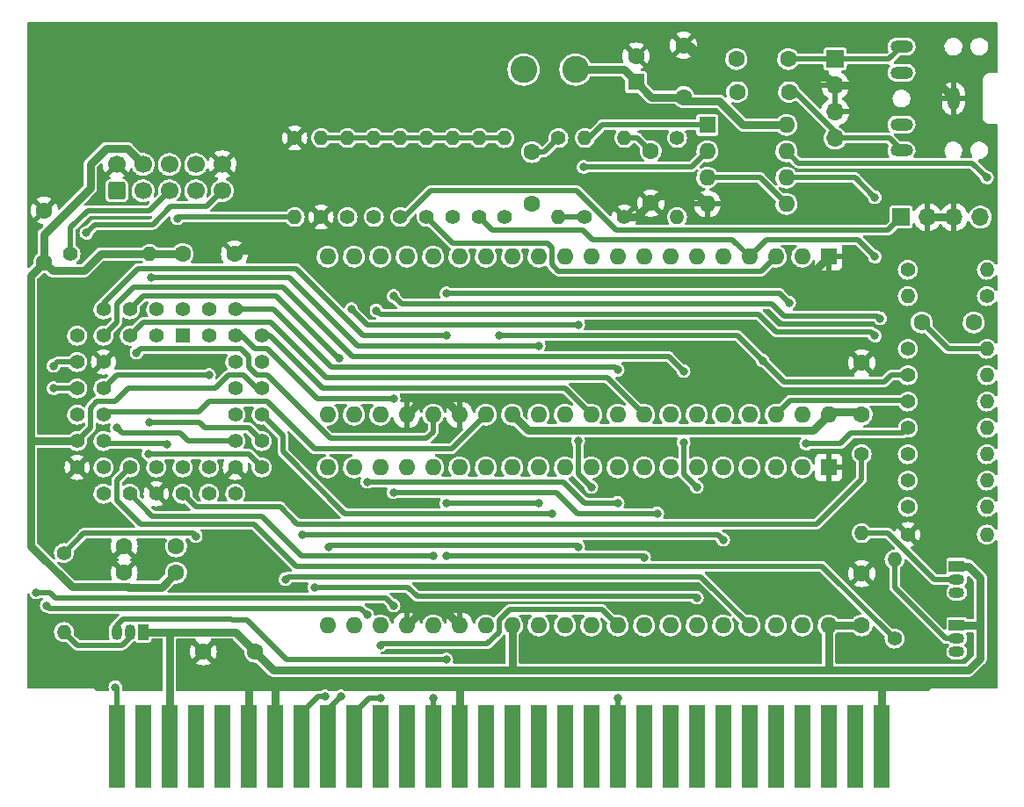
<source format=gbl>
%TF.GenerationSoftware,KiCad,Pcbnew,(6.0.8)*%
%TF.CreationDate,2022-10-21T18:27:38+07:00*%
%TF.ProjectId,TS_Ext_EPM3032,54535f45-7874-45f4-9550-4d333033322e,1.0*%
%TF.SameCoordinates,Original*%
%TF.FileFunction,Copper,L2,Bot*%
%TF.FilePolarity,Positive*%
%FSLAX46Y46*%
G04 Gerber Fmt 4.6, Leading zero omitted, Abs format (unit mm)*
G04 Created by KiCad (PCBNEW (6.0.8)) date 2022-10-21 18:27:38*
%MOMM*%
%LPD*%
G01*
G04 APERTURE LIST*
G04 Aperture macros list*
%AMRoundRect*
0 Rectangle with rounded corners*
0 $1 Rounding radius*
0 $2 $3 $4 $5 $6 $7 $8 $9 X,Y pos of 4 corners*
0 Add a 4 corners polygon primitive as box body*
4,1,4,$2,$3,$4,$5,$6,$7,$8,$9,$2,$3,0*
0 Add four circle primitives for the rounded corners*
1,1,$1+$1,$2,$3*
1,1,$1+$1,$4,$5*
1,1,$1+$1,$6,$7*
1,1,$1+$1,$8,$9*
0 Add four rect primitives between the rounded corners*
20,1,$1+$1,$2,$3,$4,$5,0*
20,1,$1+$1,$4,$5,$6,$7,0*
20,1,$1+$1,$6,$7,$8,$9,0*
20,1,$1+$1,$8,$9,$2,$3,0*%
G04 Aperture macros list end*
%TA.AperFunction,ComponentPad*%
%ADD10C,1.600000*%
%TD*%
%TA.AperFunction,ComponentPad*%
%ADD11R,1.050000X1.500000*%
%TD*%
%TA.AperFunction,ComponentPad*%
%ADD12O,1.050000X1.500000*%
%TD*%
%TA.AperFunction,ComponentPad*%
%ADD13C,1.400000*%
%TD*%
%TA.AperFunction,ComponentPad*%
%ADD14O,1.400000X1.400000*%
%TD*%
%TA.AperFunction,ComponentPad*%
%ADD15R,1.600000X1.600000*%
%TD*%
%TA.AperFunction,ComponentPad*%
%ADD16O,1.600000X1.600000*%
%TD*%
%TA.AperFunction,SMDPad,CuDef*%
%ADD17R,1.600000X8.000000*%
%TD*%
%TA.AperFunction,ComponentPad*%
%ADD18R,1.500000X1.050000*%
%TD*%
%TA.AperFunction,ComponentPad*%
%ADD19O,1.500000X1.050000*%
%TD*%
%TA.AperFunction,ComponentPad*%
%ADD20R,1.422400X1.422400*%
%TD*%
%TA.AperFunction,ComponentPad*%
%ADD21C,1.422400*%
%TD*%
%TA.AperFunction,ComponentPad*%
%ADD22O,2.200000X1.200000*%
%TD*%
%TA.AperFunction,ComponentPad*%
%ADD23O,1.200000X2.200000*%
%TD*%
%TA.AperFunction,ComponentPad*%
%ADD24RoundRect,0.250000X0.600000X-0.600000X0.600000X0.600000X-0.600000X0.600000X-0.600000X-0.600000X0*%
%TD*%
%TA.AperFunction,ComponentPad*%
%ADD25C,1.700000*%
%TD*%
%TA.AperFunction,ComponentPad*%
%ADD26C,2.600000*%
%TD*%
%TA.AperFunction,ComponentPad*%
%ADD27R,1.700000X1.700000*%
%TD*%
%TA.AperFunction,ComponentPad*%
%ADD28O,1.700000X1.700000*%
%TD*%
%TA.AperFunction,ViaPad*%
%ADD29C,0.800000*%
%TD*%
%TA.AperFunction,ViaPad*%
%ADD30C,1.000000*%
%TD*%
%TA.AperFunction,Conductor*%
%ADD31C,0.762000*%
%TD*%
%TA.AperFunction,Conductor*%
%ADD32C,0.508000*%
%TD*%
G04 APERTURE END LIST*
D10*
%TO.P,C4,1*%
%TO.N,+5V*%
X108585000Y-83820000D03*
%TO.P,C4,2*%
%TO.N,GND*%
X108585000Y-78820000D03*
%TD*%
D11*
%TO.P,Q1,1,C*%
%TO.N,+5V*%
X39370000Y-84455000D03*
D12*
%TO.P,Q1,2,B*%
%TO.N,Net-(Q1-Pad2)*%
X38100000Y-84455000D03*
%TO.P,Q1,3,E*%
%TO.N,/~{IORQGE}*%
X36830000Y-84455000D03*
%TD*%
D13*
%TO.P,R21,1*%
%TO.N,/VCCA*%
X90805000Y-36830000D03*
D14*
%TO.P,R21,2*%
%TO.N,Net-(C12-Pad1)*%
X90805000Y-44450000D03*
%TD*%
D15*
%TO.P,U4,1,VSS*%
%TO.N,GND*%
X105410000Y-68580000D03*
D16*
%TO.P,U4,2,NC*%
%TO.N,unconnected-(U4-Pad2)*%
X102870000Y-68580000D03*
%TO.P,U4,3,A*%
%TO.N,/YM_1_A*%
X100330000Y-68580000D03*
%TO.P,U4,4,B*%
%TO.N,/YM_1_B*%
X97790000Y-68580000D03*
%TO.P,U4,5,NC*%
%TO.N,unconnected-(U4-Pad5)*%
X95250000Y-68580000D03*
%TO.P,U4,6,IOB7*%
%TO.N,unconnected-(U4-Pad6)*%
X92710000Y-68580000D03*
%TO.P,U4,7,IOB6*%
%TO.N,unconnected-(U4-Pad7)*%
X90170000Y-68580000D03*
%TO.P,U4,8,IOB5*%
%TO.N,unconnected-(U4-Pad8)*%
X87630000Y-68580000D03*
%TO.P,U4,9,IOB4*%
%TO.N,unconnected-(U4-Pad9)*%
X85090000Y-68580000D03*
%TO.P,U4,10,IOB3*%
%TO.N,unconnected-(U4-Pad10)*%
X82550000Y-68580000D03*
%TO.P,U4,11,IOB2*%
%TO.N,unconnected-(U4-Pad11)*%
X80010000Y-68580000D03*
%TO.P,U4,12,IOB1*%
%TO.N,unconnected-(U4-Pad12)*%
X77470000Y-68580000D03*
%TO.P,U4,13,IOB0*%
%TO.N,unconnected-(U4-Pad13)*%
X74930000Y-68580000D03*
%TO.P,U4,14,IOA7*%
%TO.N,unconnected-(U4-Pad14)*%
X72390000Y-68580000D03*
%TO.P,U4,15,IOA6*%
%TO.N,unconnected-(U4-Pad15)*%
X69850000Y-68580000D03*
%TO.P,U4,16,IOA5*%
%TO.N,unconnected-(U4-Pad16)*%
X67310000Y-68580000D03*
%TO.P,U4,17,IOA4*%
%TO.N,unconnected-(U4-Pad17)*%
X64770000Y-68580000D03*
%TO.P,U4,18,IOA3*%
%TO.N,unconnected-(U4-Pad18)*%
X62230000Y-68580000D03*
%TO.P,U4,19,IOA2*%
%TO.N,unconnected-(U4-Pad19)*%
X59690000Y-68580000D03*
%TO.P,U4,20,IOA1*%
%TO.N,unconnected-(U4-Pad20)*%
X57150000Y-68580000D03*
%TO.P,U4,21,IOA0*%
%TO.N,unconnected-(U4-Pad21)*%
X57150000Y-83820000D03*
%TO.P,U4,22,CLOCK*%
%TO.N,/CLK350*%
X59690000Y-83820000D03*
%TO.P,U4,23,~{RESET}*%
%TO.N,/~{RESET}*%
X62230000Y-83820000D03*
%TO.P,U4,24,~{A9}*%
%TO.N,GND*%
X64770000Y-83820000D03*
%TO.P,U4,25,A8*%
%TO.N,/A8_1*%
X67310000Y-83820000D03*
%TO.P,U4,26,~{SEL}*%
%TO.N,GND*%
X69850000Y-83820000D03*
%TO.P,U4,27,BDIR*%
%TO.N,/BDIR*%
X72390000Y-83820000D03*
%TO.P,U4,28,BC2*%
%TO.N,+5V*%
X74930000Y-83820000D03*
%TO.P,U4,29,BC1*%
%TO.N,/BC1*%
X77470000Y-83820000D03*
%TO.P,U4,30,DA7*%
%TO.N,/D7*%
X80010000Y-83820000D03*
%TO.P,U4,31,DA6*%
%TO.N,/D6*%
X82550000Y-83820000D03*
%TO.P,U4,32,DA5*%
%TO.N,/D5*%
X85090000Y-83820000D03*
%TO.P,U4,33,DA4*%
%TO.N,/D4*%
X87630000Y-83820000D03*
%TO.P,U4,34,DA3*%
%TO.N,/D3*%
X90170000Y-83820000D03*
%TO.P,U4,35,DA2*%
%TO.N,/D2*%
X92710000Y-83820000D03*
%TO.P,U4,36,DA1*%
%TO.N,/D1*%
X95250000Y-83820000D03*
%TO.P,U4,37,DA0*%
%TO.N,/D0*%
X97790000Y-83820000D03*
%TO.P,U4,38,C*%
%TO.N,/YM_1_C*%
X100330000Y-83820000D03*
%TO.P,U4,39,TEST1*%
%TO.N,unconnected-(U4-Pad39)*%
X102870000Y-83820000D03*
%TO.P,U4,40,VCC*%
%TO.N,+5V*%
X105410000Y-83820000D03*
%TD*%
D17*
%TO.P,J3,b1,Pin_b1*%
%TO.N,/A14*%
X36830000Y-95478600D03*
%TO.P,J3,b2,Pin_b2*%
%TO.N,unconnected-(J3-Padb2)*%
X39370000Y-95478600D03*
%TO.P,J3,b3,Pin_b3*%
%TO.N,+5V*%
X41910000Y-95478600D03*
%TO.P,J3,b4,Pin_b4*%
%TO.N,unconnected-(J3-Padb4)*%
X44450000Y-95478600D03*
%TO.P,J3,b5,Pin_b5*%
%TO.N,unconnected-(J3-Padb5)*%
X46990000Y-95478600D03*
%TO.P,J3,b6,Pin_b6*%
%TO.N,GND*%
X49530000Y-95478600D03*
%TO.P,J3,b7,Pin_b7*%
X52070000Y-95478600D03*
%TO.P,J3,b8,Pin_b8*%
%TO.N,/CLK350*%
X54610000Y-95478600D03*
%TO.P,J3,b9,Pin_b9*%
%TO.N,/A0*%
X57150000Y-95478600D03*
%TO.P,J3,b10,Pin_b10*%
%TO.N,/A1*%
X59690000Y-95478600D03*
%TO.P,J3,b11,Pin_b11*%
%TO.N,unconnected-(J3-Padb11)*%
X62230000Y-95478600D03*
%TO.P,J3,b12,Pin_b12*%
%TO.N,unconnected-(J3-Padb12)*%
X64770000Y-95478600D03*
%TO.P,J3,b13,Pin_b13*%
%TO.N,/~{IORQGE}*%
X67310000Y-95478600D03*
%TO.P,J3,b14,Pin_b14*%
%TO.N,GND*%
X69850000Y-95478600D03*
%TO.P,J3,b15,Pin_b15*%
%TO.N,/~{RDR}*%
X72390000Y-95478600D03*
%TO.P,J3,b16,Pin_b16*%
%TO.N,unconnected-(J3-Padb16)*%
X74930000Y-95478600D03*
%TO.P,J3,b17,Pin_b17*%
%TO.N,unconnected-(J3-Padb17)*%
X77470000Y-95478600D03*
%TO.P,J3,b18,Pin_b18*%
%TO.N,unconnected-(J3-Padb18)*%
X80010000Y-95478600D03*
%TO.P,J3,b19,Pin_b19*%
%TO.N,unconnected-(J3-Padb19)*%
X82550000Y-95478600D03*
%TO.P,J3,b20,Pin_b20*%
%TO.N,/~{RESET}*%
X85090000Y-95478600D03*
%TO.P,J3,b21,Pin_b21*%
%TO.N,unconnected-(J3-Padb21)*%
X87630000Y-95478600D03*
%TO.P,J3,b22,Pin_b22*%
%TO.N,unconnected-(J3-Padb22)*%
X90170000Y-95478600D03*
%TO.P,J3,b23,Pin_b23*%
%TO.N,unconnected-(J3-Padb23)*%
X92710000Y-95478600D03*
%TO.P,J3,b24,Pin_b24*%
%TO.N,unconnected-(J3-Padb24)*%
X95250000Y-95478600D03*
%TO.P,J3,b25,Pin_b25*%
%TO.N,unconnected-(J3-Padb25)*%
X97790000Y-95478600D03*
%TO.P,J3,b26,Pin_b26*%
%TO.N,unconnected-(J3-Padb26)*%
X100330000Y-95478600D03*
%TO.P,J3,b27,Pin_b27*%
%TO.N,unconnected-(J3-Padb27)*%
X102870000Y-95478600D03*
%TO.P,J3,b28,Pin_b28*%
%TO.N,unconnected-(J3-Padb28)*%
X105410000Y-95478600D03*
%TO.P,J3,b29,Pin_b29*%
%TO.N,unconnected-(J3-Padb29)*%
X107950000Y-95478600D03*
%TO.P,J3,b30,Pin_b30*%
%TO.N,GND*%
X110490000Y-95478600D03*
%TD*%
D13*
%TO.P,R2,1*%
%TO.N,GND*%
X53975000Y-36830000D03*
D14*
%TO.P,R2,2*%
%TO.N,/TDO*%
X53975000Y-44450000D03*
%TD*%
D13*
%TO.P,R16,1*%
%TO.N,/TAPEOUT*%
X113030000Y-72390000D03*
D14*
%TO.P,R16,2*%
%TO.N,Net-(C11-Pad2)*%
X120650000Y-72390000D03*
%TD*%
D18*
%TO.P,Q3,1,C*%
%TO.N,+5V*%
X117750000Y-78105000D03*
D19*
%TO.P,Q3,2,B*%
%TO.N,Net-(Q3-Pad2)*%
X117750000Y-79375000D03*
%TO.P,Q3,3,E*%
%TO.N,/TAPEOUT*%
X117750000Y-80645000D03*
%TD*%
D20*
%TO.P,U1,1,I/GCLRn*%
%TO.N,unconnected-(U1-Pad1)*%
X43180000Y-55880000D03*
D21*
%TO.P,U1,2,I/OE2*%
%TO.N,unconnected-(U1-Pad2)*%
X40640000Y-53340000D03*
%TO.P,U1,3,VCCINT*%
%TO.N,+3.3V*%
X40640000Y-55880000D03*
%TO.P,U1,4,IO*%
%TO.N,/~{RESET}*%
X38100000Y-53340000D03*
%TO.P,U1,5,IO*%
%TO.N,/D4*%
X38100000Y-55880000D03*
%TO.P,U1,6,IO*%
%TO.N,/~{IORQ}*%
X35560000Y-53340000D03*
%TO.P,U1,7,TDI*%
%TO.N,/TDI*%
X33020000Y-55880000D03*
%TO.P,U1,8,IO*%
%TO.N,/~{M1}*%
X35560000Y-55880000D03*
%TO.P,U1,9,IO*%
%TO.N,/A1*%
X33020000Y-58420000D03*
%TO.P,U1,10,GNDIO*%
%TO.N,GND*%
X35560000Y-58420000D03*
%TO.P,U1,11,IO*%
%TO.N,/A0*%
X33020000Y-60960000D03*
%TO.P,U1,12,IO*%
%TO.N,/~{WR}*%
X35560000Y-60960000D03*
%TO.P,U1,13,TMS*%
%TO.N,/TMS*%
X33020000Y-63500000D03*
%TO.P,U1,14,IO*%
%TO.N,/BDIR*%
X35560000Y-63500000D03*
%TO.P,U1,15,VCCIO*%
%TO.N,+3.3V*%
X33020000Y-66040000D03*
%TO.P,U1,16,IO*%
%TO.N,/BC1*%
X35560000Y-66040000D03*
%TO.P,U1,17,GNDIO*%
%TO.N,GND*%
X33020000Y-68580000D03*
%TO.P,U1,18,IO*%
%TO.N,unconnected-(U1-Pad18)*%
X35560000Y-71120000D03*
%TO.P,U1,19,IO*%
%TO.N,/A8_0*%
X35560000Y-68580000D03*
%TO.P,U1,20,IO*%
%TO.N,/A8_1*%
X38100000Y-71120000D03*
%TO.P,U1,21,IO*%
%TO.N,/BEEPER33*%
X38100000Y-68580000D03*
%TO.P,U1,22,GNDINT*%
%TO.N,GND*%
X40640000Y-71120000D03*
%TO.P,U1,23,VCCINT*%
%TO.N,+3.3V*%
X40640000Y-68580000D03*
%TO.P,U1,24,IO*%
%TO.N,/TAPEOUT33*%
X43180000Y-71120000D03*
%TO.P,U1,25,IO*%
%TO.N,unconnected-(U1-Pad25)*%
X43180000Y-68580000D03*
%TO.P,U1,26,IO*%
%TO.N,unconnected-(U1-Pad26)*%
X45720000Y-71120000D03*
%TO.P,U1,27,IO*%
%TO.N,/~{IORQGE33}*%
X45720000Y-68580000D03*
%TO.P,U1,28,IO*%
%TO.N,unconnected-(U1-Pad28)*%
X48260000Y-71120000D03*
%TO.P,U1,29,IO*%
%TO.N,/A14*%
X50800000Y-68580000D03*
%TO.P,U1,30,GNDIO*%
%TO.N,GND*%
X48260000Y-68580000D03*
%TO.P,U1,31,IO*%
%TO.N,/A15*%
X50800000Y-66040000D03*
%TO.P,U1,32,TCK*%
%TO.N,/TCK*%
X48260000Y-66040000D03*
%TO.P,U1,33,IO*%
%TO.N,/D7*%
X50800000Y-63500000D03*
%TO.P,U1,34,IO*%
%TO.N,/D0*%
X48260000Y-63500000D03*
%TO.P,U1,35,VCCIO*%
%TO.N,+3.3V*%
X50800000Y-60960000D03*
%TO.P,U1,36,GNDIO*%
%TO.N,GND*%
X48260000Y-60960000D03*
%TO.P,U1,37,IO*%
%TO.N,unconnected-(U1-Pad37)*%
X50800000Y-58420000D03*
%TO.P,U1,38,TDO*%
%TO.N,/TDO*%
X48260000Y-58420000D03*
%TO.P,U1,39,IO*%
%TO.N,/D6*%
X50800000Y-55880000D03*
%TO.P,U1,40,IO*%
%TO.N,/D5*%
X48260000Y-53340000D03*
%TO.P,U1,41,IO*%
%TO.N,/D3*%
X48260000Y-55880000D03*
%TO.P,U1,42,GNDINT*%
%TO.N,GND*%
X45720000Y-53340000D03*
%TO.P,U1,43,I/GCLK1*%
%TO.N,unconnected-(U1-Pad43)*%
X45720000Y-55880000D03*
%TO.P,U1,44,I/OE1*%
%TO.N,unconnected-(U1-Pad44)*%
X43180000Y-53340000D03*
%TD*%
D13*
%TO.P,R22,1*%
%TO.N,GND*%
X85725000Y-44450000D03*
D14*
%TO.P,R22,2*%
%TO.N,Net-(C12-Pad1)*%
X85725000Y-36830000D03*
%TD*%
D10*
%TO.P,C8,1*%
%TO.N,+3.3V*%
X29845000Y-48815000D03*
%TO.P,C8,2*%
%TO.N,GND*%
X29845000Y-43815000D03*
%TD*%
D13*
%TO.P,R25,1*%
%TO.N,/~{IORQGE33}*%
X31750000Y-76835000D03*
D14*
%TO.P,R25,2*%
%TO.N,Net-(Q1-Pad2)*%
X31750000Y-84455000D03*
%TD*%
D15*
%TO.P,U5,1*%
%TO.N,Net-(C13-Pad1)*%
X93726000Y-35560000D03*
D16*
%TO.P,U5,2,-*%
%TO.N,Net-(R19-Pad2)*%
X93726000Y-38100000D03*
%TO.P,U5,3,+*%
%TO.N,Net-(C12-Pad1)*%
X93726000Y-40640000D03*
%TO.P,U5,4,V-*%
%TO.N,GND*%
X93726000Y-43180000D03*
%TO.P,U5,5,+*%
%TO.N,Net-(C12-Pad1)*%
X101346000Y-43180000D03*
%TO.P,U5,6,-*%
%TO.N,Net-(R20-Pad2)*%
X101346000Y-40640000D03*
%TO.P,U5,7*%
%TO.N,Net-(C14-Pad2)*%
X101346000Y-38100000D03*
%TO.P,U5,8,V+*%
%TO.N,/VCCA*%
X101346000Y-35560000D03*
%TD*%
D22*
%TO.P,J5,R*%
%TO.N,/ROUT*%
X112420000Y-38020000D03*
%TO.P,J5,RN*%
%TO.N,unconnected-(J5-PadRN)*%
X112420000Y-35520000D03*
D23*
%TO.P,J5,S*%
%TO.N,GND*%
X117420000Y-33020000D03*
D22*
%TO.P,J5,T*%
%TO.N,/LOUT*%
X112420000Y-28020000D03*
%TO.P,J5,TN*%
%TO.N,unconnected-(J5-PadTN)*%
X112420000Y-30520000D03*
%TD*%
D24*
%TO.P,J1,1,Pin_1*%
%TO.N,/TCK*%
X36830000Y-41910000D03*
D25*
%TO.P,J1,2,Pin_2*%
%TO.N,GND*%
X36830000Y-39370000D03*
%TO.P,J1,3,Pin_3*%
%TO.N,/TDO*%
X39370000Y-41910000D03*
%TO.P,J1,4,Pin_4*%
%TO.N,+3.3V*%
X39370000Y-39370000D03*
%TO.P,J1,5,Pin_5*%
%TO.N,/TMS*%
X41910000Y-41910000D03*
%TO.P,J1,6,Pin_6*%
%TO.N,unconnected-(J1-Pad6)*%
X41910000Y-39370000D03*
%TO.P,J1,7,Pin_7*%
%TO.N,unconnected-(J1-Pad7)*%
X44450000Y-41910000D03*
%TO.P,J1,8,Pin_8*%
%TO.N,unconnected-(J1-Pad8)*%
X44450000Y-39370000D03*
%TO.P,J1,9,Pin_9*%
%TO.N,/TDI*%
X46990000Y-41910000D03*
%TO.P,J1,10,Pin_10*%
%TO.N,GND*%
X46990000Y-39370000D03*
%TD*%
D13*
%TO.P,R24,1*%
%TO.N,Net-(R20-Pad2)*%
X113030000Y-49530000D03*
D14*
%TO.P,R24,2*%
%TO.N,Net-(C14-Pad2)*%
X120650000Y-49530000D03*
%TD*%
D13*
%TO.P,R26,1*%
%TO.N,/BEEPER33*%
X111760000Y-85090000D03*
D14*
%TO.P,R26,2*%
%TO.N,Net-(Q2-Pad2)*%
X111760000Y-77470000D03*
%TD*%
D26*
%TO.P,L1,1,1*%
%TO.N,/VCCA*%
X81026000Y-30226000D03*
%TO.P,L1,2,2*%
%TO.N,+5V*%
X76026000Y-30226000D03*
%TD*%
D13*
%TO.P,R11,1*%
%TO.N,/YM_1_B*%
X113030000Y-59690000D03*
D14*
%TO.P,R11,2*%
%TO.N,Net-(C11-Pad2)*%
X120650000Y-59690000D03*
%TD*%
D15*
%TO.P,U3,1,VSS*%
%TO.N,GND*%
X105410000Y-48260000D03*
D16*
%TO.P,U3,2,NC*%
%TO.N,unconnected-(U3-Pad2)*%
X102870000Y-48260000D03*
%TO.P,U3,3,A*%
%TO.N,/YM_0_A*%
X100330000Y-48260000D03*
%TO.P,U3,4,B*%
%TO.N,/YM_0_B*%
X97790000Y-48260000D03*
%TO.P,U3,5,NC*%
%TO.N,unconnected-(U3-Pad5)*%
X95250000Y-48260000D03*
%TO.P,U3,6,IOB7*%
%TO.N,unconnected-(U3-Pad6)*%
X92710000Y-48260000D03*
%TO.P,U3,7,IOB6*%
%TO.N,unconnected-(U3-Pad7)*%
X90170000Y-48260000D03*
%TO.P,U3,8,IOB5*%
%TO.N,unconnected-(U3-Pad8)*%
X87630000Y-48260000D03*
%TO.P,U3,9,IOB4*%
%TO.N,unconnected-(U3-Pad9)*%
X85090000Y-48260000D03*
%TO.P,U3,10,IOB3*%
%TO.N,unconnected-(U3-Pad10)*%
X82550000Y-48260000D03*
%TO.P,U3,11,IOB2*%
%TO.N,unconnected-(U3-Pad11)*%
X80010000Y-48260000D03*
%TO.P,U3,12,IOB1*%
%TO.N,unconnected-(U3-Pad12)*%
X77470000Y-48260000D03*
%TO.P,U3,13,IOB0*%
%TO.N,unconnected-(U3-Pad13)*%
X74930000Y-48260000D03*
%TO.P,U3,14,IOA7*%
%TO.N,unconnected-(U3-Pad14)*%
X72390000Y-48260000D03*
%TO.P,U3,15,IOA6*%
%TO.N,unconnected-(U3-Pad15)*%
X69850000Y-48260000D03*
%TO.P,U3,16,IOA5*%
%TO.N,unconnected-(U3-Pad16)*%
X67310000Y-48260000D03*
%TO.P,U3,17,IOA4*%
%TO.N,unconnected-(U3-Pad17)*%
X64770000Y-48260000D03*
%TO.P,U3,18,IOA3*%
%TO.N,unconnected-(U3-Pad18)*%
X62230000Y-48260000D03*
%TO.P,U3,19,IOA2*%
%TO.N,unconnected-(U3-Pad19)*%
X59690000Y-48260000D03*
%TO.P,U3,20,IOA1*%
%TO.N,unconnected-(U3-Pad20)*%
X57150000Y-48260000D03*
%TO.P,U3,21,IOA0*%
%TO.N,unconnected-(U3-Pad21)*%
X57150000Y-63500000D03*
%TO.P,U3,22,CLOCK*%
%TO.N,/CLK350*%
X59690000Y-63500000D03*
%TO.P,U3,23,~{RESET}*%
%TO.N,/~{RESET}*%
X62230000Y-63500000D03*
%TO.P,U3,24,~{A9}*%
%TO.N,GND*%
X64770000Y-63500000D03*
%TO.P,U3,25,A8*%
%TO.N,/A8_0*%
X67310000Y-63500000D03*
%TO.P,U3,26,~{SEL}*%
%TO.N,GND*%
X69850000Y-63500000D03*
%TO.P,U3,27,BDIR*%
%TO.N,/BDIR*%
X72390000Y-63500000D03*
%TO.P,U3,28,BC2*%
%TO.N,+5V*%
X74930000Y-63500000D03*
%TO.P,U3,29,BC1*%
%TO.N,/BC1*%
X77470000Y-63500000D03*
%TO.P,U3,30,DA7*%
%TO.N,/D7*%
X80010000Y-63500000D03*
%TO.P,U3,31,DA6*%
%TO.N,/D6*%
X82550000Y-63500000D03*
%TO.P,U3,32,DA5*%
%TO.N,/D5*%
X85090000Y-63500000D03*
%TO.P,U3,33,DA4*%
%TO.N,/D4*%
X87630000Y-63500000D03*
%TO.P,U3,34,DA3*%
%TO.N,/D3*%
X90170000Y-63500000D03*
%TO.P,U3,35,DA2*%
%TO.N,/D2*%
X92710000Y-63500000D03*
%TO.P,U3,36,DA1*%
%TO.N,/D1*%
X95250000Y-63500000D03*
%TO.P,U3,37,DA0*%
%TO.N,/D0*%
X97790000Y-63500000D03*
%TO.P,U3,38,C*%
%TO.N,/YM_0_C*%
X100330000Y-63500000D03*
%TO.P,U3,39,TEST1*%
%TO.N,unconnected-(U3-Pad39)*%
X102870000Y-63500000D03*
%TO.P,U3,40,VCC*%
%TO.N,+5V*%
X105410000Y-63500000D03*
%TD*%
D27*
%TO.P,J4,1,Pin_1*%
%TO.N,/LOUT*%
X106045000Y-29220000D03*
D28*
%TO.P,J4,2,Pin_2*%
%TO.N,GND*%
X106045000Y-31760000D03*
%TO.P,J4,3,Pin_3*%
X106045000Y-34300000D03*
%TO.P,J4,4,Pin_4*%
%TO.N,/ROUT*%
X106045000Y-36840000D03*
%TD*%
D10*
%TO.P,C5,1*%
%TO.N,+5V*%
X50165000Y-86360000D03*
%TO.P,C5,2*%
%TO.N,GND*%
X45165000Y-86360000D03*
%TD*%
D13*
%TO.P,R27,1*%
%TO.N,/TAPEOUT33*%
X108585000Y-67310000D03*
D14*
%TO.P,R27,2*%
%TO.N,Net-(Q3-Pad2)*%
X108585000Y-74930000D03*
%TD*%
D15*
%TO.P,C1,1*%
%TO.N,/VCCA*%
X86868000Y-31431113D03*
D10*
%TO.P,C1,2*%
%TO.N,GND*%
X86868000Y-28931113D03*
%TD*%
D13*
%TO.P,R8,1*%
%TO.N,/YM_0_B*%
X71755000Y-44450000D03*
D14*
%TO.P,R8,2*%
%TO.N,Net-(C10-Pad1)*%
X71755000Y-36830000D03*
%TD*%
D13*
%TO.P,R12,1*%
%TO.N,/YM_0_C*%
X113030000Y-62230000D03*
D14*
%TO.P,R12,2*%
%TO.N,Net-(C11-Pad2)*%
X120650000Y-62230000D03*
%TD*%
D13*
%TO.P,R13,1*%
%TO.N,/YM_1_C*%
X113030000Y-64770000D03*
D14*
%TO.P,R13,2*%
%TO.N,Net-(C11-Pad2)*%
X120650000Y-64770000D03*
%TD*%
D10*
%TO.P,C6,1*%
%TO.N,+3.3V*%
X42545000Y-78740000D03*
%TO.P,C6,2*%
%TO.N,GND*%
X37545000Y-78740000D03*
%TD*%
%TO.P,C9,1*%
%TO.N,+3.3V*%
X42545000Y-76200000D03*
%TO.P,C9,2*%
%TO.N,GND*%
X37545000Y-76200000D03*
%TD*%
D13*
%TO.P,R18,1*%
%TO.N,GND*%
X56515000Y-44450000D03*
D14*
%TO.P,R18,2*%
%TO.N,Net-(C10-Pad1)*%
X56515000Y-36830000D03*
%TD*%
D13*
%TO.P,R15,1*%
%TO.N,/BEEPER*%
X113030000Y-69850000D03*
D14*
%TO.P,R15,2*%
%TO.N,Net-(C11-Pad2)*%
X120650000Y-69850000D03*
%TD*%
D10*
%TO.P,C7,1*%
%TO.N,+3.3V*%
X43180000Y-48006000D03*
%TO.P,C7,2*%
%TO.N,GND*%
X48180000Y-48006000D03*
%TD*%
%TO.P,C12,1*%
%TO.N,Net-(C12-Pad1)*%
X88265000Y-38100000D03*
%TO.P,C12,2*%
%TO.N,GND*%
X88265000Y-43100000D03*
%TD*%
D13*
%TO.P,R9,1*%
%TO.N,/YM_1_B*%
X74168000Y-44450000D03*
D14*
%TO.P,R9,2*%
%TO.N,Net-(C10-Pad1)*%
X74168000Y-36830000D03*
%TD*%
D13*
%TO.P,R7,1*%
%TO.N,/YM_1_A*%
X69215000Y-44450000D03*
D14*
%TO.P,R7,2*%
%TO.N,Net-(C10-Pad1)*%
X69215000Y-36830000D03*
%TD*%
D13*
%TO.P,R6,1*%
%TO.N,/YM_0_A*%
X66675000Y-44450000D03*
D14*
%TO.P,R6,2*%
%TO.N,Net-(C10-Pad1)*%
X66675000Y-36830000D03*
%TD*%
D10*
%TO.P,C2,1*%
%TO.N,/VCCA*%
X91440000Y-32893000D03*
%TO.P,C2,2*%
%TO.N,GND*%
X91440000Y-27893000D03*
%TD*%
%TO.P,C11,1*%
%TO.N,Net-(C11-Pad1)*%
X119380000Y-54610000D03*
%TO.P,C11,2*%
%TO.N,Net-(C11-Pad2)*%
X114380000Y-54610000D03*
%TD*%
D13*
%TO.P,R14,1*%
%TO.N,/CDINR*%
X113030000Y-67310000D03*
D14*
%TO.P,R14,2*%
%TO.N,Net-(C11-Pad2)*%
X120650000Y-67310000D03*
%TD*%
D13*
%TO.P,R4,1*%
%TO.N,/BEEPER*%
X61595000Y-44450000D03*
D14*
%TO.P,R4,2*%
%TO.N,Net-(C10-Pad1)*%
X61595000Y-36830000D03*
%TD*%
D18*
%TO.P,Q2,1,C*%
%TO.N,+5V*%
X117750000Y-83820000D03*
D19*
%TO.P,Q2,2,B*%
%TO.N,Net-(Q2-Pad2)*%
X117750000Y-85090000D03*
%TO.P,Q2,3,E*%
%TO.N,/BEEPER*%
X117750000Y-86360000D03*
%TD*%
D10*
%TO.P,C3,1*%
%TO.N,+5V*%
X108585000Y-63500000D03*
%TO.P,C3,2*%
%TO.N,GND*%
X108585000Y-58500000D03*
%TD*%
D13*
%TO.P,R23,1*%
%TO.N,Net-(R19-Pad2)*%
X81915000Y-44450000D03*
D14*
%TO.P,R23,2*%
%TO.N,Net-(C13-Pad1)*%
X81915000Y-36830000D03*
%TD*%
D13*
%TO.P,R10,1*%
%TO.N,/YM_0_B*%
X113030000Y-57150000D03*
D14*
%TO.P,R10,2*%
%TO.N,Net-(C11-Pad2)*%
X120650000Y-57150000D03*
%TD*%
D10*
%TO.P,C13,1*%
%TO.N,Net-(C13-Pad1)*%
X96520000Y-29210000D03*
%TO.P,C13,2*%
%TO.N,/LOUT*%
X101520000Y-29210000D03*
%TD*%
D27*
%TO.P,J2,1,Pin_1*%
%TO.N,/CDINL*%
X112395000Y-44450000D03*
D28*
%TO.P,J2,2,Pin_2*%
%TO.N,GND*%
X114935000Y-44450000D03*
%TO.P,J2,3,Pin_3*%
X117475000Y-44450000D03*
%TO.P,J2,4,Pin_4*%
%TO.N,/CDINR*%
X120015000Y-44450000D03*
%TD*%
D13*
%TO.P,R3,1*%
%TO.N,/TAPEOUT*%
X59055000Y-44450000D03*
D14*
%TO.P,R3,2*%
%TO.N,Net-(C10-Pad1)*%
X59055000Y-36830000D03*
%TD*%
D13*
%TO.P,R17,1*%
%TO.N,GND*%
X113030000Y-75057000D03*
D14*
%TO.P,R17,2*%
%TO.N,Net-(C11-Pad2)*%
X120650000Y-75057000D03*
%TD*%
D13*
%TO.P,R1,1*%
%TO.N,/TMS*%
X32385000Y-48006000D03*
D14*
%TO.P,R1,2*%
%TO.N,+3.3V*%
X40005000Y-48006000D03*
%TD*%
D10*
%TO.P,C14,1*%
%TO.N,/ROUT*%
X101600000Y-32385000D03*
%TO.P,C14,2*%
%TO.N,Net-(C14-Pad2)*%
X96600000Y-32385000D03*
%TD*%
D13*
%TO.P,R5,1*%
%TO.N,/CDINL*%
X64135000Y-44450000D03*
D14*
%TO.P,R5,2*%
%TO.N,Net-(C10-Pad1)*%
X64135000Y-36830000D03*
%TD*%
D13*
%TO.P,R20,1*%
%TO.N,Net-(C11-Pad1)*%
X120650000Y-52070000D03*
D14*
%TO.P,R20,2*%
%TO.N,Net-(R20-Pad2)*%
X113030000Y-52070000D03*
%TD*%
D13*
%TO.P,R19,1*%
%TO.N,Net-(C10-Pad2)*%
X79375000Y-36830000D03*
D14*
%TO.P,R19,2*%
%TO.N,Net-(R19-Pad2)*%
X79375000Y-44450000D03*
%TD*%
D10*
%TO.P,C10,1*%
%TO.N,Net-(C10-Pad1)*%
X76835000Y-43180000D03*
%TO.P,C10,2*%
%TO.N,Net-(C10-Pad2)*%
X76835000Y-38180000D03*
%TD*%
D29*
%TO.N,GND*%
X110490000Y-89535000D03*
X40640000Y-29210000D03*
X99060000Y-80645000D03*
X81280000Y-86360000D03*
X91440000Y-86360000D03*
X66040000Y-72136000D03*
X40640000Y-34290000D03*
X62230000Y-71882000D03*
X71120000Y-29210000D03*
X71120000Y-39370000D03*
X102870000Y-80645000D03*
X119380000Y-73660000D03*
X83185000Y-61468000D03*
X119380000Y-58420000D03*
X40005000Y-58547000D03*
D30*
X46355000Y-89535000D03*
D29*
X30480000Y-34290000D03*
X56515000Y-73025000D03*
X60960000Y-34290000D03*
X50800000Y-29210000D03*
X99695000Y-26670000D03*
X30480000Y-29210000D03*
X93980000Y-59055000D03*
D30*
X64897000Y-50165000D03*
D29*
X59690000Y-71374000D03*
X88900000Y-86360000D03*
X39370000Y-88900000D03*
X101600000Y-86360000D03*
X114300000Y-80645000D03*
X30480000Y-87630000D03*
X99822000Y-30988000D03*
X114300000Y-68580000D03*
X62103000Y-46482000D03*
X99060000Y-43180000D03*
X96520000Y-36830000D03*
X60960000Y-29210000D03*
X37719000Y-58420000D03*
X119380000Y-50800000D03*
X54610000Y-67310000D03*
X50800000Y-34290000D03*
X60960000Y-39370000D03*
X79121000Y-56896000D03*
X73660000Y-86360000D03*
X90170000Y-70485000D03*
X104775000Y-51435000D03*
X96520000Y-86360000D03*
X71120000Y-34290000D03*
D30*
X64730773Y-89495773D03*
D29*
X104140000Y-57150000D03*
%TO.N,Net-(C14-Pad2)*%
X120650000Y-40640000D03*
%TO.N,/TCK*%
X36830000Y-64770000D03*
%TO.N,/TDO*%
X42672000Y-44577000D03*
%TO.N,/TDI*%
X33909000Y-45974000D03*
%TO.N,/~{IORQGE}*%
X68580000Y-87122000D03*
X67310000Y-90805000D03*
%TO.N,/TAPEOUT*%
X61849000Y-53467000D03*
X109855000Y-55880000D03*
%TO.N,/BEEPER*%
X110363000Y-54229000D03*
X63500000Y-52070000D03*
%TO.N,Net-(R19-Pad2)*%
X81788000Y-39624000D03*
%TO.N,Net-(R20-Pad2)*%
X109855000Y-42545000D03*
%TO.N,/~{RESET}*%
X60960000Y-69977000D03*
X85090000Y-90805000D03*
X58293000Y-58039000D03*
X85090000Y-72009000D03*
%TO.N,/D4*%
X68596000Y-77105000D03*
X87630000Y-77251500D03*
%TO.N,/~{IORQ}*%
X68596000Y-72025000D03*
X68580000Y-55880000D03*
X77470000Y-72009000D03*
%TO.N,/~{M1}*%
X91440000Y-59309000D03*
X92710000Y-70485000D03*
X91440000Y-66167000D03*
%TO.N,/A1*%
X62230000Y-90805000D03*
X63500000Y-81915000D03*
X29083000Y-80645000D03*
X30734000Y-58801000D03*
%TO.N,/A0*%
X30734000Y-60960000D03*
X58420000Y-90678000D03*
X30099000Y-81915000D03*
X60960000Y-82804000D03*
%TO.N,/~{WR}*%
X81280000Y-54864000D03*
X59436000Y-53340000D03*
X45720000Y-59690000D03*
X82550000Y-70485000D03*
X81280000Y-66040000D03*
%TO.N,/BC1*%
X40132000Y-50292000D03*
X41656000Y-66331500D03*
X77470000Y-56896000D03*
%TO.N,/A8_0*%
X38735000Y-57531000D03*
%TO.N,/A8_1*%
X67310000Y-77089000D03*
%TO.N,/A14*%
X36703000Y-89789000D03*
X39878000Y-67310000D03*
%TO.N,/A15*%
X40005000Y-64262000D03*
%TO.N,/D7*%
X78740000Y-73025000D03*
%TO.N,/D0*%
X53086000Y-79375000D03*
%TO.N,/D6*%
X81280000Y-76237500D03*
X57277000Y-76235500D03*
%TO.N,/D5*%
X85090000Y-59182000D03*
X62230000Y-85725000D03*
%TO.N,/D3*%
X63500000Y-70993000D03*
X88900000Y-73025000D03*
X63500000Y-61976000D03*
%TO.N,/CLK350*%
X56896000Y-90678000D03*
%TO.N,/D2*%
X92710000Y-81153000D03*
X55880000Y-80137000D03*
%TO.N,/D1*%
X54737000Y-75057000D03*
X95250000Y-75565000D03*
%TO.N,/YM_0_B*%
X109855000Y-48260000D03*
%TO.N,/YM_1_A*%
X68580000Y-51816000D03*
X101600000Y-52705000D03*
%TO.N,/YM_1_B*%
X73660000Y-55880000D03*
X99060000Y-58293000D03*
%TO.N,/YM_1_C*%
X103251000Y-66294000D03*
%TO.N,/~{IORQGE33}*%
X44450000Y-75219500D03*
%TD*%
D31*
%TO.N,/VCCA*%
X86868000Y-31431113D02*
X88329887Y-32893000D01*
X91440000Y-32893000D02*
X91821000Y-33274000D01*
X91821000Y-33274000D02*
X94869000Y-33274000D01*
X88329887Y-32893000D02*
X91440000Y-32893000D01*
X94869000Y-33274000D02*
X97165000Y-35570000D01*
X85662887Y-30226000D02*
X86868000Y-31431113D01*
X97165000Y-35570000D02*
X101336000Y-35570000D01*
X81026000Y-30226000D02*
X85662887Y-30226000D01*
%TO.N,GND*%
X68326000Y-61976000D02*
X69850000Y-63500000D01*
D32*
X33020000Y-68580000D02*
X34290000Y-67310000D01*
D31*
X110490000Y-89535000D02*
X110490000Y-95478600D01*
X110490000Y-89535000D02*
X69850000Y-89535000D01*
X64730773Y-89495773D02*
X64691546Y-89535000D01*
X99838000Y-31004000D02*
X105289000Y-31004000D01*
D32*
X41910000Y-69850000D02*
X46990000Y-69850000D01*
D31*
X64691546Y-89535000D02*
X52705000Y-89535000D01*
X116160000Y-31760000D02*
X117420000Y-33020000D01*
X64897000Y-50165000D02*
X65405000Y-50673000D01*
X66294000Y-82296000D02*
X68326000Y-82296000D01*
X105289000Y-31004000D02*
X106045000Y-31760000D01*
X48561000Y-47625000D02*
X48180000Y-48006000D01*
X64730773Y-89495773D02*
X64770000Y-89535000D01*
X99822000Y-30988000D02*
X99838000Y-31004000D01*
D32*
X39370000Y-68072000D02*
X39370000Y-69850000D01*
D31*
X49530000Y-89535000D02*
X49530000Y-95478600D01*
X114935000Y-44450000D02*
X117475000Y-44450000D01*
X85725000Y-44450000D02*
X86915000Y-44450000D01*
X86915000Y-44450000D02*
X88265000Y-43100000D01*
X64770000Y-63500000D02*
X66294000Y-61976000D01*
X64770000Y-89535000D02*
X69850000Y-89535000D01*
X49530000Y-89535000D02*
X52070000Y-89535000D01*
X47498000Y-89535000D02*
X49530000Y-89535000D01*
X66294000Y-61976000D02*
X68326000Y-61976000D01*
D32*
X40640000Y-71120000D02*
X41910000Y-69850000D01*
D31*
X93726000Y-43180000D02*
X92924000Y-42378000D01*
X52070000Y-95478600D02*
X52070000Y-89535000D01*
D32*
X46990000Y-69850000D02*
X48260000Y-68580000D01*
D31*
X65405000Y-50673000D02*
X102997000Y-50673000D01*
D32*
X34290000Y-67310000D02*
X38608000Y-67310000D01*
D31*
X54229000Y-47625000D02*
X48561000Y-47625000D01*
X68326000Y-82296000D02*
X69850000Y-83820000D01*
X47498000Y-89535000D02*
X46355000Y-89535000D01*
X88987000Y-42378000D02*
X88265000Y-43100000D01*
X106045000Y-31760000D02*
X116160000Y-31760000D01*
X69850000Y-95478600D02*
X69850000Y-89535000D01*
X64897000Y-50165000D02*
X56769000Y-50165000D01*
D32*
X39370000Y-69850000D02*
X40640000Y-71120000D01*
D31*
X92075000Y-27893000D02*
X95170000Y-30988000D01*
X92924000Y-42378000D02*
X88987000Y-42378000D01*
X64770000Y-83820000D02*
X66294000Y-82296000D01*
X102997000Y-50673000D02*
X105410000Y-48260000D01*
X95170000Y-30988000D02*
X99822000Y-30988000D01*
X91440000Y-27893000D02*
X92075000Y-27893000D01*
X56769000Y-50165000D02*
X54229000Y-47625000D01*
D32*
X38608000Y-67310000D02*
X39370000Y-68072000D01*
D31*
%TO.N,+5V*%
X51943000Y-88138000D02*
X74930000Y-88138000D01*
X105410000Y-88138000D02*
X105410000Y-83820000D01*
X74930000Y-63500000D02*
X76454000Y-65024000D01*
X118872000Y-88138000D02*
X120015000Y-86995000D01*
X103886000Y-65024000D02*
X105410000Y-63500000D01*
X41910000Y-84455000D02*
X39370000Y-84455000D01*
X120015000Y-83820000D02*
X117750000Y-83820000D01*
X74930000Y-83820000D02*
X74930000Y-88138000D01*
X105410000Y-88138000D02*
X118872000Y-88138000D01*
X50165000Y-86360000D02*
X51943000Y-88138000D01*
X120015000Y-86995000D02*
X120015000Y-83820000D01*
X50165000Y-86360000D02*
X48260000Y-84455000D01*
X48260000Y-84455000D02*
X39370000Y-84455000D01*
X120015000Y-79248000D02*
X118872000Y-78105000D01*
X41910000Y-95478600D02*
X41910000Y-84455000D01*
X74930000Y-88138000D02*
X105410000Y-88138000D01*
X120015000Y-83820000D02*
X120015000Y-79248000D01*
X118872000Y-78105000D02*
X117750000Y-78105000D01*
X108331000Y-63246000D02*
X105664000Y-63246000D01*
X76454000Y-65024000D02*
X103886000Y-65024000D01*
X105410000Y-83820000D02*
X108545000Y-83820000D01*
D32*
%TO.N,+3.3V*%
X50292000Y-60960000D02*
X49022000Y-59690000D01*
D31*
X32496000Y-80121000D02*
X28521000Y-76146000D01*
X37957000Y-80121000D02*
X32496000Y-80121000D01*
D32*
X34290000Y-64770000D02*
X33020000Y-66040000D01*
D31*
X37973000Y-80137000D02*
X37957000Y-80121000D01*
D32*
X46355000Y-60960000D02*
X37916868Y-60960000D01*
D31*
X34290000Y-39370000D02*
X35814000Y-37846000D01*
X29845000Y-46101000D02*
X34290000Y-41656000D01*
D32*
X37916868Y-60960000D02*
X36646868Y-62230000D01*
X34290000Y-62865000D02*
X34290000Y-64770000D01*
X49022000Y-59690000D02*
X47625000Y-59690000D01*
X50800000Y-60960000D02*
X50292000Y-60960000D01*
D31*
X35306000Y-48006000D02*
X33697001Y-49614999D01*
X30644999Y-49614999D02*
X29845000Y-48815000D01*
X35814000Y-37846000D02*
X37846000Y-37846000D01*
X28521000Y-76146000D02*
X28521000Y-66167000D01*
X29845000Y-48815000D02*
X29845000Y-46101000D01*
X33697001Y-49614999D02*
X30644999Y-49614999D01*
X41148000Y-80137000D02*
X37973000Y-80137000D01*
X42545000Y-78740000D02*
X41148000Y-80137000D01*
X40005000Y-48006000D02*
X35306000Y-48006000D01*
X28521000Y-66167000D02*
X28648000Y-66040000D01*
D32*
X34925000Y-62230000D02*
X34290000Y-62865000D01*
D31*
X28648000Y-66040000D02*
X33020000Y-66040000D01*
D32*
X36646868Y-62230000D02*
X34925000Y-62230000D01*
D31*
X34290000Y-41656000D02*
X34290000Y-39370000D01*
X37846000Y-37846000D02*
X39370000Y-39370000D01*
X29845000Y-48815000D02*
X28521000Y-50139000D01*
X43180000Y-48006000D02*
X40005000Y-48006000D01*
X28521000Y-50139000D02*
X28521000Y-66167000D01*
D32*
X47625000Y-59690000D02*
X46355000Y-60960000D01*
%TO.N,Net-(C11-Pad2)*%
X116920000Y-57150000D02*
X114380000Y-54610000D01*
X120650000Y-57150000D02*
X116920000Y-57150000D01*
%TO.N,Net-(C12-Pad1)*%
X85725000Y-36830000D02*
X86995000Y-36830000D01*
X86995000Y-36830000D02*
X88265000Y-38100000D01*
X98806000Y-40640000D02*
X101346000Y-43180000D01*
X93726000Y-40640000D02*
X98806000Y-40640000D01*
%TO.N,Net-(C13-Pad1)*%
X83556000Y-35570000D02*
X93716000Y-35570000D01*
X82296000Y-36830000D02*
X83556000Y-35570000D01*
%TO.N,/LOUT*%
X106045000Y-29220000D02*
X101530000Y-29220000D01*
X106045000Y-29220000D02*
X111220000Y-29220000D01*
X111220000Y-29220000D02*
X112420000Y-28020000D01*
%TO.N,/ROUT*%
X102235000Y-32385000D02*
X101600000Y-32385000D01*
X106045000Y-36840000D02*
X106045000Y-36195000D01*
X106045000Y-36840000D02*
X111240000Y-36840000D01*
X111240000Y-36840000D02*
X112420000Y-38020000D01*
X106045000Y-36195000D02*
X102235000Y-32385000D01*
%TO.N,Net-(C14-Pad2)*%
X119253000Y-39243000D02*
X102489000Y-39243000D01*
X102489000Y-39243000D02*
X101346000Y-38100000D01*
X120650000Y-40640000D02*
X119253000Y-39243000D01*
%TO.N,/TCK*%
X43688000Y-66040000D02*
X48260000Y-66040000D01*
X37338000Y-65278000D02*
X42926000Y-65278000D01*
X36830000Y-64770000D02*
X37338000Y-65278000D01*
X42926000Y-65278000D02*
X43688000Y-66040000D01*
%TO.N,/TDO*%
X42799000Y-44450000D02*
X53975000Y-44450000D01*
X42672000Y-44577000D02*
X42799000Y-44450000D01*
%TO.N,/TMS*%
X32385000Y-45466000D02*
X32385000Y-48006000D01*
X40005000Y-43815000D02*
X34036000Y-43815000D01*
X41910000Y-41910000D02*
X40005000Y-43815000D01*
X34036000Y-43815000D02*
X32385000Y-45466000D01*
%TO.N,/TDI*%
X45466000Y-43434000D02*
X46990000Y-41910000D01*
X33909000Y-45974000D02*
X34725000Y-45158000D01*
X34725000Y-45158000D02*
X40313000Y-45158000D01*
X42037000Y-43434000D02*
X45466000Y-43434000D01*
X40313000Y-45158000D02*
X42037000Y-43434000D01*
%TO.N,/CDINL*%
X111125000Y-45720000D02*
X84963000Y-45720000D01*
X112395000Y-44450000D02*
X111125000Y-45720000D01*
X81153000Y-41910000D02*
X67056000Y-41910000D01*
X84963000Y-45720000D02*
X81153000Y-41910000D01*
X67056000Y-41910000D02*
X64516000Y-44450000D01*
%TO.N,Net-(Q1-Pad2)*%
X31750000Y-84455000D02*
X33020000Y-85725000D01*
X38100000Y-84963000D02*
X38100000Y-84455000D01*
X33020000Y-85725000D02*
X37338000Y-85725000D01*
X37338000Y-85725000D02*
X38100000Y-84963000D01*
%TO.N,Net-(C10-Pad1)*%
X56515000Y-36830000D02*
X74168000Y-36830000D01*
%TO.N,/~{IORQGE}*%
X67310000Y-90805000D02*
X67310000Y-95478600D01*
X49349000Y-83258000D02*
X47966737Y-83258000D01*
X47966737Y-83258000D02*
X47893737Y-83185000D01*
X68580000Y-87122000D02*
X53213000Y-87122000D01*
X47893737Y-83185000D02*
X37465000Y-83185000D01*
X53213000Y-87122000D02*
X49349000Y-83258000D01*
X36830000Y-83820000D02*
X36830000Y-84455000D01*
X37465000Y-83185000D02*
X36830000Y-83820000D01*
%TO.N,/TAPEOUT*%
X109474000Y-55499000D02*
X109855000Y-55880000D01*
X61849000Y-53467000D02*
X62230000Y-53848000D01*
X100330000Y-55499000D02*
X109474000Y-55499000D01*
X62230000Y-53848000D02*
X98679000Y-53848000D01*
X98679000Y-53848000D02*
X100330000Y-55499000D01*
%TO.N,/BEEPER*%
X64262000Y-52832000D02*
X63500000Y-52070000D01*
X99949000Y-52832000D02*
X64262000Y-52832000D01*
X101092000Y-53975000D02*
X99949000Y-52832000D01*
X110109000Y-53975000D02*
X101092000Y-53975000D01*
X110363000Y-54229000D02*
X110109000Y-53975000D01*
%TO.N,Net-(R19-Pad2)*%
X79375000Y-44450000D02*
X81915000Y-44450000D01*
X81788000Y-39624000D02*
X92202000Y-39624000D01*
X92202000Y-39624000D02*
X93726000Y-38100000D01*
%TO.N,Net-(R20-Pad2)*%
X109855000Y-42545000D02*
X107960000Y-40650000D01*
X107960000Y-40650000D02*
X101356000Y-40650000D01*
%TO.N,/~{RESET}*%
X52197000Y-52070000D02*
X39370000Y-52070000D01*
X58293000Y-58039000D02*
X58166000Y-58039000D01*
X39370000Y-52070000D02*
X38100000Y-53340000D01*
X79883000Y-69977000D02*
X60960000Y-69977000D01*
X85090000Y-95478600D02*
X85090000Y-90805000D01*
X81915000Y-72009000D02*
X79883000Y-69977000D01*
X58166000Y-58039000D02*
X52197000Y-52070000D01*
X85090000Y-72009000D02*
X81915000Y-72009000D01*
%TO.N,/D4*%
X68596000Y-77105000D02*
X68612000Y-77089000D01*
X68612000Y-77089000D02*
X80923761Y-77089000D01*
X57023000Y-59944000D02*
X84074000Y-59944000D01*
X80926261Y-77091500D02*
X87470000Y-77091500D01*
X39370000Y-54610000D02*
X51689000Y-54610000D01*
X80923761Y-77089000D02*
X80926261Y-77091500D01*
X84074000Y-59944000D02*
X87630000Y-63500000D01*
X51689000Y-54610000D02*
X57023000Y-59944000D01*
X87470000Y-77091500D02*
X87630000Y-77251500D01*
X38100000Y-55880000D02*
X39370000Y-54610000D01*
%TO.N,/~{IORQ}*%
X54102000Y-49403000D02*
X60579000Y-55880000D01*
X60579000Y-55880000D02*
X68580000Y-55880000D01*
X77470000Y-72009000D02*
X68612000Y-72009000D01*
X35560000Y-52705000D02*
X38862000Y-49403000D01*
X68612000Y-72009000D02*
X68596000Y-72025000D01*
X35560000Y-53340000D02*
X35560000Y-52705000D01*
X38862000Y-49403000D02*
X54102000Y-49403000D01*
%TO.N,/~{M1}*%
X90043000Y-57912000D02*
X59563000Y-57912000D01*
X59563000Y-57912000D02*
X52832000Y-51181000D01*
X36830000Y-52832000D02*
X36830000Y-54610000D01*
X38481000Y-51181000D02*
X36830000Y-52832000D01*
X92710000Y-70485000D02*
X91440000Y-69215000D01*
X52832000Y-51181000D02*
X38481000Y-51181000D01*
X91440000Y-69215000D02*
X91440000Y-66167000D01*
X36830000Y-54610000D02*
X35560000Y-55880000D01*
X91440000Y-59309000D02*
X90043000Y-57912000D01*
%TO.N,/A1*%
X30734000Y-58801000D02*
X31115000Y-58420000D01*
X29083000Y-80645000D02*
X30417739Y-80645000D01*
X30417739Y-80645000D02*
X30925739Y-81153000D01*
X30925739Y-81153000D02*
X62738000Y-81153000D01*
X63500000Y-81915000D02*
X62738000Y-81153000D01*
X62230000Y-90805000D02*
X61160000Y-90805000D01*
X31115000Y-58420000D02*
X33020000Y-58420000D01*
X61160000Y-90805000D02*
X59690000Y-92275000D01*
%TO.N,/A0*%
X30353000Y-82169000D02*
X60325000Y-82169000D01*
X30099000Y-81915000D02*
X30353000Y-82169000D01*
X60325000Y-82169000D02*
X60960000Y-82804000D01*
X58420000Y-90678000D02*
X57150000Y-91948000D01*
X30734000Y-60960000D02*
X33020000Y-60960000D01*
%TO.N,/~{WR}*%
X81280000Y-69215000D02*
X82550000Y-70485000D01*
X45720000Y-59690000D02*
X36830000Y-59690000D01*
X60960000Y-54864000D02*
X59436000Y-53340000D01*
X36830000Y-59690000D02*
X35560000Y-60960000D01*
X81280000Y-66040000D02*
X81280000Y-69215000D01*
X81280000Y-54864000D02*
X60960000Y-54864000D01*
%TO.N,/BDIR*%
X69078000Y-66802000D02*
X72385000Y-63495000D01*
X51308000Y-62230000D02*
X55880000Y-66802000D01*
X45720000Y-62230000D02*
X51308000Y-62230000D01*
X35814000Y-63246000D02*
X44704000Y-63246000D01*
X55880000Y-66802000D02*
X69078000Y-66802000D01*
X44704000Y-63246000D02*
X45720000Y-62230000D01*
%TO.N,/BC1*%
X35814000Y-66294000D02*
X41618500Y-66294000D01*
X60071000Y-56896000D02*
X77470000Y-56896000D01*
X40132000Y-50292000D02*
X53467000Y-50292000D01*
X53467000Y-50292000D02*
X60071000Y-56896000D01*
X41618500Y-66294000D02*
X41656000Y-66331500D01*
%TO.N,/A8_0*%
X57404000Y-65786000D02*
X51308000Y-59690000D01*
X50292000Y-59690000D02*
X49530000Y-58928000D01*
X67310000Y-65151000D02*
X66675000Y-65786000D01*
X49530000Y-58928000D02*
X49530000Y-57912000D01*
X66675000Y-65786000D02*
X57404000Y-65786000D01*
X49530000Y-57912000D02*
X48768000Y-57150000D01*
X67310000Y-63500000D02*
X67310000Y-65151000D01*
X39116000Y-57150000D02*
X38735000Y-57531000D01*
X48768000Y-57150000D02*
X39116000Y-57150000D01*
X51308000Y-59690000D02*
X50292000Y-59690000D01*
%TO.N,/A8_1*%
X54610000Y-77089000D02*
X50800000Y-73279000D01*
X67310000Y-77089000D02*
X54610000Y-77089000D01*
X50800000Y-73279000D02*
X40259000Y-73279000D01*
X40259000Y-73279000D02*
X38100000Y-71120000D01*
%TO.N,/A14*%
X49530000Y-67310000D02*
X50800000Y-68580000D01*
X39878000Y-67310000D02*
X49530000Y-67310000D01*
X36830000Y-89916000D02*
X36703000Y-89789000D01*
X36830000Y-95478600D02*
X36830000Y-89916000D01*
%TO.N,/A15*%
X44827316Y-64262000D02*
X45335316Y-64770000D01*
X40005000Y-64262000D02*
X44827316Y-64262000D01*
X49530000Y-64770000D02*
X50800000Y-66040000D01*
X45335316Y-64770000D02*
X49530000Y-64770000D01*
%TO.N,/D7*%
X78740000Y-73025000D02*
X58801000Y-73025000D01*
X58801000Y-73025000D02*
X52832000Y-67056000D01*
X52832000Y-67056000D02*
X52832000Y-65532000D01*
X52832000Y-65532000D02*
X50800000Y-63500000D01*
%TO.N,/D0*%
X53340000Y-79121000D02*
X93091000Y-79121000D01*
X53086000Y-79375000D02*
X53340000Y-79121000D01*
X93091000Y-79121000D02*
X97785000Y-83815000D01*
%TO.N,/D6*%
X80010000Y-60960000D02*
X82550000Y-63500000D01*
X81115500Y-76073000D02*
X81280000Y-76237500D01*
X50800000Y-55880000D02*
X51562000Y-55880000D01*
X57277000Y-76235500D02*
X57439500Y-76073000D01*
X57439500Y-76073000D02*
X81115500Y-76073000D01*
X51562000Y-55880000D02*
X56642000Y-60960000D01*
X56642000Y-60960000D02*
X80010000Y-60960000D01*
%TO.N,/D5*%
X83566000Y-82296000D02*
X85090000Y-83820000D01*
X48260000Y-53340000D02*
X51943000Y-53340000D01*
X72517000Y-85598000D02*
X73660000Y-84455000D01*
X62230000Y-85725000D02*
X62357000Y-85598000D01*
X73660000Y-84455000D02*
X73660000Y-83316576D01*
X62357000Y-85598000D02*
X72517000Y-85598000D01*
X51943000Y-53340000D02*
X57531000Y-58928000D01*
X74680576Y-82296000D02*
X83566000Y-82296000D01*
X73660000Y-83316576D02*
X74680576Y-82296000D01*
X57531000Y-58928000D02*
X84836000Y-58928000D01*
X84836000Y-58928000D02*
X85090000Y-59182000D01*
%TO.N,/D3*%
X56134000Y-61976000D02*
X51308000Y-57150000D01*
X79184500Y-70993000D02*
X63500000Y-70993000D01*
X81216500Y-73025000D02*
X79184500Y-70993000D01*
X48895000Y-55880000D02*
X48260000Y-55880000D01*
X50165000Y-57150000D02*
X48895000Y-55880000D01*
X63500000Y-61976000D02*
X56134000Y-61976000D01*
X51308000Y-57150000D02*
X50165000Y-57150000D01*
X88900000Y-73025000D02*
X81216500Y-73025000D01*
%TO.N,/CLK350*%
X56242600Y-90678000D02*
X54610000Y-92310600D01*
X56896000Y-90678000D02*
X56242600Y-90678000D01*
%TO.N,/D2*%
X64897000Y-80137000D02*
X65786000Y-81026000D01*
X65786000Y-81026000D02*
X92583000Y-81026000D01*
X92583000Y-81026000D02*
X92710000Y-81153000D01*
X55880000Y-80137000D02*
X64897000Y-80137000D01*
%TO.N,/D1*%
X94742000Y-75057000D02*
X54737000Y-75057000D01*
X95250000Y-75565000D02*
X94742000Y-75057000D01*
%TO.N,/YM_0_A*%
X66675000Y-44450000D02*
X69231000Y-47006000D01*
X78740000Y-47371000D02*
X78740000Y-49022000D01*
X78375000Y-47006000D02*
X78740000Y-47371000D01*
X98933000Y-49657000D02*
X100330000Y-48260000D01*
X78740000Y-49022000D02*
X79375000Y-49657000D01*
X69231000Y-47006000D02*
X78375000Y-47006000D01*
X79375000Y-49657000D02*
X98933000Y-49657000D01*
%TO.N,/YM_0_B*%
X81724500Y-45720000D02*
X73025000Y-45720000D01*
X96139000Y-46609000D02*
X82613500Y-46609000D01*
X97790000Y-48260000D02*
X96139000Y-46609000D01*
X109855000Y-48260000D02*
X108204000Y-46609000D01*
X99441000Y-46609000D02*
X97790000Y-48260000D01*
X82613500Y-46609000D02*
X81724500Y-45720000D01*
X73025000Y-45720000D02*
X71755000Y-44450000D01*
X108204000Y-46609000D02*
X99441000Y-46609000D01*
%TO.N,/YM_0_C*%
X101727000Y-62103000D02*
X100330000Y-63500000D01*
X112903000Y-62103000D02*
X101727000Y-62103000D01*
%TO.N,/YM_1_A*%
X68580000Y-51816000D02*
X100711000Y-51816000D01*
X100711000Y-51816000D02*
X101600000Y-52705000D01*
%TO.N,/YM_1_B*%
X99060000Y-58293000D02*
X101092000Y-60325000D01*
X96647000Y-55880000D02*
X99060000Y-58293000D01*
X101092000Y-60325000D02*
X110781712Y-60325000D01*
X73660000Y-55880000D02*
X96647000Y-55880000D01*
X110781712Y-60325000D02*
X111416712Y-59690000D01*
X111416712Y-59690000D02*
X113030000Y-59690000D01*
%TO.N,/YM_1_C*%
X112522000Y-65278000D02*
X113030000Y-64770000D01*
X103251000Y-66294000D02*
X106553000Y-66294000D01*
X106553000Y-66294000D02*
X107569000Y-65278000D01*
X107569000Y-65278000D02*
X112522000Y-65278000D01*
%TO.N,Net-(C10-Pad2)*%
X76835000Y-38180000D02*
X78025000Y-38180000D01*
X78025000Y-38180000D02*
X79375000Y-36830000D01*
%TO.N,Net-(Q2-Pad2)*%
X116713000Y-85090000D02*
X117750000Y-85090000D01*
X111760000Y-77470000D02*
X111760000Y-80137000D01*
X111760000Y-80137000D02*
X116713000Y-85090000D01*
%TO.N,Net-(Q3-Pad2)*%
X108585000Y-74930000D02*
X111125000Y-74930000D01*
X111125000Y-74930000D02*
X115570000Y-79375000D01*
X115570000Y-79375000D02*
X117750000Y-79375000D01*
%TO.N,/~{IORQGE33}*%
X44176500Y-74946000D02*
X33639000Y-74946000D01*
X33639000Y-74946000D02*
X31750000Y-76835000D01*
X44450000Y-75219500D02*
X44176500Y-74946000D01*
%TO.N,/BEEPER33*%
X36830000Y-71755000D02*
X39116000Y-74041000D01*
X38100000Y-68580000D02*
X36830000Y-69850000D01*
X39116000Y-74041000D02*
X50038000Y-74041000D01*
X54102000Y-78105000D02*
X104775000Y-78105000D01*
X50038000Y-74041000D02*
X54102000Y-78105000D01*
X36830000Y-69850000D02*
X36830000Y-71755000D01*
X104775000Y-78105000D02*
X111760000Y-85090000D01*
%TO.N,/TAPEOUT33*%
X104267000Y-74041000D02*
X54229000Y-74041000D01*
X108585000Y-69723000D02*
X104267000Y-74041000D01*
X54229000Y-74041000D02*
X52578000Y-72390000D01*
X44450000Y-72390000D02*
X43180000Y-71120000D01*
X108585000Y-67310000D02*
X108585000Y-69723000D01*
X52578000Y-72390000D02*
X44450000Y-72390000D01*
%TD*%
%TA.AperFunction,Conductor*%
%TO.N,GND*%
G36*
X121607621Y-25674502D02*
G01*
X121654114Y-25728158D01*
X121665500Y-25780500D01*
X121665500Y-30439500D01*
X121645498Y-30507621D01*
X121591842Y-30554114D01*
X121539500Y-30565500D01*
X120957476Y-30565500D01*
X120932897Y-30563079D01*
X120920000Y-30560514D01*
X120910201Y-30562463D01*
X120906012Y-30562935D01*
X120905715Y-30562935D01*
X120904937Y-30563056D01*
X120861229Y-30567981D01*
X120773439Y-30577873D01*
X120634226Y-30626585D01*
X120509344Y-30705054D01*
X120405054Y-30809344D01*
X120326585Y-30934226D01*
X120324248Y-30940905D01*
X120282669Y-31059734D01*
X120277873Y-31073439D01*
X120277081Y-31080468D01*
X120263056Y-31204937D01*
X120262935Y-31205715D01*
X120262935Y-31206012D01*
X120262463Y-31210201D01*
X120260514Y-31220000D01*
X120262935Y-31232170D01*
X120263079Y-31232894D01*
X120265500Y-31257476D01*
X120265500Y-34782524D01*
X120263079Y-34807103D01*
X120260514Y-34820000D01*
X120262463Y-34829799D01*
X120262935Y-34833988D01*
X120262935Y-34834285D01*
X120263056Y-34835063D01*
X120263617Y-34840041D01*
X120277873Y-34966561D01*
X120280210Y-34973240D01*
X120288588Y-34997183D01*
X120326585Y-35105774D01*
X120405054Y-35230656D01*
X120509344Y-35334946D01*
X120634226Y-35413415D01*
X120773439Y-35462127D01*
X120780468Y-35462919D01*
X120904937Y-35476944D01*
X120905715Y-35477065D01*
X120906012Y-35477065D01*
X120910201Y-35477537D01*
X120920000Y-35479486D01*
X120932897Y-35476921D01*
X120957476Y-35474500D01*
X121539500Y-35474500D01*
X121607621Y-35494502D01*
X121654114Y-35548158D01*
X121665500Y-35600500D01*
X121665500Y-48910997D01*
X121645498Y-48979118D01*
X121591842Y-49025611D01*
X121521568Y-49035715D01*
X121456988Y-49006221D01*
X121441857Y-48990633D01*
X121367893Y-48899945D01*
X121330562Y-48854173D01*
X121318974Y-48844586D01*
X121213759Y-48757545D01*
X121186332Y-48734855D01*
X121021673Y-48645824D01*
X120893596Y-48606178D01*
X120848744Y-48592294D01*
X120848741Y-48592293D01*
X120842857Y-48590472D01*
X120836732Y-48589828D01*
X120836731Y-48589828D01*
X120662824Y-48571549D01*
X120662823Y-48571549D01*
X120656696Y-48570905D01*
X120587529Y-48577200D01*
X120476418Y-48587312D01*
X120476415Y-48587313D01*
X120470279Y-48587871D01*
X120464373Y-48589609D01*
X120464369Y-48589610D01*
X120356186Y-48621450D01*
X120290708Y-48640721D01*
X120124822Y-48727444D01*
X120120022Y-48731304D01*
X120120021Y-48731304D01*
X120091532Y-48754210D01*
X119978940Y-48844736D01*
X119858619Y-48988130D01*
X119855655Y-48993522D01*
X119855652Y-48993526D01*
X119794551Y-49104669D01*
X119768441Y-49152163D01*
X119766580Y-49158030D01*
X119766579Y-49158032D01*
X119713703Y-49324718D01*
X119711841Y-49330588D01*
X119690975Y-49516609D01*
X119706639Y-49703139D01*
X119708338Y-49709064D01*
X119755604Y-49873898D01*
X119758235Y-49883075D01*
X119761050Y-49888552D01*
X119761051Y-49888555D01*
X119840512Y-50043170D01*
X119843797Y-50049562D01*
X119847620Y-50054386D01*
X119847623Y-50054390D01*
X119936960Y-50167104D01*
X119960068Y-50196259D01*
X119964762Y-50200254D01*
X120028487Y-50254488D01*
X120102618Y-50317579D01*
X120107996Y-50320585D01*
X120107998Y-50320586D01*
X120142396Y-50339810D01*
X120266018Y-50408900D01*
X120444043Y-50466744D01*
X120629914Y-50488908D01*
X120636049Y-50488436D01*
X120636051Y-50488436D01*
X120810408Y-50475020D01*
X120810413Y-50475019D01*
X120816549Y-50474547D01*
X120822479Y-50472891D01*
X120822481Y-50472891D01*
X120990913Y-50425864D01*
X120990912Y-50425864D01*
X120996841Y-50424209D01*
X121027148Y-50408900D01*
X121113406Y-50365327D01*
X121163921Y-50339810D01*
X121192376Y-50317579D01*
X121306571Y-50228360D01*
X121306572Y-50228360D01*
X121311427Y-50224566D01*
X121433738Y-50082867D01*
X121436625Y-50077784D01*
X121492151Y-50033717D01*
X121562796Y-50026654D01*
X121626044Y-50058906D01*
X121661815Y-50120233D01*
X121665500Y-50150482D01*
X121665500Y-51450997D01*
X121645498Y-51519118D01*
X121591842Y-51565611D01*
X121521568Y-51575715D01*
X121456988Y-51546221D01*
X121441857Y-51530633D01*
X121358090Y-51427925D01*
X121330562Y-51394173D01*
X121321435Y-51386622D01*
X121233154Y-51313590D01*
X121186332Y-51274855D01*
X121021673Y-51185824D01*
X120932265Y-51158148D01*
X120848744Y-51132294D01*
X120848741Y-51132293D01*
X120842857Y-51130472D01*
X120836732Y-51129828D01*
X120836731Y-51129828D01*
X120662824Y-51111549D01*
X120662823Y-51111549D01*
X120656696Y-51110905D01*
X120580143Y-51117872D01*
X120476418Y-51127312D01*
X120476415Y-51127313D01*
X120470279Y-51127871D01*
X120464373Y-51129609D01*
X120464369Y-51129610D01*
X120348395Y-51163743D01*
X120290708Y-51180721D01*
X120124822Y-51267444D01*
X120120022Y-51271304D01*
X120120021Y-51271304D01*
X120114567Y-51275689D01*
X119978940Y-51384736D01*
X119858619Y-51528130D01*
X119855655Y-51533522D01*
X119855652Y-51533526D01*
X119800421Y-51633992D01*
X119768441Y-51692163D01*
X119766580Y-51698030D01*
X119766579Y-51698032D01*
X119745169Y-51765524D01*
X119711841Y-51870588D01*
X119690975Y-52056609D01*
X119706639Y-52243139D01*
X119708338Y-52249064D01*
X119756271Y-52416224D01*
X119758235Y-52423075D01*
X119761050Y-52428552D01*
X119761051Y-52428555D01*
X119840881Y-52583889D01*
X119843797Y-52589562D01*
X119847620Y-52594386D01*
X119847623Y-52594390D01*
X119935292Y-52705000D01*
X119960068Y-52736259D01*
X119964762Y-52740254D01*
X120093283Y-52849634D01*
X120102618Y-52857579D01*
X120107996Y-52860585D01*
X120107998Y-52860586D01*
X120142396Y-52879810D01*
X120266018Y-52948900D01*
X120444043Y-53006744D01*
X120629914Y-53028908D01*
X120636049Y-53028436D01*
X120636051Y-53028436D01*
X120810408Y-53015020D01*
X120810413Y-53015019D01*
X120816549Y-53014547D01*
X120822479Y-53012891D01*
X120822481Y-53012891D01*
X120990913Y-52965864D01*
X120990912Y-52965864D01*
X120996841Y-52964209D01*
X121009670Y-52957729D01*
X121102924Y-52910622D01*
X121163921Y-52879810D01*
X121192376Y-52857579D01*
X121306571Y-52768360D01*
X121306572Y-52768360D01*
X121311427Y-52764566D01*
X121433738Y-52622867D01*
X121436625Y-52617784D01*
X121492151Y-52573717D01*
X121562796Y-52566654D01*
X121626044Y-52598906D01*
X121661815Y-52660233D01*
X121665500Y-52690482D01*
X121665500Y-56530997D01*
X121645498Y-56599118D01*
X121591842Y-56645611D01*
X121521568Y-56655715D01*
X121456988Y-56626221D01*
X121441857Y-56610633D01*
X121376907Y-56530997D01*
X121330562Y-56474173D01*
X121270180Y-56424220D01*
X121241109Y-56400171D01*
X121186332Y-56354855D01*
X121021673Y-56265824D01*
X120910117Y-56231292D01*
X120848744Y-56212294D01*
X120848741Y-56212293D01*
X120842857Y-56210472D01*
X120836732Y-56209828D01*
X120836731Y-56209828D01*
X120662824Y-56191549D01*
X120662823Y-56191549D01*
X120656696Y-56190905D01*
X120582870Y-56197624D01*
X120476418Y-56207312D01*
X120476415Y-56207313D01*
X120470279Y-56207871D01*
X120464373Y-56209609D01*
X120464369Y-56209610D01*
X120329075Y-56249429D01*
X120290708Y-56260721D01*
X120124822Y-56347444D01*
X120120022Y-56351304D01*
X120120021Y-56351304D01*
X120110718Y-56358784D01*
X119978940Y-56464736D01*
X119921387Y-56533326D01*
X119868385Y-56596491D01*
X119809275Y-56635818D01*
X119771863Y-56641500D01*
X117182818Y-56641500D01*
X117114697Y-56621498D01*
X117093723Y-56604595D01*
X115447253Y-54958126D01*
X115413228Y-54895814D01*
X115413462Y-54844777D01*
X115413270Y-54844753D01*
X115413470Y-54843173D01*
X115413470Y-54843170D01*
X115439189Y-54639586D01*
X115439602Y-54610000D01*
X115438151Y-54595206D01*
X118320501Y-54595206D01*
X118321743Y-54610000D01*
X118335039Y-54768323D01*
X118337806Y-54801278D01*
X118394807Y-55000066D01*
X118397625Y-55005548D01*
X118397626Y-55005552D01*
X118486514Y-55178509D01*
X118486517Y-55178513D01*
X118489334Y-55183995D01*
X118617786Y-55346061D01*
X118622479Y-55350055D01*
X118622480Y-55350056D01*
X118734244Y-55445174D01*
X118775271Y-55480091D01*
X118955789Y-55580980D01*
X119152466Y-55644884D01*
X119357809Y-55669370D01*
X119363944Y-55668898D01*
X119363946Y-55668898D01*
X119557856Y-55653977D01*
X119557860Y-55653976D01*
X119563998Y-55653504D01*
X119763178Y-55597892D01*
X119768682Y-55595112D01*
X119768684Y-55595111D01*
X119942262Y-55507431D01*
X119942264Y-55507430D01*
X119947763Y-55504652D01*
X120110722Y-55377334D01*
X120114748Y-55372670D01*
X120114751Y-55372667D01*
X120241819Y-55225457D01*
X120241820Y-55225455D01*
X120245848Y-55220789D01*
X120330437Y-55071887D01*
X120344950Y-55046340D01*
X120344952Y-55046336D01*
X120347995Y-55040979D01*
X120395299Y-54898776D01*
X120411325Y-54850601D01*
X120411326Y-54850598D01*
X120413270Y-54844753D01*
X120439189Y-54639586D01*
X120439602Y-54610000D01*
X120419422Y-54404189D01*
X120359651Y-54206217D01*
X120303508Y-54100627D01*
X120265459Y-54029067D01*
X120265457Y-54029064D01*
X120262565Y-54023625D01*
X120258674Y-54018855D01*
X120258672Y-54018851D01*
X120135758Y-53868143D01*
X120135755Y-53868140D01*
X120131863Y-53863368D01*
X120124966Y-53857662D01*
X119977271Y-53735478D01*
X119977266Y-53735475D01*
X119972522Y-53731550D01*
X119967103Y-53728620D01*
X119967100Y-53728618D01*
X119796032Y-53636122D01*
X119796027Y-53636120D01*
X119790612Y-53633192D01*
X119593063Y-53572040D01*
X119586938Y-53571396D01*
X119586937Y-53571396D01*
X119393526Y-53551068D01*
X119393524Y-53551068D01*
X119387397Y-53550424D01*
X119261229Y-53561906D01*
X119187591Y-53568607D01*
X119187590Y-53568607D01*
X119181450Y-53569166D01*
X118983066Y-53627554D01*
X118977601Y-53630411D01*
X118805261Y-53720508D01*
X118805257Y-53720511D01*
X118799801Y-53723363D01*
X118638635Y-53852943D01*
X118505708Y-54011360D01*
X118406082Y-54192578D01*
X118343553Y-54389696D01*
X118342867Y-54395813D01*
X118342866Y-54395817D01*
X118326375Y-54542838D01*
X118320501Y-54595206D01*
X115438151Y-54595206D01*
X115419422Y-54404189D01*
X115359651Y-54206217D01*
X115303508Y-54100627D01*
X115265459Y-54029067D01*
X115265457Y-54029064D01*
X115262565Y-54023625D01*
X115258674Y-54018855D01*
X115258672Y-54018851D01*
X115135758Y-53868143D01*
X115135755Y-53868140D01*
X115131863Y-53863368D01*
X115124966Y-53857662D01*
X114977271Y-53735478D01*
X114977266Y-53735475D01*
X114972522Y-53731550D01*
X114967103Y-53728620D01*
X114967100Y-53728618D01*
X114796032Y-53636122D01*
X114796027Y-53636120D01*
X114790612Y-53633192D01*
X114593063Y-53572040D01*
X114586938Y-53571396D01*
X114586937Y-53571396D01*
X114393526Y-53551068D01*
X114393524Y-53551068D01*
X114387397Y-53550424D01*
X114261229Y-53561906D01*
X114187591Y-53568607D01*
X114187590Y-53568607D01*
X114181450Y-53569166D01*
X113983066Y-53627554D01*
X113977601Y-53630411D01*
X113805261Y-53720508D01*
X113805257Y-53720511D01*
X113799801Y-53723363D01*
X113638635Y-53852943D01*
X113505708Y-54011360D01*
X113406082Y-54192578D01*
X113343553Y-54389696D01*
X113342867Y-54395813D01*
X113342866Y-54395817D01*
X113326375Y-54542838D01*
X113320501Y-54595206D01*
X113321743Y-54610000D01*
X113335039Y-54768323D01*
X113337806Y-54801278D01*
X113394807Y-55000066D01*
X113397625Y-55005548D01*
X113397626Y-55005552D01*
X113486514Y-55178509D01*
X113486517Y-55178513D01*
X113489334Y-55183995D01*
X113617786Y-55346061D01*
X113622479Y-55350055D01*
X113622480Y-55350056D01*
X113734244Y-55445174D01*
X113775271Y-55480091D01*
X113955789Y-55580980D01*
X114152466Y-55644884D01*
X114357809Y-55669370D01*
X114363944Y-55668898D01*
X114363946Y-55668898D01*
X114557856Y-55653977D01*
X114557860Y-55653976D01*
X114563998Y-55653504D01*
X114602822Y-55642664D01*
X114673810Y-55643609D01*
X114725800Y-55674927D01*
X115618714Y-56567842D01*
X116510180Y-57459308D01*
X116517800Y-57468845D01*
X116518169Y-57468531D01*
X116523984Y-57475364D01*
X116528776Y-57482958D01*
X116569073Y-57518547D01*
X116569116Y-57518585D01*
X116574797Y-57523925D01*
X116586254Y-57535382D01*
X116594638Y-57541666D01*
X116602463Y-57548037D01*
X116637951Y-57579378D01*
X116646075Y-57583192D01*
X116648553Y-57584820D01*
X116663534Y-57593822D01*
X116666115Y-57595235D01*
X116673295Y-57600616D01*
X116717650Y-57617244D01*
X116726948Y-57621162D01*
X116769800Y-57641281D01*
X116778666Y-57642662D01*
X116781467Y-57643518D01*
X116798404Y-57647962D01*
X116801284Y-57648595D01*
X116809684Y-57651744D01*
X116818629Y-57652409D01*
X116818630Y-57652409D01*
X116856889Y-57655252D01*
X116866937Y-57656406D01*
X116871588Y-57657130D01*
X116880386Y-57658500D01*
X116895923Y-57658500D01*
X116905261Y-57658847D01*
X116945990Y-57661874D01*
X116945991Y-57661874D01*
X116954941Y-57662539D01*
X116963716Y-57660666D01*
X116971973Y-57660103D01*
X116987162Y-57658500D01*
X119774119Y-57658500D01*
X119842240Y-57678502D01*
X119872863Y-57706234D01*
X119960068Y-57816259D01*
X119964762Y-57820254D01*
X120086642Y-57923982D01*
X120102618Y-57937579D01*
X120107996Y-57940585D01*
X120107998Y-57940586D01*
X120142396Y-57959810D01*
X120266018Y-58028900D01*
X120444043Y-58086744D01*
X120629914Y-58108908D01*
X120636049Y-58108436D01*
X120636051Y-58108436D01*
X120810408Y-58095020D01*
X120810413Y-58095019D01*
X120816549Y-58094547D01*
X120822479Y-58092891D01*
X120822481Y-58092891D01*
X120956071Y-58055592D01*
X120996841Y-58044209D01*
X121009670Y-58037729D01*
X121098088Y-57993065D01*
X121163921Y-57959810D01*
X121192376Y-57937579D01*
X121306571Y-57848360D01*
X121306572Y-57848360D01*
X121311427Y-57844566D01*
X121433738Y-57702867D01*
X121436625Y-57697784D01*
X121492151Y-57653717D01*
X121562796Y-57646654D01*
X121626044Y-57678906D01*
X121661815Y-57740233D01*
X121665500Y-57770482D01*
X121665500Y-59070997D01*
X121645498Y-59139118D01*
X121591842Y-59185611D01*
X121521568Y-59195715D01*
X121456988Y-59166221D01*
X121441857Y-59150633D01*
X121340975Y-59026941D01*
X121330562Y-59014173D01*
X121322500Y-59007503D01*
X121241109Y-58940171D01*
X121186332Y-58894855D01*
X121021673Y-58805824D01*
X120898225Y-58767611D01*
X120848744Y-58752294D01*
X120848741Y-58752293D01*
X120842857Y-58750472D01*
X120836732Y-58749828D01*
X120836731Y-58749828D01*
X120662824Y-58731549D01*
X120662823Y-58731549D01*
X120656696Y-58730905D01*
X120580143Y-58737872D01*
X120476418Y-58747312D01*
X120476415Y-58747313D01*
X120470279Y-58747871D01*
X120464373Y-58749609D01*
X120464369Y-58749610D01*
X120329075Y-58789429D01*
X120290708Y-58800721D01*
X120124822Y-58887444D01*
X120120022Y-58891304D01*
X120120021Y-58891304D01*
X120110718Y-58898784D01*
X119978940Y-59004736D01*
X119858619Y-59148130D01*
X119855655Y-59153522D01*
X119855652Y-59153526D01*
X119801617Y-59251816D01*
X119768441Y-59312163D01*
X119766580Y-59318030D01*
X119766579Y-59318032D01*
X119716235Y-59476737D01*
X119711841Y-59490588D01*
X119690975Y-59676609D01*
X119706639Y-59863139D01*
X119708338Y-59869064D01*
X119749115Y-60011269D01*
X119758235Y-60043075D01*
X119761050Y-60048552D01*
X119761051Y-60048555D01*
X119840982Y-60204085D01*
X119843797Y-60209562D01*
X119847620Y-60214386D01*
X119847623Y-60214390D01*
X119923664Y-60310329D01*
X119960068Y-60356259D01*
X119964762Y-60360254D01*
X120096653Y-60472502D01*
X120102618Y-60477579D01*
X120107996Y-60480585D01*
X120107998Y-60480586D01*
X120142396Y-60499810D01*
X120266018Y-60568900D01*
X120444043Y-60626744D01*
X120629914Y-60648908D01*
X120636049Y-60648436D01*
X120636051Y-60648436D01*
X120810408Y-60635020D01*
X120810413Y-60635019D01*
X120816549Y-60634547D01*
X120822479Y-60632891D01*
X120822481Y-60632891D01*
X120975312Y-60590220D01*
X120996841Y-60584209D01*
X121009670Y-60577729D01*
X121102924Y-60530622D01*
X121163921Y-60499810D01*
X121176058Y-60490328D01*
X121306571Y-60388360D01*
X121306572Y-60388360D01*
X121311427Y-60384566D01*
X121433738Y-60242867D01*
X121436625Y-60237784D01*
X121492151Y-60193717D01*
X121562796Y-60186654D01*
X121626044Y-60218906D01*
X121661815Y-60280233D01*
X121665500Y-60310482D01*
X121665500Y-61610997D01*
X121645498Y-61679118D01*
X121591842Y-61725611D01*
X121521568Y-61735715D01*
X121456988Y-61706221D01*
X121441857Y-61690633D01*
X121367809Y-61599842D01*
X121330562Y-61554173D01*
X121290802Y-61521280D01*
X121234380Y-61474604D01*
X121186332Y-61434855D01*
X121021673Y-61345824D01*
X120910117Y-61311292D01*
X120848744Y-61292294D01*
X120848741Y-61292293D01*
X120842857Y-61290472D01*
X120836732Y-61289828D01*
X120836731Y-61289828D01*
X120662824Y-61271549D01*
X120662823Y-61271549D01*
X120656696Y-61270905D01*
X120580143Y-61277872D01*
X120476418Y-61287312D01*
X120476415Y-61287313D01*
X120470279Y-61287871D01*
X120464373Y-61289609D01*
X120464369Y-61289610D01*
X120390700Y-61311292D01*
X120290708Y-61340721D01*
X120124822Y-61427444D01*
X120120022Y-61431304D01*
X120120021Y-61431304D01*
X120110718Y-61438784D01*
X119978940Y-61544736D01*
X119858619Y-61688130D01*
X119855655Y-61693522D01*
X119855652Y-61693526D01*
X119802108Y-61790923D01*
X119768441Y-61852163D01*
X119766580Y-61858030D01*
X119766579Y-61858032D01*
X119723482Y-61993891D01*
X119711841Y-62030588D01*
X119690975Y-62216609D01*
X119691491Y-62222752D01*
X119703660Y-62367660D01*
X119706639Y-62403139D01*
X119708338Y-62409064D01*
X119756271Y-62576224D01*
X119758235Y-62583075D01*
X119761050Y-62588552D01*
X119761051Y-62588555D01*
X119840395Y-62742943D01*
X119843797Y-62749562D01*
X119847620Y-62754386D01*
X119847623Y-62754390D01*
X119907170Y-62829519D01*
X119960068Y-62896259D01*
X119964762Y-62900254D01*
X120032878Y-62958225D01*
X120102618Y-63017579D01*
X120107996Y-63020585D01*
X120107998Y-63020586D01*
X120171787Y-63056236D01*
X120266018Y-63108900D01*
X120444043Y-63166744D01*
X120629914Y-63188908D01*
X120636049Y-63188436D01*
X120636051Y-63188436D01*
X120810408Y-63175020D01*
X120810413Y-63175019D01*
X120816549Y-63174547D01*
X120822479Y-63172891D01*
X120822481Y-63172891D01*
X120990913Y-63125864D01*
X120990912Y-63125864D01*
X120996841Y-63124209D01*
X121009670Y-63117729D01*
X121131403Y-63056236D01*
X121163921Y-63039810D01*
X121192376Y-63017579D01*
X121306571Y-62928360D01*
X121306572Y-62928360D01*
X121311427Y-62924566D01*
X121433738Y-62782867D01*
X121436625Y-62777784D01*
X121492151Y-62733717D01*
X121562796Y-62726654D01*
X121626044Y-62758906D01*
X121661815Y-62820233D01*
X121665500Y-62850482D01*
X121665500Y-64150997D01*
X121645498Y-64219118D01*
X121591842Y-64265611D01*
X121521568Y-64275715D01*
X121456988Y-64246221D01*
X121441857Y-64230633D01*
X121349785Y-64117743D01*
X121330562Y-64094173D01*
X121186332Y-63974855D01*
X121021673Y-63885824D01*
X120910117Y-63851292D01*
X120848744Y-63832294D01*
X120848741Y-63832293D01*
X120842857Y-63830472D01*
X120836732Y-63829828D01*
X120836731Y-63829828D01*
X120662824Y-63811549D01*
X120662823Y-63811549D01*
X120656696Y-63810905D01*
X120580143Y-63817872D01*
X120476418Y-63827312D01*
X120476415Y-63827313D01*
X120470279Y-63827871D01*
X120464373Y-63829609D01*
X120464369Y-63829610D01*
X120336272Y-63867311D01*
X120290708Y-63880721D01*
X120124822Y-63967444D01*
X120120022Y-63971304D01*
X120120021Y-63971304D01*
X120110718Y-63978784D01*
X119978940Y-64084736D01*
X119858619Y-64228130D01*
X119855655Y-64233522D01*
X119855652Y-64233526D01*
X119782770Y-64366098D01*
X119768441Y-64392163D01*
X119766580Y-64398030D01*
X119766579Y-64398032D01*
X119715399Y-64559372D01*
X119711841Y-64570588D01*
X119690975Y-64756609D01*
X119696412Y-64821355D01*
X119705342Y-64927689D01*
X119706639Y-64943139D01*
X119708338Y-64949064D01*
X119752467Y-65102958D01*
X119758235Y-65123075D01*
X119761050Y-65128552D01*
X119761051Y-65128555D01*
X119840982Y-65284085D01*
X119843797Y-65289562D01*
X119847620Y-65294386D01*
X119847623Y-65294390D01*
X119946153Y-65418703D01*
X119960068Y-65436259D01*
X119964762Y-65440254D01*
X120097473Y-65553200D01*
X120102618Y-65557579D01*
X120107996Y-65560585D01*
X120107998Y-65560586D01*
X120184018Y-65603072D01*
X120266018Y-65648900D01*
X120444043Y-65706744D01*
X120629914Y-65728908D01*
X120636049Y-65728436D01*
X120636051Y-65728436D01*
X120810408Y-65715020D01*
X120810413Y-65715019D01*
X120816549Y-65714547D01*
X120822479Y-65712891D01*
X120822481Y-65712891D01*
X120966454Y-65672693D01*
X120996841Y-65664209D01*
X121006164Y-65659500D01*
X121085212Y-65619569D01*
X121163921Y-65579810D01*
X121172382Y-65573200D01*
X121306571Y-65468360D01*
X121306572Y-65468360D01*
X121311427Y-65464566D01*
X121433738Y-65322867D01*
X121436625Y-65317784D01*
X121492151Y-65273717D01*
X121562796Y-65266654D01*
X121626044Y-65298906D01*
X121661815Y-65360233D01*
X121665500Y-65390482D01*
X121665500Y-66690997D01*
X121645498Y-66759118D01*
X121591842Y-66805611D01*
X121521568Y-66815715D01*
X121456988Y-66786221D01*
X121441857Y-66770633D01*
X121354084Y-66663014D01*
X121330562Y-66634173D01*
X121323710Y-66628504D01*
X121231566Y-66552276D01*
X121186332Y-66514855D01*
X121021673Y-66425824D01*
X120910117Y-66391292D01*
X120848744Y-66372294D01*
X120848741Y-66372293D01*
X120842857Y-66370472D01*
X120836732Y-66369828D01*
X120836731Y-66369828D01*
X120662824Y-66351549D01*
X120662823Y-66351549D01*
X120656696Y-66350905D01*
X120582870Y-66357624D01*
X120476418Y-66367312D01*
X120476415Y-66367313D01*
X120470279Y-66367871D01*
X120464373Y-66369609D01*
X120464369Y-66369610D01*
X120390700Y-66391292D01*
X120290708Y-66420721D01*
X120124822Y-66507444D01*
X120120022Y-66511304D01*
X120120021Y-66511304D01*
X120110718Y-66518784D01*
X119978940Y-66624736D01*
X119858619Y-66768130D01*
X119855655Y-66773522D01*
X119855652Y-66773526D01*
X119793509Y-66886564D01*
X119768441Y-66932163D01*
X119766580Y-66938030D01*
X119766579Y-66938032D01*
X119725190Y-67068508D01*
X119711841Y-67110588D01*
X119690975Y-67296609D01*
X119693500Y-67326676D01*
X119704953Y-67463058D01*
X119706639Y-67483139D01*
X119708338Y-67489064D01*
X119749115Y-67631269D01*
X119758235Y-67663075D01*
X119761050Y-67668552D01*
X119761051Y-67668555D01*
X119814156Y-67771887D01*
X119843797Y-67829562D01*
X119847620Y-67834386D01*
X119847623Y-67834390D01*
X119922931Y-67929404D01*
X119960068Y-67976259D01*
X119964762Y-67980254D01*
X120097163Y-68092936D01*
X120102618Y-68097579D01*
X120107996Y-68100585D01*
X120107998Y-68100586D01*
X120138044Y-68117378D01*
X120266018Y-68188900D01*
X120444043Y-68246744D01*
X120629914Y-68268908D01*
X120636049Y-68268436D01*
X120636051Y-68268436D01*
X120810408Y-68255020D01*
X120810413Y-68255019D01*
X120816549Y-68254547D01*
X120822479Y-68252891D01*
X120822481Y-68252891D01*
X120956071Y-68215592D01*
X120996841Y-68204209D01*
X121004998Y-68200089D01*
X121153492Y-68125078D01*
X121163921Y-68119810D01*
X121192376Y-68097579D01*
X121306571Y-68008360D01*
X121306572Y-68008360D01*
X121311427Y-68004566D01*
X121433738Y-67862867D01*
X121436625Y-67857784D01*
X121492151Y-67813717D01*
X121562796Y-67806654D01*
X121626044Y-67838906D01*
X121661815Y-67900233D01*
X121665500Y-67930482D01*
X121665500Y-69230997D01*
X121645498Y-69299118D01*
X121591842Y-69345611D01*
X121521568Y-69355715D01*
X121456988Y-69326221D01*
X121441857Y-69310633D01*
X121344114Y-69190789D01*
X121330562Y-69174173D01*
X121186332Y-69054855D01*
X121021673Y-68965824D01*
X120909125Y-68930985D01*
X120848744Y-68912294D01*
X120848741Y-68912293D01*
X120842857Y-68910472D01*
X120836732Y-68909828D01*
X120836731Y-68909828D01*
X120662824Y-68891549D01*
X120662823Y-68891549D01*
X120656696Y-68890905D01*
X120587529Y-68897200D01*
X120476418Y-68907312D01*
X120476415Y-68907313D01*
X120470279Y-68907871D01*
X120464373Y-68909609D01*
X120464369Y-68909610D01*
X120391743Y-68930985D01*
X120290708Y-68960721D01*
X120124822Y-69047444D01*
X120120022Y-69051304D01*
X120120021Y-69051304D01*
X120110718Y-69058784D01*
X119978940Y-69164736D01*
X119858619Y-69308130D01*
X119855655Y-69313522D01*
X119855652Y-69313526D01*
X119802000Y-69411119D01*
X119768441Y-69472163D01*
X119766580Y-69478030D01*
X119766579Y-69478032D01*
X119713703Y-69644718D01*
X119711841Y-69650588D01*
X119696894Y-69783841D01*
X119692182Y-69825853D01*
X119690975Y-69836609D01*
X119706639Y-70023139D01*
X119708338Y-70029064D01*
X119749694Y-70173288D01*
X119758235Y-70203075D01*
X119761050Y-70208552D01*
X119761051Y-70208555D01*
X119840982Y-70364085D01*
X119843797Y-70369562D01*
X119847620Y-70374386D01*
X119847623Y-70374390D01*
X119922931Y-70469404D01*
X119960068Y-70516259D01*
X119964762Y-70520254D01*
X120096740Y-70632576D01*
X120102618Y-70637579D01*
X120107996Y-70640585D01*
X120107998Y-70640586D01*
X120142396Y-70659810D01*
X120266018Y-70728900D01*
X120444043Y-70786744D01*
X120629914Y-70808908D01*
X120636049Y-70808436D01*
X120636051Y-70808436D01*
X120810408Y-70795020D01*
X120810413Y-70795019D01*
X120816549Y-70794547D01*
X120822479Y-70792891D01*
X120822481Y-70792891D01*
X120956071Y-70755592D01*
X120996841Y-70744209D01*
X121009670Y-70737729D01*
X121121093Y-70681444D01*
X121163921Y-70659810D01*
X121192376Y-70637579D01*
X121306571Y-70548360D01*
X121306572Y-70548360D01*
X121311427Y-70544566D01*
X121433738Y-70402867D01*
X121436625Y-70397784D01*
X121492151Y-70353717D01*
X121562796Y-70346654D01*
X121626044Y-70378906D01*
X121661815Y-70440233D01*
X121665500Y-70470482D01*
X121665500Y-71770997D01*
X121645498Y-71839118D01*
X121591842Y-71885611D01*
X121521568Y-71895715D01*
X121456988Y-71866221D01*
X121441857Y-71850633D01*
X121354109Y-71743044D01*
X121330562Y-71714173D01*
X121317717Y-71703546D01*
X121241109Y-71640171D01*
X121186332Y-71594855D01*
X121021673Y-71505824D01*
X120898225Y-71467611D01*
X120848744Y-71452294D01*
X120848741Y-71452293D01*
X120842857Y-71450472D01*
X120836732Y-71449828D01*
X120836731Y-71449828D01*
X120662824Y-71431549D01*
X120662823Y-71431549D01*
X120656696Y-71430905D01*
X120580143Y-71437872D01*
X120476418Y-71447312D01*
X120476415Y-71447313D01*
X120470279Y-71447871D01*
X120464373Y-71449609D01*
X120464369Y-71449610D01*
X120351925Y-71482704D01*
X120290708Y-71500721D01*
X120124822Y-71587444D01*
X120120022Y-71591304D01*
X120120021Y-71591304D01*
X120090519Y-71615024D01*
X119978940Y-71704736D01*
X119858619Y-71848130D01*
X119855655Y-71853522D01*
X119855652Y-71853526D01*
X119801709Y-71951649D01*
X119768441Y-72012163D01*
X119766580Y-72018030D01*
X119766579Y-72018032D01*
X119723875Y-72152652D01*
X119711841Y-72190588D01*
X119690975Y-72376609D01*
X119693249Y-72403689D01*
X119705990Y-72555405D01*
X119706639Y-72563139D01*
X119708338Y-72569064D01*
X119755517Y-72733595D01*
X119758235Y-72743075D01*
X119843797Y-72909562D01*
X119847620Y-72914386D01*
X119847623Y-72914390D01*
X119923785Y-73010482D01*
X119960068Y-73056259D01*
X120102618Y-73177579D01*
X120107996Y-73180585D01*
X120107998Y-73180586D01*
X120142396Y-73199810D01*
X120266018Y-73268900D01*
X120444043Y-73326744D01*
X120629914Y-73348908D01*
X120636049Y-73348436D01*
X120636051Y-73348436D01*
X120810408Y-73335020D01*
X120810413Y-73335019D01*
X120816549Y-73334547D01*
X120822479Y-73332891D01*
X120822481Y-73332891D01*
X120990913Y-73285864D01*
X120990912Y-73285864D01*
X120996841Y-73284209D01*
X121027148Y-73268900D01*
X121075774Y-73244337D01*
X121163921Y-73199810D01*
X121192376Y-73177579D01*
X121306571Y-73088360D01*
X121306572Y-73088360D01*
X121311427Y-73084566D01*
X121433738Y-72942867D01*
X121436625Y-72937784D01*
X121492151Y-72893717D01*
X121562796Y-72886654D01*
X121626044Y-72918906D01*
X121661815Y-72980233D01*
X121665500Y-73010482D01*
X121665500Y-74437997D01*
X121645498Y-74506118D01*
X121591842Y-74552611D01*
X121521568Y-74562715D01*
X121456988Y-74533221D01*
X121441857Y-74517633D01*
X121375396Y-74436145D01*
X121330562Y-74381173D01*
X121304402Y-74359531D01*
X121191081Y-74265784D01*
X121186332Y-74261855D01*
X121021673Y-74172824D01*
X120911706Y-74138784D01*
X120848744Y-74119294D01*
X120848741Y-74119293D01*
X120842857Y-74117472D01*
X120836732Y-74116828D01*
X120836731Y-74116828D01*
X120662824Y-74098549D01*
X120662823Y-74098549D01*
X120656696Y-74097905D01*
X120580143Y-74104872D01*
X120476418Y-74114312D01*
X120476415Y-74114313D01*
X120470279Y-74114871D01*
X120464373Y-74116609D01*
X120464369Y-74116610D01*
X120329075Y-74156429D01*
X120290708Y-74167721D01*
X120124822Y-74254444D01*
X120120022Y-74258304D01*
X120120021Y-74258304D01*
X120110718Y-74265784D01*
X119978940Y-74371736D01*
X119858619Y-74515130D01*
X119855655Y-74520522D01*
X119855652Y-74520526D01*
X119793310Y-74633926D01*
X119768441Y-74679163D01*
X119766580Y-74685030D01*
X119766579Y-74685032D01*
X119745169Y-74752524D01*
X119711841Y-74857588D01*
X119690975Y-75043609D01*
X119691491Y-75049752D01*
X119705746Y-75219500D01*
X119706639Y-75230139D01*
X119712227Y-75249626D01*
X119754542Y-75397195D01*
X119758235Y-75410075D01*
X119761050Y-75415552D01*
X119761051Y-75415555D01*
X119840396Y-75569945D01*
X119843797Y-75576562D01*
X119847620Y-75581386D01*
X119847623Y-75581390D01*
X119933866Y-75690200D01*
X119960068Y-75723259D01*
X119964762Y-75727254D01*
X120093027Y-75836416D01*
X120102618Y-75844579D01*
X120107996Y-75847585D01*
X120107998Y-75847586D01*
X120180631Y-75888179D01*
X120266018Y-75935900D01*
X120444043Y-75993744D01*
X120629914Y-76015908D01*
X120636049Y-76015436D01*
X120636051Y-76015436D01*
X120810408Y-76002020D01*
X120810413Y-76002019D01*
X120816549Y-76001547D01*
X120822479Y-75999891D01*
X120822481Y-75999891D01*
X120990913Y-75952864D01*
X120990912Y-75952864D01*
X120996841Y-75951209D01*
X121007706Y-75945721D01*
X121120175Y-75888908D01*
X121163921Y-75866810D01*
X121176017Y-75857360D01*
X121306571Y-75755360D01*
X121306572Y-75755360D01*
X121311427Y-75751566D01*
X121433738Y-75609867D01*
X121436625Y-75604784D01*
X121492151Y-75560717D01*
X121562796Y-75553654D01*
X121626044Y-75585906D01*
X121661815Y-75647233D01*
X121665500Y-75677482D01*
X121665500Y-89789500D01*
X121645498Y-89857621D01*
X121591842Y-89904114D01*
X121539500Y-89915500D01*
X115353476Y-89915500D01*
X115328897Y-89913079D01*
X115316000Y-89910514D01*
X115303828Y-89912935D01*
X115290933Y-89915500D01*
X115216699Y-89930266D01*
X115132516Y-89986516D01*
X115076266Y-90070699D01*
X115073845Y-90082873D01*
X115069973Y-90092219D01*
X115025424Y-90147499D01*
X114953564Y-90170000D01*
X85264289Y-90170000D01*
X85233594Y-90166204D01*
X85180004Y-90152743D01*
X85180000Y-90152743D01*
X85172633Y-90150892D01*
X85165034Y-90150852D01*
X85165033Y-90150852D01*
X85099181Y-90150507D01*
X85014221Y-90150062D01*
X85006841Y-90151834D01*
X85006839Y-90151834D01*
X84945672Y-90166519D01*
X84916258Y-90170000D01*
X67484289Y-90170000D01*
X67453594Y-90166204D01*
X67400004Y-90152743D01*
X67400000Y-90152743D01*
X67392633Y-90150892D01*
X67385034Y-90150852D01*
X67385033Y-90150852D01*
X67319181Y-90150507D01*
X67234221Y-90150062D01*
X67226841Y-90151834D01*
X67226839Y-90151834D01*
X67165672Y-90166519D01*
X67136258Y-90170000D01*
X62404289Y-90170000D01*
X62373594Y-90166204D01*
X62320004Y-90152743D01*
X62320000Y-90152743D01*
X62312633Y-90150892D01*
X62305034Y-90150852D01*
X62305033Y-90150852D01*
X62239181Y-90150507D01*
X62154221Y-90150062D01*
X62146841Y-90151834D01*
X62146839Y-90151834D01*
X62085672Y-90166519D01*
X62056258Y-90170000D01*
X58881738Y-90170000D01*
X58813617Y-90149998D01*
X58808243Y-90145916D01*
X58808185Y-90146000D01*
X58801947Y-90141664D01*
X58796275Y-90136611D01*
X58788889Y-90132700D01*
X58662988Y-90066039D01*
X58662989Y-90066039D01*
X58656274Y-90062484D01*
X58502633Y-90023892D01*
X58495034Y-90023852D01*
X58495033Y-90023852D01*
X58429181Y-90023507D01*
X58344221Y-90023062D01*
X58336841Y-90024834D01*
X58336839Y-90024834D01*
X58197563Y-90058271D01*
X58197560Y-90058272D01*
X58190184Y-90060043D01*
X58049414Y-90132700D01*
X58042252Y-90138948D01*
X58040985Y-90139532D01*
X58037409Y-90141962D01*
X58037004Y-90141366D01*
X57977772Y-90168657D01*
X57959422Y-90170000D01*
X57357738Y-90170000D01*
X57289617Y-90149998D01*
X57284243Y-90145916D01*
X57284185Y-90146000D01*
X57277947Y-90141664D01*
X57272275Y-90136611D01*
X57264889Y-90132700D01*
X57138988Y-90066039D01*
X57138989Y-90066039D01*
X57132274Y-90062484D01*
X56978633Y-90023892D01*
X56971034Y-90023852D01*
X56971033Y-90023852D01*
X56905181Y-90023507D01*
X56820221Y-90023062D01*
X56812841Y-90024834D01*
X56812839Y-90024834D01*
X56673563Y-90058271D01*
X56673560Y-90058272D01*
X56666184Y-90060043D01*
X56525414Y-90132700D01*
X56518823Y-90138450D01*
X56518063Y-90138800D01*
X56513409Y-90141963D01*
X56512882Y-90141187D01*
X56454343Y-90168157D01*
X56435995Y-90169500D01*
X56313673Y-90169500D01*
X56301544Y-90168145D01*
X56301505Y-90168627D01*
X56292554Y-90167907D01*
X56283800Y-90165926D01*
X56230092Y-90169258D01*
X56222290Y-90169500D01*
X56206087Y-90169500D01*
X56203759Y-90169833D01*
X56199067Y-90170000D01*
X42671500Y-90170000D01*
X42603379Y-90149998D01*
X42556886Y-90096342D01*
X42545500Y-90044000D01*
X42545500Y-87446062D01*
X44443493Y-87446062D01*
X44452789Y-87458077D01*
X44503994Y-87493931D01*
X44513489Y-87499414D01*
X44710947Y-87591490D01*
X44721239Y-87595236D01*
X44931688Y-87651625D01*
X44942481Y-87653528D01*
X45159525Y-87672517D01*
X45170475Y-87672517D01*
X45387519Y-87653528D01*
X45398312Y-87651625D01*
X45608761Y-87595236D01*
X45619053Y-87591490D01*
X45816511Y-87499414D01*
X45826006Y-87493931D01*
X45878048Y-87457491D01*
X45886424Y-87447012D01*
X45879356Y-87433566D01*
X45177812Y-86732022D01*
X45163868Y-86724408D01*
X45162035Y-86724539D01*
X45155420Y-86728790D01*
X44449923Y-87434287D01*
X44443493Y-87446062D01*
X42545500Y-87446062D01*
X42545500Y-86365475D01*
X43852483Y-86365475D01*
X43871472Y-86582519D01*
X43873375Y-86593312D01*
X43929764Y-86803761D01*
X43933510Y-86814053D01*
X44025586Y-87011511D01*
X44031069Y-87021006D01*
X44067509Y-87073048D01*
X44077988Y-87081424D01*
X44091434Y-87074356D01*
X44792978Y-86372812D01*
X44799356Y-86361132D01*
X45529408Y-86361132D01*
X45529539Y-86362965D01*
X45533790Y-86369580D01*
X46239287Y-87075077D01*
X46251062Y-87081507D01*
X46263077Y-87072211D01*
X46298931Y-87021006D01*
X46304414Y-87011511D01*
X46396490Y-86814053D01*
X46400236Y-86803761D01*
X46456625Y-86593312D01*
X46458528Y-86582519D01*
X46477517Y-86365475D01*
X46477517Y-86354524D01*
X46458528Y-86137481D01*
X46456625Y-86126688D01*
X46400236Y-85916239D01*
X46396490Y-85905947D01*
X46304414Y-85708489D01*
X46298931Y-85698994D01*
X46262491Y-85646952D01*
X46252012Y-85638576D01*
X46238566Y-85645644D01*
X45537022Y-86347188D01*
X45529408Y-86361132D01*
X44799356Y-86361132D01*
X44800592Y-86358868D01*
X44800461Y-86357035D01*
X44796210Y-86350420D01*
X44090713Y-85644923D01*
X44078938Y-85638493D01*
X44066923Y-85647789D01*
X44031069Y-85698994D01*
X44025586Y-85708489D01*
X43933510Y-85905947D01*
X43929764Y-85916239D01*
X43873375Y-86126688D01*
X43871472Y-86137481D01*
X43852483Y-86354524D01*
X43852483Y-86365475D01*
X42545500Y-86365475D01*
X42545500Y-85216500D01*
X42565502Y-85148379D01*
X42619158Y-85101886D01*
X42671500Y-85090500D01*
X44327423Y-85090500D01*
X44395544Y-85110502D01*
X44442037Y-85164158D01*
X44452141Y-85234432D01*
X44444366Y-85252392D01*
X44442455Y-85270854D01*
X44450644Y-85286434D01*
X45152188Y-85987978D01*
X45166132Y-85995592D01*
X45167965Y-85995461D01*
X45174580Y-85991210D01*
X45880077Y-85285713D01*
X45887691Y-85271769D01*
X45886464Y-85254601D01*
X45875855Y-85227480D01*
X45889845Y-85157875D01*
X45939245Y-85106884D01*
X46001376Y-85090500D01*
X47944578Y-85090500D01*
X48012699Y-85110502D01*
X48033673Y-85127405D01*
X49077344Y-86171077D01*
X49111370Y-86233389D01*
X49113464Y-86274215D01*
X49105501Y-86345206D01*
X49107819Y-86372812D01*
X49121846Y-86539842D01*
X49122806Y-86551278D01*
X49179807Y-86750066D01*
X49182625Y-86755548D01*
X49182626Y-86755552D01*
X49271514Y-86928509D01*
X49271517Y-86928513D01*
X49274334Y-86933995D01*
X49402786Y-87096061D01*
X49407479Y-87100055D01*
X49407480Y-87100056D01*
X49444641Y-87131682D01*
X49560271Y-87230091D01*
X49740789Y-87330980D01*
X49937466Y-87394884D01*
X50142809Y-87419370D01*
X50148944Y-87418898D01*
X50148946Y-87418898D01*
X50226138Y-87412958D01*
X50254793Y-87410753D01*
X50324247Y-87425470D01*
X50353554Y-87447287D01*
X51437750Y-88531483D01*
X51445326Y-88539809D01*
X51449447Y-88546303D01*
X51455222Y-88551726D01*
X51499265Y-88593085D01*
X51502107Y-88595840D01*
X51521906Y-88615639D01*
X51525031Y-88618063D01*
X51525040Y-88618071D01*
X51525126Y-88618137D01*
X51534151Y-88625845D01*
X51566494Y-88656217D01*
X51573438Y-88660035D01*
X51573440Y-88660036D01*
X51584329Y-88666022D01*
X51600847Y-88676873D01*
X51616933Y-88689350D01*
X51657666Y-88706976D01*
X51668314Y-88712193D01*
X51679942Y-88718585D01*
X51707197Y-88733569D01*
X51714872Y-88735540D01*
X51714878Y-88735542D01*
X51726911Y-88738631D01*
X51745613Y-88745034D01*
X51764292Y-88753117D01*
X51797818Y-88758427D01*
X51808127Y-88760060D01*
X51819740Y-88762465D01*
X51862718Y-88773500D01*
X51883065Y-88773500D01*
X51902776Y-88775051D01*
X51915050Y-88776995D01*
X51922879Y-88778235D01*
X51930771Y-88777489D01*
X51967056Y-88774059D01*
X51978914Y-88773500D01*
X74858017Y-88773500D01*
X74881626Y-88775732D01*
X74881991Y-88775802D01*
X74881996Y-88775802D01*
X74889779Y-88777287D01*
X74946014Y-88773749D01*
X74953925Y-88773500D01*
X105338017Y-88773500D01*
X105361626Y-88775732D01*
X105361991Y-88775802D01*
X105361996Y-88775802D01*
X105369779Y-88777287D01*
X105426014Y-88773749D01*
X105433925Y-88773500D01*
X118792980Y-88773500D01*
X118804214Y-88774030D01*
X118811719Y-88775708D01*
X118880012Y-88773562D01*
X118883969Y-88773500D01*
X118911983Y-88773500D01*
X118915908Y-88773004D01*
X118915909Y-88773004D01*
X118916004Y-88772992D01*
X118927849Y-88772059D01*
X118957670Y-88771122D01*
X118964282Y-88770914D01*
X118964283Y-88770914D01*
X118972205Y-88770665D01*
X118991749Y-88764987D01*
X119011112Y-88760977D01*
X119023440Y-88759420D01*
X119023442Y-88759420D01*
X119031299Y-88758427D01*
X119038663Y-88755511D01*
X119038668Y-88755510D01*
X119072556Y-88742093D01*
X119083785Y-88738248D01*
X119100465Y-88733402D01*
X119126393Y-88725869D01*
X119133220Y-88721831D01*
X119133223Y-88721830D01*
X119143906Y-88715512D01*
X119161664Y-88706812D01*
X119173215Y-88702239D01*
X119173221Y-88702235D01*
X119180588Y-88699319D01*
X119189977Y-88692498D01*
X119216488Y-88673236D01*
X119226410Y-88666719D01*
X119257768Y-88648174D01*
X119257772Y-88648171D01*
X119264598Y-88644134D01*
X119278982Y-88629750D01*
X119294016Y-88616909D01*
X119304073Y-88609602D01*
X119310487Y-88604942D01*
X119338778Y-88570744D01*
X119346767Y-88561965D01*
X120408483Y-87500250D01*
X120416809Y-87492674D01*
X120423303Y-87488553D01*
X120470086Y-87438734D01*
X120472840Y-87435893D01*
X120492639Y-87416094D01*
X120495068Y-87412963D01*
X120495072Y-87412958D01*
X120495139Y-87412872D01*
X120502847Y-87403847D01*
X120527791Y-87377285D01*
X120527794Y-87377281D01*
X120533217Y-87371506D01*
X120537036Y-87364560D01*
X120537039Y-87364555D01*
X120543022Y-87353672D01*
X120553878Y-87337144D01*
X120561492Y-87327329D01*
X120561494Y-87327326D01*
X120566349Y-87321067D01*
X120569495Y-87313797D01*
X120569498Y-87313792D01*
X120583969Y-87280350D01*
X120589192Y-87269689D01*
X120606749Y-87237753D01*
X120606751Y-87237748D01*
X120610569Y-87230803D01*
X120612539Y-87223129D01*
X120612542Y-87223122D01*
X120615632Y-87211087D01*
X120622036Y-87192382D01*
X120626967Y-87180987D01*
X120630117Y-87173708D01*
X120637060Y-87129873D01*
X120639467Y-87118251D01*
X120650500Y-87075282D01*
X120650500Y-87054935D01*
X120652051Y-87035224D01*
X120653995Y-87022950D01*
X120655235Y-87015121D01*
X120651059Y-86970944D01*
X120650500Y-86959086D01*
X120650500Y-83891983D01*
X120652732Y-83868374D01*
X120652802Y-83868009D01*
X120652802Y-83868004D01*
X120654287Y-83860221D01*
X120650749Y-83803986D01*
X120650500Y-83796075D01*
X120650500Y-79327020D01*
X120651030Y-79315786D01*
X120652708Y-79308281D01*
X120650562Y-79239988D01*
X120650500Y-79236031D01*
X120650500Y-79208017D01*
X120649992Y-79203996D01*
X120649058Y-79192144D01*
X120649055Y-79192022D01*
X120647665Y-79147795D01*
X120641987Y-79128251D01*
X120637977Y-79108888D01*
X120636420Y-79096560D01*
X120636420Y-79096558D01*
X120635427Y-79088701D01*
X120632511Y-79081337D01*
X120632510Y-79081332D01*
X120619093Y-79047444D01*
X120615248Y-79036215D01*
X120605081Y-79001222D01*
X120602869Y-78993607D01*
X120595177Y-78980601D01*
X120592512Y-78976094D01*
X120583812Y-78958336D01*
X120579239Y-78946785D01*
X120579235Y-78946779D01*
X120576319Y-78939412D01*
X120568643Y-78928846D01*
X120550236Y-78903512D01*
X120543719Y-78893590D01*
X120525174Y-78862232D01*
X120525171Y-78862228D01*
X120521134Y-78855402D01*
X120506750Y-78841018D01*
X120493909Y-78825984D01*
X120486602Y-78815927D01*
X120481942Y-78809513D01*
X120447744Y-78781222D01*
X120438965Y-78773233D01*
X119377250Y-77711517D01*
X119369674Y-77703191D01*
X119365553Y-77696697D01*
X119315734Y-77649914D01*
X119312893Y-77647160D01*
X119293094Y-77627361D01*
X119289969Y-77624937D01*
X119289960Y-77624929D01*
X119289874Y-77624863D01*
X119280849Y-77617155D01*
X119270080Y-77607042D01*
X119248506Y-77586783D01*
X119230669Y-77576977D01*
X119214153Y-77566127D01*
X119198067Y-77553650D01*
X119157334Y-77536024D01*
X119146686Y-77530807D01*
X119124077Y-77518378D01*
X119107803Y-77509431D01*
X119100128Y-77507460D01*
X119100122Y-77507458D01*
X119088089Y-77504369D01*
X119069387Y-77497966D01*
X119050708Y-77489883D01*
X119011633Y-77483694D01*
X119006873Y-77482940D01*
X118995260Y-77480535D01*
X118952282Y-77469500D01*
X118931935Y-77469500D01*
X118912224Y-77467949D01*
X118899950Y-77466005D01*
X118892121Y-77464765D01*
X118884229Y-77465511D01*
X118847944Y-77468941D01*
X118836086Y-77469500D01*
X118799599Y-77469500D01*
X118731478Y-77449498D01*
X118694835Y-77413503D01*
X118690378Y-77406833D01*
X118690377Y-77406832D01*
X118683484Y-77396516D01*
X118599301Y-77340266D01*
X118525067Y-77325500D01*
X117750126Y-77325500D01*
X116974934Y-77325501D01*
X116939182Y-77332612D01*
X116912874Y-77337844D01*
X116912872Y-77337845D01*
X116900699Y-77340266D01*
X116890379Y-77347161D01*
X116890378Y-77347162D01*
X116874546Y-77357741D01*
X116816516Y-77396516D01*
X116760266Y-77480699D01*
X116745500Y-77554933D01*
X116745501Y-78655066D01*
X116753552Y-78695542D01*
X116757605Y-78715920D01*
X116751276Y-78786634D01*
X116707721Y-78842701D01*
X116634026Y-78866500D01*
X115832818Y-78866500D01*
X115764697Y-78846498D01*
X115743723Y-78829595D01*
X114541489Y-77627361D01*
X113335538Y-76421411D01*
X113301514Y-76359100D01*
X113306578Y-76288285D01*
X113349125Y-76231449D01*
X113392021Y-76210611D01*
X113439421Y-76197910D01*
X113449723Y-76194159D01*
X113631323Y-76109479D01*
X113640811Y-76104001D01*
X113671248Y-76082689D01*
X113679623Y-76072212D01*
X113672554Y-76058764D01*
X112671922Y-75058132D01*
X113394408Y-75058132D01*
X113394539Y-75059965D01*
X113398790Y-75066580D01*
X114032486Y-75700276D01*
X114044261Y-75706706D01*
X114056276Y-75697410D01*
X114077001Y-75667811D01*
X114082479Y-75658323D01*
X114167159Y-75476723D01*
X114170907Y-75466429D01*
X114222769Y-75272878D01*
X114224671Y-75262091D01*
X114242135Y-75062475D01*
X114242135Y-75051525D01*
X114224671Y-74851909D01*
X114222769Y-74841122D01*
X114170907Y-74647571D01*
X114167159Y-74637277D01*
X114082479Y-74455677D01*
X114077001Y-74446189D01*
X114055689Y-74415752D01*
X114045212Y-74407377D01*
X114031764Y-74414446D01*
X113402022Y-75044188D01*
X113394408Y-75058132D01*
X112671922Y-75058132D01*
X112027514Y-74413724D01*
X112015739Y-74407294D01*
X112003724Y-74416590D01*
X111982999Y-74446189D01*
X111977521Y-74455677D01*
X111892841Y-74637277D01*
X111889090Y-74647579D01*
X111876389Y-74694979D01*
X111839437Y-74755601D01*
X111775576Y-74786622D01*
X111705081Y-74778192D01*
X111665588Y-74751461D01*
X111534823Y-74620696D01*
X111527200Y-74611156D01*
X111526832Y-74611470D01*
X111521014Y-74604634D01*
X111516224Y-74597042D01*
X111475875Y-74561407D01*
X111470188Y-74556061D01*
X111458745Y-74544618D01*
X111450370Y-74538341D01*
X111442541Y-74531967D01*
X111407049Y-74500622D01*
X111398926Y-74496808D01*
X111396438Y-74495174D01*
X111381477Y-74486186D01*
X111378892Y-74484771D01*
X111371705Y-74479384D01*
X111327357Y-74462759D01*
X111318040Y-74458832D01*
X111313361Y-74456635D01*
X111284201Y-74442945D01*
X111283326Y-74442534D01*
X111275200Y-74438719D01*
X111266331Y-74437338D01*
X111263498Y-74436472D01*
X111246611Y-74432042D01*
X111243726Y-74431408D01*
X111235316Y-74428255D01*
X111206158Y-74426088D01*
X111188094Y-74424746D01*
X111178048Y-74423592D01*
X111169425Y-74422249D01*
X111169422Y-74422249D01*
X111164614Y-74421500D01*
X111149094Y-74421500D01*
X111139757Y-74421154D01*
X111122854Y-74419898D01*
X111090059Y-74417461D01*
X111081280Y-74419335D01*
X111073022Y-74419898D01*
X111057839Y-74421500D01*
X109461861Y-74421500D01*
X109393740Y-74401498D01*
X109364218Y-74375136D01*
X109269457Y-74258949D01*
X109265562Y-74254173D01*
X109121332Y-74134855D01*
X108956673Y-74045824D01*
X108943635Y-74041788D01*
X112380377Y-74041788D01*
X112387446Y-74055236D01*
X113017188Y-74684978D01*
X113031132Y-74692592D01*
X113032965Y-74692461D01*
X113039580Y-74688210D01*
X113673276Y-74054514D01*
X113679706Y-74042739D01*
X113670410Y-74030724D01*
X113640811Y-74009999D01*
X113631323Y-74004521D01*
X113449723Y-73919841D01*
X113439429Y-73916093D01*
X113245878Y-73864231D01*
X113235091Y-73862329D01*
X113035475Y-73844865D01*
X113024525Y-73844865D01*
X112824909Y-73862329D01*
X112814122Y-73864231D01*
X112620571Y-73916093D01*
X112610277Y-73919841D01*
X112428677Y-74004521D01*
X112419189Y-74009999D01*
X112388752Y-74031311D01*
X112380377Y-74041788D01*
X108943635Y-74041788D01*
X108867265Y-74018148D01*
X108783744Y-73992294D01*
X108783741Y-73992293D01*
X108777857Y-73990472D01*
X108771732Y-73989828D01*
X108771731Y-73989828D01*
X108597824Y-73971549D01*
X108597823Y-73971549D01*
X108591696Y-73970905D01*
X108515143Y-73977872D01*
X108411418Y-73987312D01*
X108411415Y-73987313D01*
X108405279Y-73987871D01*
X108399373Y-73989609D01*
X108399369Y-73989610D01*
X108264075Y-74029429D01*
X108225708Y-74040721D01*
X108059822Y-74127444D01*
X108055022Y-74131304D01*
X108055021Y-74131304D01*
X108045718Y-74138784D01*
X107913940Y-74244736D01*
X107793619Y-74388130D01*
X107790655Y-74393522D01*
X107790652Y-74393526D01*
X107726613Y-74510013D01*
X107703441Y-74552163D01*
X107701580Y-74558030D01*
X107701579Y-74558032D01*
X107648703Y-74724718D01*
X107646841Y-74730588D01*
X107625975Y-74916609D01*
X107626491Y-74922752D01*
X107637860Y-75058132D01*
X107641639Y-75103139D01*
X107643338Y-75109064D01*
X107684694Y-75253288D01*
X107693235Y-75283075D01*
X107696050Y-75288552D01*
X107696051Y-75288555D01*
X107761175Y-75415273D01*
X107778797Y-75449562D01*
X107782620Y-75454386D01*
X107782623Y-75454390D01*
X107866898Y-75560717D01*
X107895068Y-75596259D01*
X107899762Y-75600254D01*
X108031740Y-75712576D01*
X108037618Y-75717579D01*
X108042996Y-75720585D01*
X108042998Y-75720586D01*
X108090085Y-75746902D01*
X108201018Y-75808900D01*
X108379043Y-75866744D01*
X108564914Y-75888908D01*
X108571049Y-75888436D01*
X108571051Y-75888436D01*
X108745408Y-75875020D01*
X108745413Y-75875019D01*
X108751549Y-75874547D01*
X108757479Y-75872891D01*
X108757481Y-75872891D01*
X108925913Y-75825864D01*
X108925912Y-75825864D01*
X108931841Y-75824209D01*
X108962148Y-75808900D01*
X109031213Y-75774012D01*
X109098921Y-75739810D01*
X109117459Y-75725327D01*
X109241571Y-75628360D01*
X109241572Y-75628360D01*
X109246427Y-75624566D01*
X109368738Y-75482867D01*
X109370783Y-75484632D01*
X109417219Y-75447752D01*
X109464611Y-75438500D01*
X110862183Y-75438500D01*
X110930304Y-75458502D01*
X110951278Y-75475405D01*
X111778222Y-76302349D01*
X111812248Y-76364661D01*
X111807183Y-76435476D01*
X111764636Y-76492312D01*
X111700547Y-76516925D01*
X111586419Y-76527312D01*
X111586417Y-76527312D01*
X111580279Y-76527871D01*
X111574373Y-76529609D01*
X111574369Y-76529610D01*
X111460926Y-76562998D01*
X111400708Y-76580721D01*
X111234822Y-76667444D01*
X111088940Y-76784736D01*
X110968619Y-76928130D01*
X110965655Y-76933522D01*
X110965652Y-76933526D01*
X110921376Y-77014064D01*
X110878441Y-77092163D01*
X110876580Y-77098030D01*
X110876579Y-77098032D01*
X110825314Y-77259641D01*
X110821841Y-77270588D01*
X110800975Y-77456609D01*
X110803665Y-77488644D01*
X110815550Y-77630167D01*
X110816639Y-77643139D01*
X110818338Y-77649064D01*
X110857739Y-77786470D01*
X110868235Y-77823075D01*
X110871050Y-77828552D01*
X110871051Y-77828555D01*
X110948412Y-77979084D01*
X110953797Y-77989562D01*
X110957620Y-77994386D01*
X110957623Y-77994390D01*
X110982395Y-78025644D01*
X111070068Y-78136259D01*
X111199259Y-78246209D01*
X111207163Y-78252936D01*
X111246076Y-78312319D01*
X111251500Y-78348890D01*
X111251500Y-80065928D01*
X111250145Y-80078058D01*
X111250627Y-80078097D01*
X111249907Y-80087044D01*
X111247926Y-80095800D01*
X111250054Y-80130096D01*
X111251258Y-80149508D01*
X111251500Y-80157310D01*
X111251500Y-80173513D01*
X111252136Y-80177953D01*
X111252984Y-80183878D01*
X111254013Y-80193928D01*
X111254628Y-80203838D01*
X111256945Y-80241177D01*
X111259994Y-80249623D01*
X111260593Y-80252514D01*
X111264822Y-80269480D01*
X111265648Y-80272305D01*
X111266920Y-80281187D01*
X111286522Y-80324298D01*
X111290327Y-80333647D01*
X111306404Y-80378181D01*
X111311699Y-80385429D01*
X111313080Y-80388027D01*
X111321915Y-80403145D01*
X111323494Y-80405614D01*
X111327208Y-80413782D01*
X111346342Y-80435988D01*
X111358115Y-80449652D01*
X111364401Y-80457569D01*
X111369548Y-80464615D01*
X111369553Y-80464620D01*
X111372425Y-80468552D01*
X111383400Y-80479527D01*
X111389758Y-80486375D01*
X111414174Y-80514711D01*
X111422287Y-80524127D01*
X111429822Y-80529011D01*
X111436066Y-80534458D01*
X111447931Y-80544058D01*
X116303180Y-85399308D01*
X116310800Y-85408845D01*
X116311169Y-85408531D01*
X116316984Y-85415364D01*
X116321776Y-85422958D01*
X116346433Y-85444734D01*
X116362116Y-85458585D01*
X116367803Y-85463931D01*
X116379255Y-85475383D01*
X116382846Y-85478074D01*
X116382848Y-85478076D01*
X116387630Y-85481660D01*
X116395473Y-85488045D01*
X116430951Y-85519378D01*
X116439078Y-85523194D01*
X116441534Y-85524807D01*
X116456547Y-85533829D01*
X116459118Y-85535237D01*
X116466296Y-85540616D01*
X116474696Y-85543765D01*
X116474698Y-85543766D01*
X116510640Y-85557239D01*
X116519943Y-85561159D01*
X116562800Y-85581281D01*
X116571669Y-85582662D01*
X116574495Y-85583526D01*
X116591399Y-85587960D01*
X116594275Y-85588592D01*
X116602684Y-85591745D01*
X116611634Y-85592410D01*
X116649906Y-85595254D01*
X116659952Y-85596408D01*
X116668575Y-85597751D01*
X116668578Y-85597751D01*
X116673386Y-85598500D01*
X116688906Y-85598500D01*
X116698243Y-85598846D01*
X116747941Y-85602539D01*
X116756720Y-85600665D01*
X116764978Y-85600102D01*
X116780161Y-85598500D01*
X116878919Y-85598500D01*
X116947040Y-85618502D01*
X116968995Y-85636396D01*
X116969442Y-85636853D01*
X117002775Y-85699537D01*
X116996927Y-85770293D01*
X116968150Y-85814363D01*
X116918659Y-85863509D01*
X116918656Y-85863513D01*
X116913662Y-85868472D01*
X116909888Y-85874418D01*
X116909887Y-85874420D01*
X116904408Y-85883054D01*
X116819957Y-86016128D01*
X116817592Y-86022770D01*
X116763656Y-86174239D01*
X116763655Y-86174244D01*
X116761294Y-86180874D01*
X116760461Y-86187862D01*
X116760460Y-86187865D01*
X116754616Y-86236874D01*
X116740587Y-86354524D01*
X116758867Y-86528445D01*
X116761136Y-86535111D01*
X116761137Y-86535114D01*
X116812501Y-86685992D01*
X116815225Y-86693995D01*
X116906859Y-86842945D01*
X116970133Y-86907558D01*
X117019169Y-86957631D01*
X117029216Y-86967891D01*
X117176214Y-87062625D01*
X117182837Y-87065036D01*
X117182840Y-87065037D01*
X117228092Y-87081507D01*
X117340547Y-87122437D01*
X117475610Y-87139500D01*
X118018969Y-87139500D01*
X118148790Y-87124938D01*
X118162896Y-87120026D01*
X118273745Y-87081424D01*
X118313942Y-87067426D01*
X118321626Y-87062625D01*
X118456274Y-86978487D01*
X118462248Y-86974754D01*
X118474227Y-86962859D01*
X118581341Y-86856490D01*
X118586338Y-86851528D01*
X118604031Y-86823649D01*
X118647246Y-86755552D01*
X118680043Y-86703872D01*
X118712701Y-86612157D01*
X118736344Y-86545761D01*
X118736345Y-86545756D01*
X118738706Y-86539126D01*
X118742175Y-86510039D01*
X118758579Y-86372469D01*
X118759413Y-86365476D01*
X118757296Y-86345329D01*
X118745567Y-86233742D01*
X118741133Y-86191555D01*
X118738863Y-86184886D01*
X118687045Y-86032672D01*
X118687044Y-86032669D01*
X118684775Y-86026005D01*
X118593141Y-85877055D01*
X118530610Y-85813201D01*
X118497239Y-85750536D01*
X118503045Y-85679777D01*
X118531849Y-85635638D01*
X118586338Y-85581528D01*
X118600627Y-85559013D01*
X118649716Y-85481660D01*
X118680043Y-85433872D01*
X118689654Y-85406882D01*
X118736344Y-85275761D01*
X118736345Y-85275756D01*
X118738706Y-85269126D01*
X118740153Y-85256997D01*
X118756873Y-85116780D01*
X118759413Y-85095476D01*
X118758387Y-85085709D01*
X118750669Y-85012285D01*
X118741133Y-84921555D01*
X118735057Y-84903706D01*
X118687045Y-84762672D01*
X118687044Y-84762669D01*
X118684775Y-84756005D01*
X118648462Y-84696978D01*
X118629803Y-84628478D01*
X118651141Y-84560764D01*
X118666684Y-84541861D01*
X118673168Y-84535377D01*
X118683484Y-84528484D01*
X118694835Y-84511497D01*
X118749312Y-84465970D01*
X118799599Y-84455500D01*
X119253500Y-84455500D01*
X119321621Y-84475502D01*
X119368114Y-84529158D01*
X119379500Y-84581500D01*
X119379500Y-86679577D01*
X119359498Y-86747698D01*
X119342595Y-86768673D01*
X118645671Y-87465596D01*
X118583359Y-87499621D01*
X118556576Y-87502500D01*
X106171500Y-87502500D01*
X106103379Y-87482498D01*
X106056886Y-87428842D01*
X106045500Y-87376500D01*
X106045500Y-84723184D01*
X106065502Y-84655063D01*
X106093927Y-84623895D01*
X106135861Y-84591133D01*
X106135868Y-84591127D01*
X106140722Y-84587334D01*
X106144748Y-84582670D01*
X106144751Y-84582667D01*
X106216824Y-84499169D01*
X106276477Y-84460672D01*
X106312205Y-84455500D01*
X107682171Y-84455500D01*
X107750292Y-84475502D01*
X107780916Y-84503235D01*
X107801463Y-84529158D01*
X107822786Y-84556061D01*
X107827479Y-84560055D01*
X107827480Y-84560056D01*
X107974938Y-84685552D01*
X107980271Y-84690091D01*
X108160789Y-84790980D01*
X108357466Y-84854884D01*
X108562809Y-84879370D01*
X108568944Y-84878898D01*
X108568946Y-84878898D01*
X108762856Y-84863977D01*
X108762860Y-84863976D01*
X108768998Y-84863504D01*
X108968178Y-84807892D01*
X108973682Y-84805112D01*
X108973684Y-84805111D01*
X109147262Y-84717431D01*
X109147264Y-84717430D01*
X109152763Y-84714652D01*
X109315722Y-84587334D01*
X109319748Y-84582670D01*
X109319751Y-84582667D01*
X109446819Y-84435457D01*
X109446820Y-84435455D01*
X109450848Y-84430789D01*
X109528070Y-84294855D01*
X109549950Y-84256340D01*
X109549952Y-84256336D01*
X109552995Y-84250979D01*
X109592938Y-84130905D01*
X109616325Y-84060601D01*
X109616326Y-84060598D01*
X109618270Y-84054753D01*
X109623014Y-84017203D01*
X109629481Y-83966012D01*
X109657863Y-83900936D01*
X109716923Y-83861535D01*
X109787909Y-83860319D01*
X109843582Y-83892710D01*
X110780940Y-84830068D01*
X110814966Y-84892380D01*
X110817060Y-84933208D01*
X110805981Y-85031979D01*
X110800975Y-85076609D01*
X110803382Y-85105270D01*
X110815737Y-85252392D01*
X110816639Y-85263139D01*
X110818338Y-85269064D01*
X110865060Y-85432001D01*
X110868235Y-85443075D01*
X110871050Y-85448552D01*
X110871051Y-85448555D01*
X110950982Y-85604085D01*
X110953797Y-85609562D01*
X110957620Y-85614386D01*
X110957623Y-85614390D01*
X111045576Y-85725358D01*
X111070068Y-85756259D01*
X111074762Y-85760254D01*
X111206089Y-85872022D01*
X111212618Y-85877579D01*
X111217996Y-85880585D01*
X111217998Y-85880586D01*
X111270752Y-85910069D01*
X111376018Y-85968900D01*
X111554043Y-86026744D01*
X111739914Y-86048908D01*
X111746049Y-86048436D01*
X111746051Y-86048436D01*
X111920408Y-86035020D01*
X111920413Y-86035019D01*
X111926549Y-86034547D01*
X111932479Y-86032891D01*
X111932481Y-86032891D01*
X112066071Y-85995592D01*
X112106841Y-85984209D01*
X112125864Y-85974600D01*
X112241397Y-85916239D01*
X112273921Y-85899810D01*
X112302376Y-85877579D01*
X112416571Y-85788360D01*
X112416572Y-85788360D01*
X112421427Y-85784566D01*
X112511878Y-85679777D01*
X112539709Y-85647535D01*
X112539710Y-85647533D01*
X112543738Y-85642867D01*
X112547155Y-85636853D01*
X112572779Y-85591745D01*
X112636198Y-85480108D01*
X112695283Y-85302491D01*
X112718744Y-85116780D01*
X112719118Y-85090000D01*
X112700852Y-84903706D01*
X112646749Y-84724509D01*
X112632111Y-84696979D01*
X112561764Y-84564674D01*
X112561762Y-84564671D01*
X112558870Y-84559232D01*
X112554980Y-84554462D01*
X112554977Y-84554458D01*
X112444457Y-84418948D01*
X112444454Y-84418945D01*
X112440562Y-84414173D01*
X112296332Y-84294855D01*
X112131673Y-84205824D01*
X112037523Y-84176680D01*
X111958744Y-84152294D01*
X111958741Y-84152293D01*
X111952857Y-84150472D01*
X111946732Y-84149828D01*
X111946731Y-84149828D01*
X111772824Y-84131549D01*
X111772823Y-84131549D01*
X111766696Y-84130905D01*
X111599388Y-84146132D01*
X111529735Y-84132387D01*
X111498873Y-84109746D01*
X107295189Y-79906062D01*
X107863493Y-79906062D01*
X107872789Y-79918077D01*
X107923994Y-79953931D01*
X107933489Y-79959414D01*
X108130947Y-80051490D01*
X108141239Y-80055236D01*
X108351688Y-80111625D01*
X108362481Y-80113528D01*
X108579525Y-80132517D01*
X108590475Y-80132517D01*
X108807519Y-80113528D01*
X108818312Y-80111625D01*
X109028761Y-80055236D01*
X109039053Y-80051490D01*
X109236511Y-79959414D01*
X109246006Y-79953931D01*
X109298048Y-79917491D01*
X109306424Y-79907012D01*
X109299356Y-79893566D01*
X108597812Y-79192022D01*
X108583868Y-79184408D01*
X108582035Y-79184539D01*
X108575420Y-79188790D01*
X107869923Y-79894287D01*
X107863493Y-79906062D01*
X107295189Y-79906062D01*
X106214602Y-78825475D01*
X107272483Y-78825475D01*
X107291472Y-79042519D01*
X107293375Y-79053312D01*
X107349764Y-79263761D01*
X107353510Y-79274053D01*
X107445586Y-79471511D01*
X107451069Y-79481006D01*
X107487509Y-79533048D01*
X107497988Y-79541424D01*
X107511434Y-79534356D01*
X108212978Y-78832812D01*
X108219356Y-78821132D01*
X108949408Y-78821132D01*
X108949539Y-78822965D01*
X108953790Y-78829580D01*
X109659287Y-79535077D01*
X109671062Y-79541507D01*
X109683077Y-79532211D01*
X109718931Y-79481006D01*
X109724414Y-79471511D01*
X109816490Y-79274053D01*
X109820236Y-79263761D01*
X109876625Y-79053312D01*
X109878528Y-79042519D01*
X109897517Y-78825475D01*
X109897517Y-78814525D01*
X109878528Y-78597481D01*
X109876625Y-78586688D01*
X109820236Y-78376239D01*
X109816490Y-78365947D01*
X109724414Y-78168489D01*
X109718931Y-78158994D01*
X109682491Y-78106952D01*
X109672012Y-78098576D01*
X109658566Y-78105644D01*
X108957022Y-78807188D01*
X108949408Y-78821132D01*
X108219356Y-78821132D01*
X108220592Y-78818868D01*
X108220461Y-78817035D01*
X108216210Y-78810420D01*
X107510713Y-78104923D01*
X107498938Y-78098493D01*
X107486923Y-78107789D01*
X107451069Y-78158994D01*
X107445586Y-78168489D01*
X107353510Y-78365947D01*
X107349764Y-78376239D01*
X107293375Y-78586688D01*
X107291472Y-78597481D01*
X107272483Y-78814525D01*
X107272483Y-78825475D01*
X106214602Y-78825475D01*
X105184823Y-77795696D01*
X105177200Y-77786156D01*
X105176832Y-77786470D01*
X105171014Y-77779634D01*
X105166224Y-77772042D01*
X105125875Y-77736407D01*
X105122238Y-77732988D01*
X107863576Y-77732988D01*
X107870644Y-77746434D01*
X108572188Y-78447978D01*
X108586132Y-78455592D01*
X108587965Y-78455461D01*
X108594580Y-78451210D01*
X109300077Y-77745713D01*
X109306507Y-77733938D01*
X109297211Y-77721923D01*
X109246006Y-77686069D01*
X109236511Y-77680586D01*
X109039053Y-77588510D01*
X109028761Y-77584764D01*
X108818312Y-77528375D01*
X108807519Y-77526472D01*
X108590475Y-77507483D01*
X108579525Y-77507483D01*
X108362481Y-77526472D01*
X108351688Y-77528375D01*
X108141239Y-77584764D01*
X108130947Y-77588510D01*
X107933489Y-77680586D01*
X107923994Y-77686069D01*
X107871952Y-77722509D01*
X107863576Y-77732988D01*
X105122238Y-77732988D01*
X105120188Y-77731061D01*
X105108745Y-77719618D01*
X105100370Y-77713341D01*
X105092541Y-77706967D01*
X105057049Y-77675622D01*
X105048926Y-77671808D01*
X105046438Y-77670174D01*
X105031477Y-77661186D01*
X105028892Y-77659771D01*
X105021705Y-77654384D01*
X104977357Y-77637759D01*
X104968040Y-77633832D01*
X104933326Y-77617534D01*
X104925200Y-77613719D01*
X104916331Y-77612338D01*
X104913498Y-77611472D01*
X104896611Y-77607042D01*
X104893726Y-77606408D01*
X104885316Y-77603255D01*
X104856158Y-77601088D01*
X104838094Y-77599746D01*
X104828048Y-77598592D01*
X104819425Y-77597249D01*
X104819422Y-77597249D01*
X104814614Y-77596500D01*
X104799094Y-77596500D01*
X104789757Y-77596154D01*
X104769234Y-77594629D01*
X104740059Y-77592461D01*
X104731280Y-77594335D01*
X104723022Y-77594898D01*
X104707839Y-77596500D01*
X88383201Y-77596500D01*
X88315080Y-77576498D01*
X88268587Y-77522842D01*
X88258483Y-77452568D01*
X88262746Y-77436715D01*
X88262042Y-77436526D01*
X88264006Y-77429195D01*
X88266842Y-77422141D01*
X88280424Y-77326707D01*
X88288581Y-77269391D01*
X88288581Y-77269388D01*
X88289162Y-77265307D01*
X88289307Y-77251500D01*
X88270276Y-77094233D01*
X88214280Y-76946046D01*
X88149308Y-76851511D01*
X88128855Y-76821751D01*
X88128854Y-76821749D01*
X88124553Y-76815492D01*
X88095330Y-76789455D01*
X88071820Y-76768509D01*
X88006275Y-76710111D01*
X87866274Y-76635984D01*
X87712633Y-76597392D01*
X87705034Y-76597352D01*
X87705033Y-76597352D01*
X87619950Y-76596906D01*
X87593554Y-76593969D01*
X87588725Y-76592907D01*
X87580316Y-76589755D01*
X87556011Y-76587949D01*
X87533094Y-76586246D01*
X87523048Y-76585092D01*
X87514425Y-76583749D01*
X87514422Y-76583749D01*
X87509614Y-76583000D01*
X87494094Y-76583000D01*
X87484757Y-76582654D01*
X87467854Y-76581398D01*
X87435059Y-76578961D01*
X87426280Y-76580835D01*
X87418022Y-76581398D01*
X87402839Y-76583000D01*
X82033000Y-76583000D01*
X81964879Y-76562998D01*
X81918386Y-76509342D01*
X81908282Y-76439068D01*
X81912683Y-76422698D01*
X81912042Y-76422526D01*
X81914006Y-76415195D01*
X81916842Y-76408141D01*
X81933210Y-76293130D01*
X81938581Y-76255391D01*
X81938581Y-76255388D01*
X81939162Y-76251307D01*
X81939307Y-76237500D01*
X81920276Y-76080233D01*
X81864280Y-75932046D01*
X81842891Y-75900924D01*
X81778855Y-75807751D01*
X81778854Y-75807749D01*
X81774553Y-75801492D01*
X81768887Y-75796444D01*
X81768881Y-75796437D01*
X81756691Y-75785577D01*
X81719135Y-75725327D01*
X81720114Y-75654338D01*
X81759318Y-75595147D01*
X81824299Y-75566547D01*
X81840509Y-75565500D01*
X94478692Y-75565500D01*
X94546813Y-75585502D01*
X94593306Y-75639158D01*
X94603931Y-75677673D01*
X94608113Y-75715553D01*
X94610724Y-75722688D01*
X94659361Y-75855595D01*
X94662553Y-75864319D01*
X94666789Y-75870622D01*
X94666789Y-75870623D01*
X94736137Y-75973823D01*
X94750908Y-75995805D01*
X94756527Y-76000918D01*
X94756528Y-76000919D01*
X94767903Y-76011269D01*
X94868076Y-76102419D01*
X95007293Y-76178008D01*
X95160522Y-76218207D01*
X95244477Y-76219526D01*
X95311319Y-76220576D01*
X95311322Y-76220576D01*
X95318916Y-76220695D01*
X95473332Y-76185329D01*
X95551774Y-76145877D01*
X95608072Y-76117563D01*
X95608075Y-76117561D01*
X95614855Y-76114151D01*
X95620626Y-76109222D01*
X95620629Y-76109220D01*
X95729536Y-76016204D01*
X95729536Y-76016203D01*
X95735314Y-76011269D01*
X95827755Y-75882624D01*
X95886842Y-75735641D01*
X95900282Y-75641201D01*
X95908581Y-75582891D01*
X95908581Y-75582888D01*
X95909162Y-75578807D01*
X95909243Y-75571085D01*
X95909264Y-75569134D01*
X95909264Y-75569128D01*
X95909307Y-75565000D01*
X95890276Y-75407733D01*
X95834280Y-75259546D01*
X95818141Y-75236064D01*
X95748855Y-75135251D01*
X95748854Y-75135249D01*
X95744553Y-75128992D01*
X95626275Y-75023611D01*
X95486274Y-74949484D01*
X95379850Y-74922752D01*
X95342886Y-74913467D01*
X95284487Y-74880359D01*
X95168723Y-74764596D01*
X95134698Y-74702284D01*
X95139762Y-74631468D01*
X95182309Y-74574632D01*
X95248829Y-74549821D01*
X95257818Y-74549500D01*
X104195928Y-74549500D01*
X104208058Y-74550855D01*
X104208097Y-74550373D01*
X104217044Y-74551093D01*
X104225800Y-74553074D01*
X104279508Y-74549742D01*
X104287310Y-74549500D01*
X104303513Y-74549500D01*
X104312429Y-74548223D01*
X104313878Y-74548016D01*
X104323928Y-74546987D01*
X104362216Y-74544611D01*
X104371177Y-74544055D01*
X104379623Y-74541006D01*
X104382514Y-74540407D01*
X104399480Y-74536178D01*
X104402305Y-74535352D01*
X104411187Y-74534080D01*
X104454298Y-74514478D01*
X104463649Y-74510672D01*
X104465475Y-74510013D01*
X104508181Y-74494596D01*
X104515429Y-74489301D01*
X104518027Y-74487920D01*
X104533145Y-74479085D01*
X104535614Y-74477506D01*
X104543782Y-74473792D01*
X104579653Y-74442884D01*
X104587569Y-74436599D01*
X104594615Y-74431452D01*
X104594620Y-74431447D01*
X104598552Y-74428575D01*
X104609527Y-74417600D01*
X104616375Y-74411242D01*
X104647323Y-74384576D01*
X104647324Y-74384575D01*
X104654127Y-74378713D01*
X104659011Y-74371178D01*
X104664458Y-74364934D01*
X104674058Y-74353069D01*
X106650518Y-72376609D01*
X112070975Y-72376609D01*
X112073249Y-72403689D01*
X112085990Y-72555405D01*
X112086639Y-72563139D01*
X112088338Y-72569064D01*
X112135517Y-72733595D01*
X112138235Y-72743075D01*
X112223797Y-72909562D01*
X112227620Y-72914386D01*
X112227623Y-72914390D01*
X112303785Y-73010482D01*
X112340068Y-73056259D01*
X112482618Y-73177579D01*
X112487996Y-73180585D01*
X112487998Y-73180586D01*
X112522396Y-73199810D01*
X112646018Y-73268900D01*
X112824043Y-73326744D01*
X113009914Y-73348908D01*
X113016049Y-73348436D01*
X113016051Y-73348436D01*
X113190408Y-73335020D01*
X113190413Y-73335019D01*
X113196549Y-73334547D01*
X113202479Y-73332891D01*
X113202481Y-73332891D01*
X113370913Y-73285864D01*
X113370912Y-73285864D01*
X113376841Y-73284209D01*
X113407148Y-73268900D01*
X113455774Y-73244337D01*
X113543921Y-73199810D01*
X113572376Y-73177579D01*
X113686571Y-73088360D01*
X113686572Y-73088360D01*
X113691427Y-73084566D01*
X113813738Y-72942867D01*
X113906198Y-72780108D01*
X113965283Y-72602491D01*
X113988744Y-72416780D01*
X113989118Y-72390000D01*
X113970852Y-72203706D01*
X113916749Y-72024509D01*
X113910701Y-72013134D01*
X113831764Y-71864674D01*
X113831762Y-71864671D01*
X113828870Y-71859232D01*
X113824980Y-71854462D01*
X113824977Y-71854458D01*
X113714457Y-71718948D01*
X113714454Y-71718945D01*
X113710562Y-71714173D01*
X113697717Y-71703546D01*
X113621109Y-71640171D01*
X113566332Y-71594855D01*
X113401673Y-71505824D01*
X113278225Y-71467611D01*
X113228744Y-71452294D01*
X113228741Y-71452293D01*
X113222857Y-71450472D01*
X113216732Y-71449828D01*
X113216731Y-71449828D01*
X113042824Y-71431549D01*
X113042823Y-71431549D01*
X113036696Y-71430905D01*
X112960143Y-71437872D01*
X112856418Y-71447312D01*
X112856415Y-71447313D01*
X112850279Y-71447871D01*
X112844373Y-71449609D01*
X112844369Y-71449610D01*
X112731925Y-71482704D01*
X112670708Y-71500721D01*
X112504822Y-71587444D01*
X112500022Y-71591304D01*
X112500021Y-71591304D01*
X112470519Y-71615024D01*
X112358940Y-71704736D01*
X112238619Y-71848130D01*
X112235655Y-71853522D01*
X112235652Y-71853526D01*
X112181709Y-71951649D01*
X112148441Y-72012163D01*
X112146580Y-72018030D01*
X112146579Y-72018032D01*
X112103875Y-72152652D01*
X112091841Y-72190588D01*
X112070975Y-72376609D01*
X106650518Y-72376609D01*
X108894304Y-70132823D01*
X108903844Y-70125200D01*
X108903530Y-70124832D01*
X108910366Y-70119014D01*
X108917958Y-70114224D01*
X108953593Y-70073875D01*
X108958939Y-70068188D01*
X108970382Y-70056745D01*
X108976659Y-70048370D01*
X108983033Y-70040541D01*
X109014378Y-70005049D01*
X109018192Y-69996926D01*
X109019826Y-69994438D01*
X109028814Y-69979477D01*
X109030230Y-69976891D01*
X109035616Y-69969705D01*
X109052244Y-69925350D01*
X109056164Y-69916048D01*
X109062770Y-69901978D01*
X109076281Y-69873200D01*
X109077662Y-69864334D01*
X109078518Y-69861533D01*
X109082962Y-69844596D01*
X109083595Y-69841716D01*
X109085510Y-69836609D01*
X112070975Y-69836609D01*
X112086639Y-70023139D01*
X112088338Y-70029064D01*
X112129694Y-70173288D01*
X112138235Y-70203075D01*
X112141050Y-70208552D01*
X112141051Y-70208555D01*
X112220982Y-70364085D01*
X112223797Y-70369562D01*
X112227620Y-70374386D01*
X112227623Y-70374390D01*
X112302931Y-70469404D01*
X112340068Y-70516259D01*
X112344762Y-70520254D01*
X112476740Y-70632576D01*
X112482618Y-70637579D01*
X112487996Y-70640585D01*
X112487998Y-70640586D01*
X112522396Y-70659810D01*
X112646018Y-70728900D01*
X112824043Y-70786744D01*
X113009914Y-70808908D01*
X113016049Y-70808436D01*
X113016051Y-70808436D01*
X113190408Y-70795020D01*
X113190413Y-70795019D01*
X113196549Y-70794547D01*
X113202479Y-70792891D01*
X113202481Y-70792891D01*
X113336071Y-70755592D01*
X113376841Y-70744209D01*
X113389670Y-70737729D01*
X113501093Y-70681444D01*
X113543921Y-70659810D01*
X113572376Y-70637579D01*
X113686571Y-70548360D01*
X113686572Y-70548360D01*
X113691427Y-70544566D01*
X113796501Y-70422836D01*
X113809709Y-70407535D01*
X113809712Y-70407531D01*
X113813738Y-70402867D01*
X113906198Y-70240108D01*
X113965283Y-70062491D01*
X113988744Y-69876780D01*
X113989118Y-69850000D01*
X113970852Y-69663706D01*
X113916749Y-69484509D01*
X113911508Y-69474652D01*
X113831764Y-69324674D01*
X113831762Y-69324671D01*
X113828870Y-69319232D01*
X113824980Y-69314462D01*
X113824977Y-69314458D01*
X113714457Y-69178948D01*
X113714454Y-69178945D01*
X113710562Y-69174173D01*
X113566332Y-69054855D01*
X113401673Y-68965824D01*
X113289125Y-68930985D01*
X113228744Y-68912294D01*
X113228741Y-68912293D01*
X113222857Y-68910472D01*
X113216732Y-68909828D01*
X113216731Y-68909828D01*
X113042824Y-68891549D01*
X113042823Y-68891549D01*
X113036696Y-68890905D01*
X112967529Y-68897200D01*
X112856418Y-68907312D01*
X112856415Y-68907313D01*
X112850279Y-68907871D01*
X112844373Y-68909609D01*
X112844369Y-68909610D01*
X112771743Y-68930985D01*
X112670708Y-68960721D01*
X112504822Y-69047444D01*
X112500022Y-69051304D01*
X112500021Y-69051304D01*
X112490718Y-69058784D01*
X112358940Y-69164736D01*
X112238619Y-69308130D01*
X112235655Y-69313522D01*
X112235652Y-69313526D01*
X112182000Y-69411119D01*
X112148441Y-69472163D01*
X112146580Y-69478030D01*
X112146579Y-69478032D01*
X112093703Y-69644718D01*
X112091841Y-69650588D01*
X112076894Y-69783841D01*
X112072182Y-69825853D01*
X112070975Y-69836609D01*
X109085510Y-69836609D01*
X109086744Y-69833316D01*
X109089819Y-69791944D01*
X109090252Y-69786111D01*
X109091406Y-69776063D01*
X109092750Y-69767429D01*
X109093500Y-69762614D01*
X109093500Y-69747077D01*
X109093847Y-69737739D01*
X109096874Y-69697010D01*
X109096874Y-69697009D01*
X109097539Y-69688059D01*
X109095666Y-69679284D01*
X109095103Y-69671027D01*
X109093500Y-69655838D01*
X109093500Y-68185499D01*
X109113502Y-68117378D01*
X109141923Y-68086213D01*
X109246427Y-68004566D01*
X109368738Y-67862867D01*
X109461198Y-67700108D01*
X109520283Y-67522491D01*
X109543744Y-67336780D01*
X109544118Y-67310000D01*
X109542805Y-67296609D01*
X112070975Y-67296609D01*
X112073500Y-67326676D01*
X112084953Y-67463058D01*
X112086639Y-67483139D01*
X112088338Y-67489064D01*
X112129115Y-67631269D01*
X112138235Y-67663075D01*
X112141050Y-67668552D01*
X112141051Y-67668555D01*
X112194156Y-67771887D01*
X112223797Y-67829562D01*
X112227620Y-67834386D01*
X112227623Y-67834390D01*
X112302931Y-67929404D01*
X112340068Y-67976259D01*
X112344762Y-67980254D01*
X112477163Y-68092936D01*
X112482618Y-68097579D01*
X112487996Y-68100585D01*
X112487998Y-68100586D01*
X112518044Y-68117378D01*
X112646018Y-68188900D01*
X112824043Y-68246744D01*
X113009914Y-68268908D01*
X113016049Y-68268436D01*
X113016051Y-68268436D01*
X113190408Y-68255020D01*
X113190413Y-68255019D01*
X113196549Y-68254547D01*
X113202479Y-68252891D01*
X113202481Y-68252891D01*
X113336071Y-68215592D01*
X113376841Y-68204209D01*
X113384998Y-68200089D01*
X113533492Y-68125078D01*
X113543921Y-68119810D01*
X113572376Y-68097579D01*
X113686571Y-68008360D01*
X113686572Y-68008360D01*
X113691427Y-68004566D01*
X113813738Y-67862867D01*
X113906198Y-67700108D01*
X113965283Y-67522491D01*
X113988744Y-67336780D01*
X113989118Y-67310000D01*
X113970852Y-67123706D01*
X113916749Y-66944509D01*
X113900702Y-66914329D01*
X113831764Y-66784674D01*
X113831762Y-66784671D01*
X113828870Y-66779232D01*
X113824980Y-66774462D01*
X113824977Y-66774458D01*
X113714457Y-66638948D01*
X113714454Y-66638945D01*
X113710562Y-66634173D01*
X113703710Y-66628504D01*
X113611566Y-66552276D01*
X113566332Y-66514855D01*
X113401673Y-66425824D01*
X113290117Y-66391292D01*
X113228744Y-66372294D01*
X113228741Y-66372293D01*
X113222857Y-66370472D01*
X113216732Y-66369828D01*
X113216731Y-66369828D01*
X113042824Y-66351549D01*
X113042823Y-66351549D01*
X113036696Y-66350905D01*
X112962870Y-66357624D01*
X112856418Y-66367312D01*
X112856415Y-66367313D01*
X112850279Y-66367871D01*
X112844373Y-66369609D01*
X112844369Y-66369610D01*
X112770700Y-66391292D01*
X112670708Y-66420721D01*
X112504822Y-66507444D01*
X112500022Y-66511304D01*
X112500021Y-66511304D01*
X112490718Y-66518784D01*
X112358940Y-66624736D01*
X112238619Y-66768130D01*
X112235655Y-66773522D01*
X112235652Y-66773526D01*
X112173509Y-66886564D01*
X112148441Y-66932163D01*
X112146580Y-66938030D01*
X112146579Y-66938032D01*
X112105190Y-67068508D01*
X112091841Y-67110588D01*
X112070975Y-67296609D01*
X109542805Y-67296609D01*
X109525852Y-67123706D01*
X109471749Y-66944509D01*
X109455702Y-66914329D01*
X109386764Y-66784674D01*
X109386762Y-66784671D01*
X109383870Y-66779232D01*
X109379980Y-66774462D01*
X109379977Y-66774458D01*
X109269457Y-66638948D01*
X109269454Y-66638945D01*
X109265562Y-66634173D01*
X109258710Y-66628504D01*
X109166566Y-66552276D01*
X109121332Y-66514855D01*
X108956673Y-66425824D01*
X108845117Y-66391292D01*
X108783744Y-66372294D01*
X108783741Y-66372293D01*
X108777857Y-66370472D01*
X108771732Y-66369828D01*
X108771731Y-66369828D01*
X108597824Y-66351549D01*
X108597823Y-66351549D01*
X108591696Y-66350905D01*
X108517870Y-66357624D01*
X108411418Y-66367312D01*
X108411415Y-66367313D01*
X108405279Y-66367871D01*
X108399373Y-66369609D01*
X108399369Y-66369610D01*
X108325700Y-66391292D01*
X108225708Y-66420721D01*
X108059822Y-66507444D01*
X108055022Y-66511304D01*
X108055021Y-66511304D01*
X108045718Y-66518784D01*
X107913940Y-66624736D01*
X107793619Y-66768130D01*
X107790655Y-66773522D01*
X107790652Y-66773526D01*
X107728509Y-66886564D01*
X107703441Y-66932163D01*
X107701580Y-66938030D01*
X107701579Y-66938032D01*
X107660190Y-67068508D01*
X107646841Y-67110588D01*
X107625975Y-67296609D01*
X107628500Y-67326676D01*
X107639953Y-67463058D01*
X107641639Y-67483139D01*
X107643338Y-67489064D01*
X107684115Y-67631269D01*
X107693235Y-67663075D01*
X107696050Y-67668552D01*
X107696051Y-67668555D01*
X107749156Y-67771887D01*
X107778797Y-67829562D01*
X107782620Y-67834386D01*
X107782623Y-67834390D01*
X107857931Y-67929404D01*
X107895068Y-67976259D01*
X108024259Y-68086209D01*
X108032163Y-68092936D01*
X108071076Y-68152319D01*
X108076500Y-68188890D01*
X108076500Y-69460182D01*
X108056498Y-69528303D01*
X108039595Y-69549277D01*
X104093278Y-73495595D01*
X104030966Y-73529621D01*
X104004183Y-73532500D01*
X89585382Y-73532500D01*
X89517261Y-73512498D01*
X89470768Y-73458842D01*
X89460664Y-73388568D01*
X89474528Y-73347115D01*
X89477755Y-73342624D01*
X89536842Y-73195641D01*
X89542965Y-73152615D01*
X89558581Y-73042891D01*
X89558581Y-73042888D01*
X89559162Y-73038807D01*
X89559307Y-73025000D01*
X89540276Y-72867733D01*
X89484280Y-72719546D01*
X89403831Y-72602491D01*
X89398855Y-72595251D01*
X89398854Y-72595249D01*
X89394553Y-72588992D01*
X89276275Y-72483611D01*
X89268889Y-72479700D01*
X89190845Y-72438378D01*
X89136274Y-72409484D01*
X88982633Y-72370892D01*
X88975034Y-72370852D01*
X88975033Y-72370852D01*
X88909181Y-72370507D01*
X88824221Y-72370062D01*
X88816841Y-72371834D01*
X88816839Y-72371834D01*
X88677563Y-72405271D01*
X88677560Y-72405272D01*
X88670184Y-72407043D01*
X88529414Y-72479700D01*
X88522823Y-72485450D01*
X88522063Y-72485800D01*
X88517409Y-72488963D01*
X88516882Y-72488187D01*
X88458343Y-72515157D01*
X88439995Y-72516500D01*
X85775382Y-72516500D01*
X85707261Y-72496498D01*
X85660768Y-72442842D01*
X85650664Y-72372568D01*
X85664528Y-72331115D01*
X85667755Y-72326624D01*
X85726842Y-72179641D01*
X85740650Y-72082615D01*
X85748581Y-72026891D01*
X85748581Y-72026888D01*
X85749162Y-72022807D01*
X85749307Y-72009000D01*
X85747651Y-71995311D01*
X85738516Y-71919826D01*
X85730276Y-71851733D01*
X85674280Y-71703546D01*
X85636500Y-71648576D01*
X85588855Y-71579251D01*
X85588854Y-71579249D01*
X85584553Y-71572992D01*
X85466275Y-71467611D01*
X85458889Y-71463700D01*
X85332988Y-71397039D01*
X85332989Y-71397039D01*
X85326274Y-71393484D01*
X85172633Y-71354892D01*
X85165034Y-71354852D01*
X85165033Y-71354852D01*
X85099181Y-71354507D01*
X85014221Y-71354062D01*
X85006841Y-71355834D01*
X85006839Y-71355834D01*
X84867563Y-71389271D01*
X84867560Y-71389272D01*
X84860184Y-71391043D01*
X84719414Y-71463700D01*
X84712823Y-71469450D01*
X84712063Y-71469800D01*
X84707409Y-71472963D01*
X84706882Y-71472187D01*
X84648343Y-71499157D01*
X84629995Y-71500500D01*
X82177817Y-71500500D01*
X82109696Y-71480498D01*
X82088722Y-71463595D01*
X80383274Y-69758147D01*
X80349248Y-69695835D01*
X80354313Y-69625020D01*
X80396860Y-69568184D01*
X80415554Y-69556589D01*
X80532322Y-69497606D01*
X80572262Y-69477431D01*
X80572264Y-69477430D01*
X80577763Y-69474652D01*
X80633013Y-69431486D01*
X80643058Y-69423638D01*
X80709052Y-69397461D01*
X80778723Y-69411119D01*
X80825147Y-69457103D01*
X80826406Y-69456184D01*
X80831019Y-69462499D01*
X80831602Y-69463497D01*
X80831881Y-69463773D01*
X80833068Y-69466006D01*
X80841915Y-69481145D01*
X80843494Y-69483614D01*
X80847208Y-69491782D01*
X80865798Y-69513357D01*
X80878115Y-69527652D01*
X80884400Y-69535568D01*
X80884792Y-69536104D01*
X80889548Y-69542615D01*
X80889553Y-69542620D01*
X80892425Y-69546552D01*
X80903400Y-69557527D01*
X80909758Y-69564375D01*
X80932293Y-69590528D01*
X80942287Y-69602127D01*
X80949822Y-69607011D01*
X80956066Y-69612458D01*
X80967931Y-69622058D01*
X81867726Y-70521853D01*
X81901752Y-70584165D01*
X81903870Y-70597121D01*
X81906598Y-70621829D01*
X81908113Y-70635553D01*
X81910723Y-70642684D01*
X81910723Y-70642686D01*
X81952234Y-70756120D01*
X81962553Y-70784319D01*
X82050908Y-70915805D01*
X82056527Y-70920918D01*
X82056528Y-70920919D01*
X82073326Y-70936204D01*
X82168076Y-71022419D01*
X82307293Y-71098008D01*
X82460522Y-71138207D01*
X82544477Y-71139526D01*
X82611319Y-71140576D01*
X82611322Y-71140576D01*
X82618916Y-71140695D01*
X82773332Y-71105329D01*
X82843742Y-71069917D01*
X82908072Y-71037563D01*
X82908075Y-71037561D01*
X82914855Y-71034151D01*
X82920626Y-71029222D01*
X82920629Y-71029220D01*
X83029536Y-70936204D01*
X83029536Y-70936203D01*
X83035314Y-70931269D01*
X83127755Y-70802624D01*
X83186842Y-70655641D01*
X83201191Y-70554816D01*
X83208581Y-70502891D01*
X83208581Y-70502888D01*
X83209162Y-70498807D01*
X83209307Y-70485000D01*
X83207333Y-70468683D01*
X83202931Y-70432313D01*
X83190276Y-70327733D01*
X83134280Y-70179546D01*
X83061655Y-70073875D01*
X83048855Y-70055251D01*
X83048854Y-70055249D01*
X83044553Y-70048992D01*
X82926275Y-69943611D01*
X82786274Y-69869484D01*
X82755874Y-69861848D01*
X82694679Y-69825853D01*
X82662658Y-69762488D01*
X82669978Y-69691869D01*
X82714316Y-69636419D01*
X82752680Y-69618288D01*
X82933178Y-69567892D01*
X82938682Y-69565112D01*
X82938684Y-69565111D01*
X83112262Y-69477431D01*
X83112264Y-69477430D01*
X83117763Y-69474652D01*
X83280722Y-69347334D01*
X83284748Y-69342670D01*
X83284751Y-69342667D01*
X83411819Y-69195457D01*
X83411820Y-69195455D01*
X83415848Y-69190789D01*
X83493070Y-69054855D01*
X83514950Y-69016340D01*
X83514952Y-69016336D01*
X83517995Y-69010979D01*
X83564885Y-68870020D01*
X83581325Y-68820601D01*
X83581326Y-68820598D01*
X83583270Y-68814753D01*
X83609189Y-68609586D01*
X83609602Y-68580000D01*
X83608151Y-68565206D01*
X84030501Y-68565206D01*
X84031992Y-68582965D01*
X84046218Y-68752363D01*
X84047806Y-68771278D01*
X84104807Y-68970066D01*
X84107625Y-68975548D01*
X84107626Y-68975552D01*
X84196514Y-69148509D01*
X84196517Y-69148513D01*
X84199334Y-69153995D01*
X84327786Y-69316061D01*
X84332479Y-69320055D01*
X84332480Y-69320056D01*
X84463662Y-69431700D01*
X84485271Y-69450091D01*
X84665789Y-69550980D01*
X84862466Y-69614884D01*
X85067809Y-69639370D01*
X85073944Y-69638898D01*
X85073946Y-69638898D01*
X85267856Y-69623977D01*
X85267860Y-69623976D01*
X85273998Y-69623504D01*
X85473178Y-69567892D01*
X85478682Y-69565112D01*
X85478684Y-69565111D01*
X85652262Y-69477431D01*
X85652264Y-69477430D01*
X85657763Y-69474652D01*
X85820722Y-69347334D01*
X85824748Y-69342670D01*
X85824751Y-69342667D01*
X85951819Y-69195457D01*
X85951820Y-69195455D01*
X85955848Y-69190789D01*
X86033070Y-69054855D01*
X86054950Y-69016340D01*
X86054952Y-69016336D01*
X86057995Y-69010979D01*
X86104885Y-68870020D01*
X86121325Y-68820601D01*
X86121326Y-68820598D01*
X86123270Y-68814753D01*
X86149189Y-68609586D01*
X86149602Y-68580000D01*
X86148151Y-68565206D01*
X86570501Y-68565206D01*
X86571992Y-68582965D01*
X86586218Y-68752363D01*
X86587806Y-68771278D01*
X86644807Y-68970066D01*
X86647625Y-68975548D01*
X86647626Y-68975552D01*
X86736514Y-69148509D01*
X86736517Y-69148513D01*
X86739334Y-69153995D01*
X86867786Y-69316061D01*
X86872479Y-69320055D01*
X86872480Y-69320056D01*
X87003662Y-69431700D01*
X87025271Y-69450091D01*
X87205789Y-69550980D01*
X87402466Y-69614884D01*
X87607809Y-69639370D01*
X87613944Y-69638898D01*
X87613946Y-69638898D01*
X87807856Y-69623977D01*
X87807860Y-69623976D01*
X87813998Y-69623504D01*
X88013178Y-69567892D01*
X88018682Y-69565112D01*
X88018684Y-69565111D01*
X88192262Y-69477431D01*
X88192264Y-69477430D01*
X88197763Y-69474652D01*
X88360722Y-69347334D01*
X88364748Y-69342670D01*
X88364751Y-69342667D01*
X88491819Y-69195457D01*
X88491820Y-69195455D01*
X88495848Y-69190789D01*
X88573070Y-69054855D01*
X88594950Y-69016340D01*
X88594952Y-69016336D01*
X88597995Y-69010979D01*
X88644885Y-68870020D01*
X88661325Y-68820601D01*
X88661326Y-68820598D01*
X88663270Y-68814753D01*
X88689189Y-68609586D01*
X88689602Y-68580000D01*
X88669422Y-68374189D01*
X88609651Y-68176217D01*
X88541716Y-68048450D01*
X88515459Y-67999067D01*
X88515457Y-67999064D01*
X88512565Y-67993625D01*
X88508674Y-67988855D01*
X88508672Y-67988851D01*
X88385758Y-67838143D01*
X88385755Y-67838140D01*
X88381863Y-67833368D01*
X88370642Y-67824085D01*
X88227271Y-67705478D01*
X88227266Y-67705475D01*
X88222522Y-67701550D01*
X88217103Y-67698620D01*
X88217100Y-67698618D01*
X88046032Y-67606122D01*
X88046027Y-67606120D01*
X88040612Y-67603192D01*
X87843063Y-67542040D01*
X87836938Y-67541396D01*
X87836937Y-67541396D01*
X87643526Y-67521068D01*
X87643524Y-67521068D01*
X87637397Y-67520424D01*
X87511229Y-67531906D01*
X87437591Y-67538607D01*
X87437590Y-67538607D01*
X87431450Y-67539166D01*
X87233066Y-67597554D01*
X87227601Y-67600411D01*
X87055261Y-67690508D01*
X87055257Y-67690511D01*
X87049801Y-67693363D01*
X87045001Y-67697223D01*
X87045000Y-67697223D01*
X87011046Y-67724523D01*
X86888635Y-67822943D01*
X86755708Y-67981360D01*
X86656082Y-68162578D01*
X86593553Y-68359696D01*
X86592867Y-68365813D01*
X86592866Y-68365817D01*
X86571188Y-68559081D01*
X86570501Y-68565206D01*
X86148151Y-68565206D01*
X86129422Y-68374189D01*
X86069651Y-68176217D01*
X86001716Y-68048450D01*
X85975459Y-67999067D01*
X85975457Y-67999064D01*
X85972565Y-67993625D01*
X85968674Y-67988855D01*
X85968672Y-67988851D01*
X85845758Y-67838143D01*
X85845755Y-67838140D01*
X85841863Y-67833368D01*
X85830642Y-67824085D01*
X85687271Y-67705478D01*
X85687266Y-67705475D01*
X85682522Y-67701550D01*
X85677103Y-67698620D01*
X85677100Y-67698618D01*
X85506032Y-67606122D01*
X85506027Y-67606120D01*
X85500612Y-67603192D01*
X85303063Y-67542040D01*
X85296938Y-67541396D01*
X85296937Y-67541396D01*
X85103526Y-67521068D01*
X85103524Y-67521068D01*
X85097397Y-67520424D01*
X84971229Y-67531906D01*
X84897591Y-67538607D01*
X84897590Y-67538607D01*
X84891450Y-67539166D01*
X84693066Y-67597554D01*
X84687601Y-67600411D01*
X84515261Y-67690508D01*
X84515257Y-67690511D01*
X84509801Y-67693363D01*
X84505001Y-67697223D01*
X84505000Y-67697223D01*
X84471046Y-67724523D01*
X84348635Y-67822943D01*
X84215708Y-67981360D01*
X84116082Y-68162578D01*
X84053553Y-68359696D01*
X84052867Y-68365813D01*
X84052866Y-68365817D01*
X84031188Y-68559081D01*
X84030501Y-68565206D01*
X83608151Y-68565206D01*
X83589422Y-68374189D01*
X83529651Y-68176217D01*
X83461716Y-68048450D01*
X83435459Y-67999067D01*
X83435457Y-67999064D01*
X83432565Y-67993625D01*
X83428674Y-67988855D01*
X83428672Y-67988851D01*
X83305758Y-67838143D01*
X83305755Y-67838140D01*
X83301863Y-67833368D01*
X83290642Y-67824085D01*
X83147271Y-67705478D01*
X83147266Y-67705475D01*
X83142522Y-67701550D01*
X83137103Y-67698620D01*
X83137100Y-67698618D01*
X82966032Y-67606122D01*
X82966027Y-67606120D01*
X82960612Y-67603192D01*
X82763063Y-67542040D01*
X82756938Y-67541396D01*
X82756937Y-67541396D01*
X82563526Y-67521068D01*
X82563524Y-67521068D01*
X82557397Y-67520424D01*
X82431229Y-67531906D01*
X82357591Y-67538607D01*
X82357590Y-67538607D01*
X82351450Y-67539166D01*
X82153066Y-67597554D01*
X81972874Y-67691756D01*
X81903240Y-67705590D01*
X81837179Y-67679580D01*
X81795667Y-67621984D01*
X81788500Y-67580094D01*
X81788500Y-66494577D01*
X81812178Y-66421051D01*
X81833562Y-66391292D01*
X81857755Y-66357624D01*
X81916842Y-66210641D01*
X81931839Y-66105261D01*
X81938581Y-66057891D01*
X81938581Y-66057888D01*
X81939162Y-66053807D01*
X81939307Y-66040000D01*
X81937668Y-66026451D01*
X81921188Y-65890273D01*
X81920276Y-65882733D01*
X81901198Y-65832245D01*
X81900364Y-65830038D01*
X81894996Y-65759245D01*
X81928753Y-65696787D01*
X81990919Y-65662495D01*
X82018230Y-65659500D01*
X90754519Y-65659500D01*
X90822640Y-65679502D01*
X90869133Y-65733158D01*
X90879237Y-65803432D01*
X90865563Y-65845041D01*
X90863316Y-65849232D01*
X90858950Y-65855444D01*
X90801406Y-66003037D01*
X90800414Y-66010570D01*
X90800414Y-66010571D01*
X90785519Y-66123713D01*
X90780729Y-66160096D01*
X90787088Y-66217695D01*
X90795251Y-66291628D01*
X90798113Y-66317553D01*
X90800723Y-66324684D01*
X90800723Y-66324686D01*
X90817163Y-66369610D01*
X90852553Y-66466319D01*
X90856790Y-66472625D01*
X90856792Y-66472628D01*
X90882690Y-66511168D01*
X90905596Y-66545254D01*
X90910081Y-66551929D01*
X90931500Y-66622205D01*
X90931500Y-67581549D01*
X90911498Y-67649670D01*
X90857842Y-67696163D01*
X90787568Y-67706267D01*
X90745572Y-67692385D01*
X90586032Y-67606122D01*
X90586027Y-67606120D01*
X90580612Y-67603192D01*
X90383063Y-67542040D01*
X90376938Y-67541396D01*
X90376937Y-67541396D01*
X90183526Y-67521068D01*
X90183524Y-67521068D01*
X90177397Y-67520424D01*
X90051229Y-67531906D01*
X89977591Y-67538607D01*
X89977590Y-67538607D01*
X89971450Y-67539166D01*
X89773066Y-67597554D01*
X89767601Y-67600411D01*
X89595261Y-67690508D01*
X89595257Y-67690511D01*
X89589801Y-67693363D01*
X89585001Y-67697223D01*
X89585000Y-67697223D01*
X89551046Y-67724523D01*
X89428635Y-67822943D01*
X89295708Y-67981360D01*
X89196082Y-68162578D01*
X89133553Y-68359696D01*
X89132867Y-68365813D01*
X89132866Y-68365817D01*
X89111188Y-68559081D01*
X89110501Y-68565206D01*
X89111992Y-68582965D01*
X89126218Y-68752363D01*
X89127806Y-68771278D01*
X89184807Y-68970066D01*
X89187625Y-68975548D01*
X89187626Y-68975552D01*
X89276514Y-69148509D01*
X89276517Y-69148513D01*
X89279334Y-69153995D01*
X89407786Y-69316061D01*
X89412479Y-69320055D01*
X89412480Y-69320056D01*
X89543662Y-69431700D01*
X89565271Y-69450091D01*
X89745789Y-69550980D01*
X89942466Y-69614884D01*
X90147809Y-69639370D01*
X90153944Y-69638898D01*
X90153946Y-69638898D01*
X90347856Y-69623977D01*
X90347860Y-69623976D01*
X90353998Y-69623504D01*
X90553178Y-69567892D01*
X90558682Y-69565112D01*
X90558684Y-69565111D01*
X90732262Y-69477431D01*
X90732264Y-69477430D01*
X90737763Y-69474652D01*
X90793013Y-69431486D01*
X90803058Y-69423638D01*
X90869052Y-69397461D01*
X90938723Y-69411119D01*
X90985147Y-69457103D01*
X90986406Y-69456184D01*
X90991019Y-69462499D01*
X90991602Y-69463497D01*
X90991881Y-69463773D01*
X90993068Y-69466006D01*
X91001915Y-69481145D01*
X91003494Y-69483614D01*
X91007208Y-69491782D01*
X91025798Y-69513357D01*
X91038115Y-69527652D01*
X91044400Y-69535568D01*
X91044792Y-69536104D01*
X91049548Y-69542615D01*
X91049553Y-69542620D01*
X91052425Y-69546552D01*
X91063400Y-69557527D01*
X91069758Y-69564375D01*
X91092293Y-69590528D01*
X91102287Y-69602127D01*
X91109822Y-69607011D01*
X91116066Y-69612458D01*
X91127931Y-69622058D01*
X92027726Y-70521853D01*
X92061752Y-70584165D01*
X92063870Y-70597121D01*
X92066598Y-70621829D01*
X92068113Y-70635553D01*
X92070723Y-70642684D01*
X92070723Y-70642686D01*
X92112234Y-70756120D01*
X92122553Y-70784319D01*
X92210908Y-70915805D01*
X92216527Y-70920918D01*
X92216528Y-70920919D01*
X92233326Y-70936204D01*
X92328076Y-71022419D01*
X92467293Y-71098008D01*
X92620522Y-71138207D01*
X92704477Y-71139526D01*
X92771319Y-71140576D01*
X92771322Y-71140576D01*
X92778916Y-71140695D01*
X92933332Y-71105329D01*
X93003742Y-71069917D01*
X93068072Y-71037563D01*
X93068075Y-71037561D01*
X93074855Y-71034151D01*
X93080626Y-71029222D01*
X93080629Y-71029220D01*
X93189536Y-70936204D01*
X93189536Y-70936203D01*
X93195314Y-70931269D01*
X93287755Y-70802624D01*
X93346842Y-70655641D01*
X93361191Y-70554816D01*
X93368581Y-70502891D01*
X93368581Y-70502888D01*
X93369162Y-70498807D01*
X93369307Y-70485000D01*
X93367333Y-70468683D01*
X93362931Y-70432313D01*
X93350276Y-70327733D01*
X93294280Y-70179546D01*
X93221655Y-70073875D01*
X93208855Y-70055251D01*
X93208854Y-70055249D01*
X93204553Y-70048992D01*
X93086275Y-69943611D01*
X92946274Y-69869484D01*
X92915874Y-69861848D01*
X92854679Y-69825853D01*
X92822658Y-69762488D01*
X92829978Y-69691869D01*
X92874316Y-69636419D01*
X92912680Y-69618288D01*
X93093178Y-69567892D01*
X93098682Y-69565112D01*
X93098684Y-69565111D01*
X93272262Y-69477431D01*
X93272264Y-69477430D01*
X93277763Y-69474652D01*
X93440722Y-69347334D01*
X93444748Y-69342670D01*
X93444751Y-69342667D01*
X93571819Y-69195457D01*
X93571820Y-69195455D01*
X93575848Y-69190789D01*
X93653070Y-69054855D01*
X93674950Y-69016340D01*
X93674952Y-69016336D01*
X93677995Y-69010979D01*
X93724885Y-68870020D01*
X93741325Y-68820601D01*
X93741326Y-68820598D01*
X93743270Y-68814753D01*
X93769189Y-68609586D01*
X93769602Y-68580000D01*
X93768151Y-68565206D01*
X94190501Y-68565206D01*
X94191992Y-68582965D01*
X94206218Y-68752363D01*
X94207806Y-68771278D01*
X94264807Y-68970066D01*
X94267625Y-68975548D01*
X94267626Y-68975552D01*
X94356514Y-69148509D01*
X94356517Y-69148513D01*
X94359334Y-69153995D01*
X94487786Y-69316061D01*
X94492479Y-69320055D01*
X94492480Y-69320056D01*
X94623662Y-69431700D01*
X94645271Y-69450091D01*
X94825789Y-69550980D01*
X95022466Y-69614884D01*
X95227809Y-69639370D01*
X95233944Y-69638898D01*
X95233946Y-69638898D01*
X95427856Y-69623977D01*
X95427860Y-69623976D01*
X95433998Y-69623504D01*
X95633178Y-69567892D01*
X95638682Y-69565112D01*
X95638684Y-69565111D01*
X95812262Y-69477431D01*
X95812264Y-69477430D01*
X95817763Y-69474652D01*
X95980722Y-69347334D01*
X95984748Y-69342670D01*
X95984751Y-69342667D01*
X96111819Y-69195457D01*
X96111820Y-69195455D01*
X96115848Y-69190789D01*
X96193070Y-69054855D01*
X96214950Y-69016340D01*
X96214952Y-69016336D01*
X96217995Y-69010979D01*
X96264885Y-68870020D01*
X96281325Y-68820601D01*
X96281326Y-68820598D01*
X96283270Y-68814753D01*
X96309189Y-68609586D01*
X96309602Y-68580000D01*
X96308151Y-68565206D01*
X96730501Y-68565206D01*
X96731992Y-68582965D01*
X96746218Y-68752363D01*
X96747806Y-68771278D01*
X96804807Y-68970066D01*
X96807625Y-68975548D01*
X96807626Y-68975552D01*
X96896514Y-69148509D01*
X96896517Y-69148513D01*
X96899334Y-69153995D01*
X97027786Y-69316061D01*
X97032479Y-69320055D01*
X97032480Y-69320056D01*
X97163662Y-69431700D01*
X97185271Y-69450091D01*
X97365789Y-69550980D01*
X97562466Y-69614884D01*
X97767809Y-69639370D01*
X97773944Y-69638898D01*
X97773946Y-69638898D01*
X97967856Y-69623977D01*
X97967860Y-69623976D01*
X97973998Y-69623504D01*
X98173178Y-69567892D01*
X98178682Y-69565112D01*
X98178684Y-69565111D01*
X98352262Y-69477431D01*
X98352264Y-69477430D01*
X98357763Y-69474652D01*
X98520722Y-69347334D01*
X98524748Y-69342670D01*
X98524751Y-69342667D01*
X98651819Y-69195457D01*
X98651820Y-69195455D01*
X98655848Y-69190789D01*
X98733070Y-69054855D01*
X98754950Y-69016340D01*
X98754952Y-69016336D01*
X98757995Y-69010979D01*
X98804885Y-68870020D01*
X98821325Y-68820601D01*
X98821326Y-68820598D01*
X98823270Y-68814753D01*
X98849189Y-68609586D01*
X98849602Y-68580000D01*
X98848151Y-68565206D01*
X99270501Y-68565206D01*
X99271992Y-68582965D01*
X99286218Y-68752363D01*
X99287806Y-68771278D01*
X99344807Y-68970066D01*
X99347625Y-68975548D01*
X99347626Y-68975552D01*
X99436514Y-69148509D01*
X99436517Y-69148513D01*
X99439334Y-69153995D01*
X99567786Y-69316061D01*
X99572479Y-69320055D01*
X99572480Y-69320056D01*
X99703662Y-69431700D01*
X99725271Y-69450091D01*
X99905789Y-69550980D01*
X100102466Y-69614884D01*
X100307809Y-69639370D01*
X100313944Y-69638898D01*
X100313946Y-69638898D01*
X100507856Y-69623977D01*
X100507860Y-69623976D01*
X100513998Y-69623504D01*
X100713178Y-69567892D01*
X100718682Y-69565112D01*
X100718684Y-69565111D01*
X100892262Y-69477431D01*
X100892264Y-69477430D01*
X100897763Y-69474652D01*
X101060722Y-69347334D01*
X101064748Y-69342670D01*
X101064751Y-69342667D01*
X101191819Y-69195457D01*
X101191820Y-69195455D01*
X101195848Y-69190789D01*
X101273070Y-69054855D01*
X101294950Y-69016340D01*
X101294952Y-69016336D01*
X101297995Y-69010979D01*
X101344885Y-68870020D01*
X101361325Y-68820601D01*
X101361326Y-68820598D01*
X101363270Y-68814753D01*
X101389189Y-68609586D01*
X101389602Y-68580000D01*
X101388151Y-68565206D01*
X101810501Y-68565206D01*
X101811992Y-68582965D01*
X101826218Y-68752363D01*
X101827806Y-68771278D01*
X101884807Y-68970066D01*
X101887625Y-68975548D01*
X101887626Y-68975552D01*
X101976514Y-69148509D01*
X101976517Y-69148513D01*
X101979334Y-69153995D01*
X102107786Y-69316061D01*
X102112479Y-69320055D01*
X102112480Y-69320056D01*
X102243662Y-69431700D01*
X102265271Y-69450091D01*
X102445789Y-69550980D01*
X102642466Y-69614884D01*
X102847809Y-69639370D01*
X102853944Y-69638898D01*
X102853946Y-69638898D01*
X103047856Y-69623977D01*
X103047860Y-69623976D01*
X103053998Y-69623504D01*
X103253178Y-69567892D01*
X103258682Y-69565112D01*
X103258684Y-69565111D01*
X103432262Y-69477431D01*
X103432264Y-69477430D01*
X103437763Y-69474652D01*
X103600722Y-69347334D01*
X103604748Y-69342670D01*
X103604751Y-69342667D01*
X103731819Y-69195457D01*
X103731820Y-69195455D01*
X103735848Y-69190789D01*
X103813070Y-69054855D01*
X103834950Y-69016340D01*
X103834952Y-69016336D01*
X103837995Y-69010979D01*
X103839940Y-69005131D01*
X103839943Y-69005125D01*
X103856443Y-68955524D01*
X103896924Y-68897200D01*
X103962512Y-68870020D01*
X104032383Y-68882615D01*
X104084352Y-68930985D01*
X104102001Y-68995296D01*
X104102001Y-69424669D01*
X104102371Y-69431490D01*
X104107895Y-69482352D01*
X104111521Y-69497604D01*
X104156676Y-69618054D01*
X104165214Y-69633649D01*
X104241715Y-69735724D01*
X104254276Y-69748285D01*
X104356351Y-69824786D01*
X104371946Y-69833324D01*
X104492394Y-69878478D01*
X104507649Y-69882105D01*
X104558514Y-69887631D01*
X104565328Y-69888000D01*
X105137885Y-69888000D01*
X105153124Y-69883525D01*
X105154329Y-69882135D01*
X105156000Y-69874452D01*
X105156000Y-69869884D01*
X105664000Y-69869884D01*
X105668475Y-69885123D01*
X105669865Y-69886328D01*
X105677548Y-69887999D01*
X106254669Y-69887999D01*
X106261490Y-69887629D01*
X106312352Y-69882105D01*
X106327604Y-69878479D01*
X106448054Y-69833324D01*
X106463649Y-69824786D01*
X106565724Y-69748285D01*
X106578285Y-69735724D01*
X106654786Y-69633649D01*
X106663324Y-69618054D01*
X106708478Y-69497606D01*
X106712105Y-69482351D01*
X106717631Y-69431486D01*
X106718000Y-69424672D01*
X106718000Y-68852115D01*
X106713525Y-68836876D01*
X106712135Y-68835671D01*
X106704452Y-68834000D01*
X105682115Y-68834000D01*
X105666876Y-68838475D01*
X105665671Y-68839865D01*
X105664000Y-68847548D01*
X105664000Y-69869884D01*
X105156000Y-69869884D01*
X105156000Y-68307885D01*
X105664000Y-68307885D01*
X105668475Y-68323124D01*
X105669865Y-68324329D01*
X105677548Y-68326000D01*
X106699884Y-68326000D01*
X106715123Y-68321525D01*
X106716328Y-68320135D01*
X106717999Y-68312452D01*
X106717999Y-67735331D01*
X106717629Y-67728510D01*
X106712105Y-67677648D01*
X106708479Y-67662396D01*
X106663324Y-67541946D01*
X106654786Y-67526351D01*
X106578285Y-67424276D01*
X106565724Y-67411715D01*
X106463649Y-67335214D01*
X106448054Y-67326676D01*
X106327606Y-67281522D01*
X106312351Y-67277895D01*
X106261486Y-67272369D01*
X106254672Y-67272000D01*
X105682115Y-67272000D01*
X105666876Y-67276475D01*
X105665671Y-67277865D01*
X105664000Y-67285548D01*
X105664000Y-68307885D01*
X105156000Y-68307885D01*
X105156000Y-67290116D01*
X105151525Y-67274877D01*
X105150135Y-67273672D01*
X105142452Y-67272001D01*
X104565331Y-67272001D01*
X104558510Y-67272371D01*
X104507648Y-67277895D01*
X104492396Y-67281521D01*
X104371946Y-67326676D01*
X104356351Y-67335214D01*
X104254276Y-67411715D01*
X104241715Y-67424276D01*
X104165214Y-67526351D01*
X104156676Y-67541946D01*
X104111522Y-67662394D01*
X104107895Y-67677649D01*
X104102369Y-67728514D01*
X104102000Y-67735328D01*
X104102000Y-68158769D01*
X104081998Y-68226890D01*
X104028342Y-68273383D01*
X103958068Y-68283487D01*
X103893488Y-68253993D01*
X103855378Y-68195187D01*
X103849651Y-68176217D01*
X103781716Y-68048450D01*
X103755459Y-67999067D01*
X103755457Y-67999064D01*
X103752565Y-67993625D01*
X103748674Y-67988855D01*
X103748672Y-67988851D01*
X103625758Y-67838143D01*
X103625755Y-67838140D01*
X103621863Y-67833368D01*
X103610642Y-67824085D01*
X103467271Y-67705478D01*
X103467266Y-67705475D01*
X103462522Y-67701550D01*
X103457103Y-67698620D01*
X103457100Y-67698618D01*
X103286032Y-67606122D01*
X103286027Y-67606120D01*
X103280612Y-67603192D01*
X103083063Y-67542040D01*
X103076938Y-67541396D01*
X103076937Y-67541396D01*
X102883526Y-67521068D01*
X102883524Y-67521068D01*
X102877397Y-67520424D01*
X102751229Y-67531906D01*
X102677591Y-67538607D01*
X102677590Y-67538607D01*
X102671450Y-67539166D01*
X102473066Y-67597554D01*
X102467601Y-67600411D01*
X102295261Y-67690508D01*
X102295257Y-67690511D01*
X102289801Y-67693363D01*
X102285001Y-67697223D01*
X102285000Y-67697223D01*
X102251046Y-67724523D01*
X102128635Y-67822943D01*
X101995708Y-67981360D01*
X101896082Y-68162578D01*
X101833553Y-68359696D01*
X101832867Y-68365813D01*
X101832866Y-68365817D01*
X101811188Y-68559081D01*
X101810501Y-68565206D01*
X101388151Y-68565206D01*
X101369422Y-68374189D01*
X101309651Y-68176217D01*
X101241716Y-68048450D01*
X101215459Y-67999067D01*
X101215457Y-67999064D01*
X101212565Y-67993625D01*
X101208674Y-67988855D01*
X101208672Y-67988851D01*
X101085758Y-67838143D01*
X101085755Y-67838140D01*
X101081863Y-67833368D01*
X101070642Y-67824085D01*
X100927271Y-67705478D01*
X100927266Y-67705475D01*
X100922522Y-67701550D01*
X100917103Y-67698620D01*
X100917100Y-67698618D01*
X100746032Y-67606122D01*
X100746027Y-67606120D01*
X100740612Y-67603192D01*
X100543063Y-67542040D01*
X100536938Y-67541396D01*
X100536937Y-67541396D01*
X100343526Y-67521068D01*
X100343524Y-67521068D01*
X100337397Y-67520424D01*
X100211229Y-67531906D01*
X100137591Y-67538607D01*
X100137590Y-67538607D01*
X100131450Y-67539166D01*
X99933066Y-67597554D01*
X99927601Y-67600411D01*
X99755261Y-67690508D01*
X99755257Y-67690511D01*
X99749801Y-67693363D01*
X99745001Y-67697223D01*
X99745000Y-67697223D01*
X99711046Y-67724523D01*
X99588635Y-67822943D01*
X99455708Y-67981360D01*
X99356082Y-68162578D01*
X99293553Y-68359696D01*
X99292867Y-68365813D01*
X99292866Y-68365817D01*
X99271188Y-68559081D01*
X99270501Y-68565206D01*
X98848151Y-68565206D01*
X98829422Y-68374189D01*
X98769651Y-68176217D01*
X98701716Y-68048450D01*
X98675459Y-67999067D01*
X98675457Y-67999064D01*
X98672565Y-67993625D01*
X98668674Y-67988855D01*
X98668672Y-67988851D01*
X98545758Y-67838143D01*
X98545755Y-67838140D01*
X98541863Y-67833368D01*
X98530642Y-67824085D01*
X98387271Y-67705478D01*
X98387266Y-67705475D01*
X98382522Y-67701550D01*
X98377103Y-67698620D01*
X98377100Y-67698618D01*
X98206032Y-67606122D01*
X98206027Y-67606120D01*
X98200612Y-67603192D01*
X98003063Y-67542040D01*
X97996938Y-67541396D01*
X97996937Y-67541396D01*
X97803526Y-67521068D01*
X97803524Y-67521068D01*
X97797397Y-67520424D01*
X97671229Y-67531906D01*
X97597591Y-67538607D01*
X97597590Y-67538607D01*
X97591450Y-67539166D01*
X97393066Y-67597554D01*
X97387601Y-67600411D01*
X97215261Y-67690508D01*
X97215257Y-67690511D01*
X97209801Y-67693363D01*
X97205001Y-67697223D01*
X97205000Y-67697223D01*
X97171046Y-67724523D01*
X97048635Y-67822943D01*
X96915708Y-67981360D01*
X96816082Y-68162578D01*
X96753553Y-68359696D01*
X96752867Y-68365813D01*
X96752866Y-68365817D01*
X96731188Y-68559081D01*
X96730501Y-68565206D01*
X96308151Y-68565206D01*
X96289422Y-68374189D01*
X96229651Y-68176217D01*
X96161716Y-68048450D01*
X96135459Y-67999067D01*
X96135457Y-67999064D01*
X96132565Y-67993625D01*
X96128674Y-67988855D01*
X96128672Y-67988851D01*
X96005758Y-67838143D01*
X96005755Y-67838140D01*
X96001863Y-67833368D01*
X95990642Y-67824085D01*
X95847271Y-67705478D01*
X95847266Y-67705475D01*
X95842522Y-67701550D01*
X95837103Y-67698620D01*
X95837100Y-67698618D01*
X95666032Y-67606122D01*
X95666027Y-67606120D01*
X95660612Y-67603192D01*
X95463063Y-67542040D01*
X95456938Y-67541396D01*
X95456937Y-67541396D01*
X95263526Y-67521068D01*
X95263524Y-67521068D01*
X95257397Y-67520424D01*
X95131229Y-67531906D01*
X95057591Y-67538607D01*
X95057590Y-67538607D01*
X95051450Y-67539166D01*
X94853066Y-67597554D01*
X94847601Y-67600411D01*
X94675261Y-67690508D01*
X94675257Y-67690511D01*
X94669801Y-67693363D01*
X94665001Y-67697223D01*
X94665000Y-67697223D01*
X94631046Y-67724523D01*
X94508635Y-67822943D01*
X94375708Y-67981360D01*
X94276082Y-68162578D01*
X94213553Y-68359696D01*
X94212867Y-68365813D01*
X94212866Y-68365817D01*
X94191188Y-68559081D01*
X94190501Y-68565206D01*
X93768151Y-68565206D01*
X93749422Y-68374189D01*
X93689651Y-68176217D01*
X93621716Y-68048450D01*
X93595459Y-67999067D01*
X93595457Y-67999064D01*
X93592565Y-67993625D01*
X93588674Y-67988855D01*
X93588672Y-67988851D01*
X93465758Y-67838143D01*
X93465755Y-67838140D01*
X93461863Y-67833368D01*
X93450642Y-67824085D01*
X93307271Y-67705478D01*
X93307266Y-67705475D01*
X93302522Y-67701550D01*
X93297103Y-67698620D01*
X93297100Y-67698618D01*
X93126032Y-67606122D01*
X93126027Y-67606120D01*
X93120612Y-67603192D01*
X92923063Y-67542040D01*
X92916938Y-67541396D01*
X92916937Y-67541396D01*
X92723526Y-67521068D01*
X92723524Y-67521068D01*
X92717397Y-67520424D01*
X92591229Y-67531906D01*
X92517591Y-67538607D01*
X92517590Y-67538607D01*
X92511450Y-67539166D01*
X92313066Y-67597554D01*
X92132874Y-67691756D01*
X92063240Y-67705590D01*
X91997179Y-67679580D01*
X91955667Y-67621984D01*
X91948500Y-67580094D01*
X91948500Y-66621577D01*
X91972178Y-66548051D01*
X91993208Y-66518784D01*
X92017755Y-66484624D01*
X92076842Y-66337641D01*
X92084758Y-66282018D01*
X92098581Y-66184891D01*
X92098581Y-66184888D01*
X92099162Y-66180807D01*
X92099307Y-66167000D01*
X92098375Y-66159294D01*
X92091836Y-66105261D01*
X92080276Y-66009733D01*
X92024280Y-65861546D01*
X92019979Y-65855288D01*
X92016459Y-65848555D01*
X92018067Y-65847714D01*
X91998964Y-65789402D01*
X92016847Y-65720694D01*
X92069038Y-65672562D01*
X92124904Y-65659500D01*
X102654359Y-65659500D01*
X102722480Y-65679502D01*
X102768973Y-65733158D01*
X102779077Y-65803432D01*
X102757447Y-65857949D01*
X102669950Y-65982444D01*
X102647510Y-66040000D01*
X102616726Y-66118958D01*
X102612406Y-66130037D01*
X102611414Y-66137570D01*
X102611414Y-66137571D01*
X102594195Y-66268368D01*
X102591729Y-66287096D01*
X102598088Y-66344695D01*
X102608025Y-66434694D01*
X102609113Y-66444553D01*
X102611723Y-66451684D01*
X102611723Y-66451686D01*
X102659046Y-66581002D01*
X102663553Y-66593319D01*
X102667789Y-66599622D01*
X102667789Y-66599623D01*
X102732475Y-66695885D01*
X102751908Y-66724805D01*
X102757527Y-66729918D01*
X102757528Y-66729919D01*
X102840611Y-66805518D01*
X102869076Y-66831419D01*
X103008293Y-66907008D01*
X103161522Y-66947207D01*
X103245477Y-66948526D01*
X103312319Y-66949576D01*
X103312322Y-66949576D01*
X103319916Y-66949695D01*
X103474332Y-66914329D01*
X103552184Y-66875174D01*
X103609072Y-66846563D01*
X103609075Y-66846561D01*
X103615855Y-66843151D01*
X103628103Y-66832690D01*
X103692892Y-66803658D01*
X103709935Y-66802500D01*
X106481928Y-66802500D01*
X106494058Y-66803855D01*
X106494097Y-66803373D01*
X106503044Y-66804093D01*
X106511800Y-66806074D01*
X106565508Y-66802742D01*
X106573310Y-66802500D01*
X106589513Y-66802500D01*
X106598914Y-66801154D01*
X106599878Y-66801016D01*
X106609928Y-66799987D01*
X106648216Y-66797611D01*
X106657177Y-66797055D01*
X106665623Y-66794006D01*
X106668514Y-66793407D01*
X106685480Y-66789178D01*
X106688305Y-66788352D01*
X106697187Y-66787080D01*
X106740298Y-66767478D01*
X106749649Y-66763672D01*
X106785735Y-66750645D01*
X106794181Y-66747596D01*
X106801429Y-66742301D01*
X106804027Y-66740920D01*
X106819145Y-66732085D01*
X106821614Y-66730506D01*
X106829782Y-66726792D01*
X106865653Y-66695884D01*
X106873569Y-66689599D01*
X106880615Y-66684452D01*
X106880620Y-66684447D01*
X106884552Y-66681575D01*
X106895527Y-66670600D01*
X106902375Y-66664242D01*
X106933323Y-66637576D01*
X106933324Y-66637575D01*
X106940127Y-66631713D01*
X106945011Y-66624178D01*
X106950458Y-66617934D01*
X106960058Y-66606069D01*
X107742722Y-65823405D01*
X107805034Y-65789379D01*
X107831817Y-65786500D01*
X112450928Y-65786500D01*
X112463058Y-65787855D01*
X112463097Y-65787373D01*
X112472044Y-65788093D01*
X112480800Y-65790074D01*
X112534508Y-65786742D01*
X112542310Y-65786500D01*
X112558513Y-65786500D01*
X112567739Y-65785179D01*
X112568878Y-65785016D01*
X112578928Y-65783987D01*
X112617216Y-65781611D01*
X112626177Y-65781055D01*
X112634623Y-65778006D01*
X112637514Y-65777407D01*
X112654480Y-65773178D01*
X112657305Y-65772352D01*
X112666187Y-65771080D01*
X112709298Y-65751478D01*
X112718649Y-65747672D01*
X112754739Y-65734644D01*
X112754742Y-65734643D01*
X112763181Y-65731596D01*
X112770427Y-65726303D01*
X112775431Y-65723642D01*
X112849502Y-65709780D01*
X112923656Y-65718622D01*
X113009914Y-65728908D01*
X113016049Y-65728436D01*
X113016051Y-65728436D01*
X113190408Y-65715020D01*
X113190413Y-65715019D01*
X113196549Y-65714547D01*
X113202479Y-65712891D01*
X113202481Y-65712891D01*
X113346454Y-65672693D01*
X113376841Y-65664209D01*
X113386164Y-65659500D01*
X113465212Y-65619569D01*
X113543921Y-65579810D01*
X113552382Y-65573200D01*
X113686571Y-65468360D01*
X113686572Y-65468360D01*
X113691427Y-65464566D01*
X113813738Y-65322867D01*
X113906198Y-65160108D01*
X113965283Y-64982491D01*
X113988744Y-64796780D01*
X113989118Y-64770000D01*
X113970852Y-64583706D01*
X113916749Y-64404509D01*
X113908237Y-64388500D01*
X113831764Y-64244674D01*
X113831762Y-64244671D01*
X113828870Y-64239232D01*
X113824980Y-64234462D01*
X113824977Y-64234458D01*
X113714457Y-64098948D01*
X113714454Y-64098945D01*
X113710562Y-64094173D01*
X113566332Y-63974855D01*
X113401673Y-63885824D01*
X113290117Y-63851292D01*
X113228744Y-63832294D01*
X113228741Y-63832293D01*
X113222857Y-63830472D01*
X113216732Y-63829828D01*
X113216731Y-63829828D01*
X113042824Y-63811549D01*
X113042823Y-63811549D01*
X113036696Y-63810905D01*
X112960143Y-63817872D01*
X112856418Y-63827312D01*
X112856415Y-63827313D01*
X112850279Y-63827871D01*
X112844373Y-63829609D01*
X112844369Y-63829610D01*
X112716272Y-63867311D01*
X112670708Y-63880721D01*
X112504822Y-63967444D01*
X112500022Y-63971304D01*
X112500021Y-63971304D01*
X112490718Y-63978784D01*
X112358940Y-64084736D01*
X112238619Y-64228130D01*
X112235655Y-64233522D01*
X112235652Y-64233526D01*
X112162770Y-64366098D01*
X112148441Y-64392163D01*
X112146580Y-64398030D01*
X112146579Y-64398032D01*
X112095399Y-64559372D01*
X112091841Y-64570588D01*
X112091155Y-64576707D01*
X112082087Y-64657545D01*
X112054616Y-64723012D01*
X111996112Y-64763234D01*
X111956872Y-64769500D01*
X108879392Y-64769500D01*
X108811271Y-64749498D01*
X108764778Y-64695842D01*
X108754674Y-64625568D01*
X108784168Y-64560988D01*
X108845505Y-64522143D01*
X108968178Y-64487892D01*
X108973682Y-64485112D01*
X108973684Y-64485111D01*
X109147262Y-64397431D01*
X109147264Y-64397430D01*
X109152763Y-64394652D01*
X109315722Y-64267334D01*
X109319748Y-64262670D01*
X109319751Y-64262667D01*
X109446819Y-64115457D01*
X109446820Y-64115455D01*
X109450848Y-64110789D01*
X109528070Y-63974855D01*
X109549950Y-63936340D01*
X109549952Y-63936336D01*
X109552995Y-63930979D01*
X109592938Y-63810905D01*
X109616325Y-63740601D01*
X109616326Y-63740598D01*
X109618270Y-63734753D01*
X109644189Y-63529586D01*
X109644602Y-63500000D01*
X109624422Y-63294189D01*
X109564651Y-63096217D01*
X109496716Y-62968450D01*
X109470459Y-62919067D01*
X109470457Y-62919064D01*
X109467565Y-62913625D01*
X109463671Y-62908850D01*
X109463668Y-62908846D01*
X109388871Y-62817135D01*
X109361317Y-62751704D01*
X109373513Y-62681762D01*
X109421585Y-62629517D01*
X109486514Y-62611500D01*
X112075932Y-62611500D01*
X112144053Y-62631502D01*
X112187999Y-62679905D01*
X112199040Y-62701389D01*
X112219592Y-62741379D01*
X112223797Y-62749562D01*
X112227620Y-62754386D01*
X112227623Y-62754390D01*
X112287170Y-62829519D01*
X112340068Y-62896259D01*
X112344762Y-62900254D01*
X112412878Y-62958225D01*
X112482618Y-63017579D01*
X112487996Y-63020585D01*
X112487998Y-63020586D01*
X112551787Y-63056236D01*
X112646018Y-63108900D01*
X112824043Y-63166744D01*
X113009914Y-63188908D01*
X113016049Y-63188436D01*
X113016051Y-63188436D01*
X113190408Y-63175020D01*
X113190413Y-63175019D01*
X113196549Y-63174547D01*
X113202479Y-63172891D01*
X113202481Y-63172891D01*
X113370913Y-63125864D01*
X113370912Y-63125864D01*
X113376841Y-63124209D01*
X113389670Y-63117729D01*
X113511403Y-63056236D01*
X113543921Y-63039810D01*
X113572376Y-63017579D01*
X113686571Y-62928360D01*
X113686572Y-62928360D01*
X113691427Y-62924566D01*
X113813738Y-62782867D01*
X113906198Y-62620108D01*
X113965283Y-62442491D01*
X113988744Y-62256780D01*
X113989118Y-62230000D01*
X113970852Y-62043706D01*
X113916749Y-61864509D01*
X113906842Y-61845876D01*
X113831764Y-61704674D01*
X113831762Y-61704671D01*
X113828870Y-61699232D01*
X113824980Y-61694462D01*
X113824977Y-61694458D01*
X113714457Y-61558948D01*
X113714454Y-61558945D01*
X113710562Y-61554173D01*
X113670802Y-61521280D01*
X113614380Y-61474604D01*
X113566332Y-61434855D01*
X113401673Y-61345824D01*
X113290117Y-61311292D01*
X113228744Y-61292294D01*
X113228741Y-61292293D01*
X113222857Y-61290472D01*
X113216732Y-61289828D01*
X113216731Y-61289828D01*
X113042824Y-61271549D01*
X113042823Y-61271549D01*
X113036696Y-61270905D01*
X112960143Y-61277872D01*
X112856418Y-61287312D01*
X112856415Y-61287313D01*
X112850279Y-61287871D01*
X112844373Y-61289609D01*
X112844369Y-61289610D01*
X112770700Y-61311292D01*
X112670708Y-61340721D01*
X112504822Y-61427444D01*
X112500022Y-61431304D01*
X112500021Y-61431304D01*
X112490718Y-61438784D01*
X112358940Y-61544736D01*
X112354981Y-61549454D01*
X112354979Y-61549456D01*
X112354949Y-61549492D01*
X112354929Y-61549506D01*
X112350576Y-61553768D01*
X112349766Y-61552940D01*
X112295839Y-61588818D01*
X112258428Y-61594500D01*
X101798073Y-61594500D01*
X101785944Y-61593145D01*
X101785905Y-61593627D01*
X101776954Y-61592907D01*
X101768200Y-61590926D01*
X101714491Y-61594258D01*
X101706689Y-61594500D01*
X101690487Y-61594500D01*
X101681571Y-61595777D01*
X101680122Y-61595984D01*
X101670072Y-61597013D01*
X101631781Y-61599389D01*
X101631780Y-61599389D01*
X101622822Y-61599945D01*
X101614381Y-61602993D01*
X101611467Y-61603596D01*
X101594548Y-61607815D01*
X101591702Y-61608647D01*
X101582813Y-61609920D01*
X101539691Y-61629526D01*
X101530336Y-61633334D01*
X101485819Y-61649405D01*
X101478571Y-61654700D01*
X101475964Y-61656086D01*
X101460877Y-61664901D01*
X101458386Y-61666494D01*
X101450218Y-61670208D01*
X101414345Y-61701118D01*
X101406445Y-61707390D01*
X101395447Y-61715425D01*
X101384472Y-61726400D01*
X101377624Y-61732758D01*
X101346676Y-61759424D01*
X101346672Y-61759429D01*
X101339873Y-61765287D01*
X101334991Y-61772820D01*
X101329540Y-61779068D01*
X101319949Y-61790923D01*
X100677577Y-62433296D01*
X100615264Y-62467321D01*
X100555061Y-62464730D01*
X100554985Y-62465101D01*
X100552681Y-62464628D01*
X100551220Y-62464565D01*
X100543063Y-62462040D01*
X100536938Y-62461396D01*
X100536937Y-62461396D01*
X100343526Y-62441068D01*
X100343524Y-62441068D01*
X100337397Y-62440424D01*
X100211229Y-62451906D01*
X100137591Y-62458607D01*
X100137590Y-62458607D01*
X100131450Y-62459166D01*
X99933066Y-62517554D01*
X99927601Y-62520411D01*
X99755261Y-62610508D01*
X99755257Y-62610511D01*
X99749801Y-62613363D01*
X99745001Y-62617223D01*
X99745000Y-62617223D01*
X99727240Y-62631502D01*
X99588635Y-62742943D01*
X99455708Y-62901360D01*
X99356082Y-63082578D01*
X99293553Y-63279696D01*
X99292867Y-63285813D01*
X99292866Y-63285817D01*
X99289983Y-63311520D01*
X99270501Y-63485206D01*
X99274522Y-63533090D01*
X99284102Y-63647165D01*
X99287806Y-63691278D01*
X99344807Y-63890066D01*
X99347625Y-63895548D01*
X99347626Y-63895552D01*
X99436514Y-64068509D01*
X99436517Y-64068513D01*
X99439334Y-64073995D01*
X99472541Y-64115892D01*
X99526709Y-64184235D01*
X99553347Y-64250045D01*
X99540176Y-64319810D01*
X99491379Y-64371379D01*
X99427964Y-64388500D01*
X98691342Y-64388500D01*
X98623221Y-64368498D01*
X98576728Y-64314842D01*
X98566624Y-64244568D01*
X98595959Y-64180171D01*
X98655848Y-64110789D01*
X98733070Y-63974855D01*
X98754950Y-63936340D01*
X98754952Y-63936336D01*
X98757995Y-63930979D01*
X98797938Y-63810905D01*
X98821325Y-63740601D01*
X98821326Y-63740598D01*
X98823270Y-63734753D01*
X98849189Y-63529586D01*
X98849602Y-63500000D01*
X98829422Y-63294189D01*
X98769651Y-63096217D01*
X98701716Y-62968450D01*
X98675459Y-62919067D01*
X98675457Y-62919064D01*
X98672565Y-62913625D01*
X98668674Y-62908855D01*
X98668672Y-62908851D01*
X98545758Y-62758143D01*
X98545755Y-62758140D01*
X98541863Y-62753368D01*
X98534870Y-62747583D01*
X98387271Y-62625478D01*
X98387266Y-62625475D01*
X98382522Y-62621550D01*
X98377103Y-62618620D01*
X98377100Y-62618618D01*
X98206032Y-62526122D01*
X98206027Y-62526120D01*
X98200612Y-62523192D01*
X98003063Y-62462040D01*
X97996938Y-62461396D01*
X97996937Y-62461396D01*
X97803526Y-62441068D01*
X97803524Y-62441068D01*
X97797397Y-62440424D01*
X97671229Y-62451906D01*
X97597591Y-62458607D01*
X97597590Y-62458607D01*
X97591450Y-62459166D01*
X97393066Y-62517554D01*
X97387601Y-62520411D01*
X97215261Y-62610508D01*
X97215257Y-62610511D01*
X97209801Y-62613363D01*
X97205001Y-62617223D01*
X97205000Y-62617223D01*
X97187240Y-62631502D01*
X97048635Y-62742943D01*
X96915708Y-62901360D01*
X96816082Y-63082578D01*
X96753553Y-63279696D01*
X96752867Y-63285813D01*
X96752866Y-63285817D01*
X96749983Y-63311520D01*
X96730501Y-63485206D01*
X96734522Y-63533090D01*
X96744102Y-63647165D01*
X96747806Y-63691278D01*
X96804807Y-63890066D01*
X96807625Y-63895548D01*
X96807626Y-63895552D01*
X96896514Y-64068509D01*
X96896517Y-64068513D01*
X96899334Y-64073995D01*
X96932541Y-64115892D01*
X96986709Y-64184235D01*
X97013347Y-64250045D01*
X97000176Y-64319810D01*
X96951379Y-64371379D01*
X96887964Y-64388500D01*
X96151342Y-64388500D01*
X96083221Y-64368498D01*
X96036728Y-64314842D01*
X96026624Y-64244568D01*
X96055959Y-64180171D01*
X96115848Y-64110789D01*
X96193070Y-63974855D01*
X96214950Y-63936340D01*
X96214952Y-63936336D01*
X96217995Y-63930979D01*
X96257938Y-63810905D01*
X96281325Y-63740601D01*
X96281326Y-63740598D01*
X96283270Y-63734753D01*
X96309189Y-63529586D01*
X96309602Y-63500000D01*
X96289422Y-63294189D01*
X96229651Y-63096217D01*
X96161716Y-62968450D01*
X96135459Y-62919067D01*
X96135457Y-62919064D01*
X96132565Y-62913625D01*
X96128674Y-62908855D01*
X96128672Y-62908851D01*
X96005758Y-62758143D01*
X96005755Y-62758140D01*
X96001863Y-62753368D01*
X95994870Y-62747583D01*
X95847271Y-62625478D01*
X95847266Y-62625475D01*
X95842522Y-62621550D01*
X95837103Y-62618620D01*
X95837100Y-62618618D01*
X95666032Y-62526122D01*
X95666027Y-62526120D01*
X95660612Y-62523192D01*
X95463063Y-62462040D01*
X95456938Y-62461396D01*
X95456937Y-62461396D01*
X95263526Y-62441068D01*
X95263524Y-62441068D01*
X95257397Y-62440424D01*
X95131229Y-62451906D01*
X95057591Y-62458607D01*
X95057590Y-62458607D01*
X95051450Y-62459166D01*
X94853066Y-62517554D01*
X94847601Y-62520411D01*
X94675261Y-62610508D01*
X94675257Y-62610511D01*
X94669801Y-62613363D01*
X94665001Y-62617223D01*
X94665000Y-62617223D01*
X94647240Y-62631502D01*
X94508635Y-62742943D01*
X94375708Y-62901360D01*
X94276082Y-63082578D01*
X94213553Y-63279696D01*
X94212867Y-63285813D01*
X94212866Y-63285817D01*
X94209983Y-63311520D01*
X94190501Y-63485206D01*
X94194522Y-63533090D01*
X94204102Y-63647165D01*
X94207806Y-63691278D01*
X94264807Y-63890066D01*
X94267625Y-63895548D01*
X94267626Y-63895552D01*
X94356514Y-64068509D01*
X94356517Y-64068513D01*
X94359334Y-64073995D01*
X94392541Y-64115892D01*
X94446709Y-64184235D01*
X94473347Y-64250045D01*
X94460176Y-64319810D01*
X94411379Y-64371379D01*
X94347964Y-64388500D01*
X93611342Y-64388500D01*
X93543221Y-64368498D01*
X93496728Y-64314842D01*
X93486624Y-64244568D01*
X93515959Y-64180171D01*
X93575848Y-64110789D01*
X93653070Y-63974855D01*
X93674950Y-63936340D01*
X93674952Y-63936336D01*
X93677995Y-63930979D01*
X93717938Y-63810905D01*
X93741325Y-63740601D01*
X93741326Y-63740598D01*
X93743270Y-63734753D01*
X93769189Y-63529586D01*
X93769602Y-63500000D01*
X93749422Y-63294189D01*
X93689651Y-63096217D01*
X93621716Y-62968450D01*
X93595459Y-62919067D01*
X93595457Y-62919064D01*
X93592565Y-62913625D01*
X93588674Y-62908855D01*
X93588672Y-62908851D01*
X93465758Y-62758143D01*
X93465755Y-62758140D01*
X93461863Y-62753368D01*
X93454870Y-62747583D01*
X93307271Y-62625478D01*
X93307266Y-62625475D01*
X93302522Y-62621550D01*
X93297103Y-62618620D01*
X93297100Y-62618618D01*
X93126032Y-62526122D01*
X93126027Y-62526120D01*
X93120612Y-62523192D01*
X92923063Y-62462040D01*
X92916938Y-62461396D01*
X92916937Y-62461396D01*
X92723526Y-62441068D01*
X92723524Y-62441068D01*
X92717397Y-62440424D01*
X92591229Y-62451906D01*
X92517591Y-62458607D01*
X92517590Y-62458607D01*
X92511450Y-62459166D01*
X92313066Y-62517554D01*
X92307601Y-62520411D01*
X92135261Y-62610508D01*
X92135257Y-62610511D01*
X92129801Y-62613363D01*
X92125001Y-62617223D01*
X92125000Y-62617223D01*
X92107240Y-62631502D01*
X91968635Y-62742943D01*
X91835708Y-62901360D01*
X91736082Y-63082578D01*
X91673553Y-63279696D01*
X91672867Y-63285813D01*
X91672866Y-63285817D01*
X91669983Y-63311520D01*
X91650501Y-63485206D01*
X91654522Y-63533090D01*
X91664102Y-63647165D01*
X91667806Y-63691278D01*
X91724807Y-63890066D01*
X91727625Y-63895548D01*
X91727626Y-63895552D01*
X91816514Y-64068509D01*
X91816517Y-64068513D01*
X91819334Y-64073995D01*
X91852541Y-64115892D01*
X91906709Y-64184235D01*
X91933347Y-64250045D01*
X91920176Y-64319810D01*
X91871379Y-64371379D01*
X91807964Y-64388500D01*
X91071342Y-64388500D01*
X91003221Y-64368498D01*
X90956728Y-64314842D01*
X90946624Y-64244568D01*
X90975959Y-64180171D01*
X91035848Y-64110789D01*
X91113070Y-63974855D01*
X91134950Y-63936340D01*
X91134952Y-63936336D01*
X91137995Y-63930979D01*
X91177938Y-63810905D01*
X91201325Y-63740601D01*
X91201326Y-63740598D01*
X91203270Y-63734753D01*
X91229189Y-63529586D01*
X91229602Y-63500000D01*
X91209422Y-63294189D01*
X91149651Y-63096217D01*
X91081716Y-62968450D01*
X91055459Y-62919067D01*
X91055457Y-62919064D01*
X91052565Y-62913625D01*
X91048674Y-62908855D01*
X91048672Y-62908851D01*
X90925758Y-62758143D01*
X90925755Y-62758140D01*
X90921863Y-62753368D01*
X90914870Y-62747583D01*
X90767271Y-62625478D01*
X90767266Y-62625475D01*
X90762522Y-62621550D01*
X90757103Y-62618620D01*
X90757100Y-62618618D01*
X90586032Y-62526122D01*
X90586027Y-62526120D01*
X90580612Y-62523192D01*
X90383063Y-62462040D01*
X90376938Y-62461396D01*
X90376937Y-62461396D01*
X90183526Y-62441068D01*
X90183524Y-62441068D01*
X90177397Y-62440424D01*
X90051229Y-62451906D01*
X89977591Y-62458607D01*
X89977590Y-62458607D01*
X89971450Y-62459166D01*
X89773066Y-62517554D01*
X89767601Y-62520411D01*
X89595261Y-62610508D01*
X89595257Y-62610511D01*
X89589801Y-62613363D01*
X89585001Y-62617223D01*
X89585000Y-62617223D01*
X89567240Y-62631502D01*
X89428635Y-62742943D01*
X89295708Y-62901360D01*
X89196082Y-63082578D01*
X89133553Y-63279696D01*
X89132867Y-63285813D01*
X89132866Y-63285817D01*
X89129983Y-63311520D01*
X89110501Y-63485206D01*
X89114522Y-63533090D01*
X89124102Y-63647165D01*
X89127806Y-63691278D01*
X89184807Y-63890066D01*
X89187625Y-63895548D01*
X89187626Y-63895552D01*
X89276514Y-64068509D01*
X89276517Y-64068513D01*
X89279334Y-64073995D01*
X89312541Y-64115892D01*
X89366709Y-64184235D01*
X89393347Y-64250045D01*
X89380176Y-64319810D01*
X89331379Y-64371379D01*
X89267964Y-64388500D01*
X88531342Y-64388500D01*
X88463221Y-64368498D01*
X88416728Y-64314842D01*
X88406624Y-64244568D01*
X88435959Y-64180171D01*
X88495848Y-64110789D01*
X88573070Y-63974855D01*
X88594950Y-63936340D01*
X88594952Y-63936336D01*
X88597995Y-63930979D01*
X88637938Y-63810905D01*
X88661325Y-63740601D01*
X88661326Y-63740598D01*
X88663270Y-63734753D01*
X88689189Y-63529586D01*
X88689602Y-63500000D01*
X88669422Y-63294189D01*
X88609651Y-63096217D01*
X88541716Y-62968450D01*
X88515459Y-62919067D01*
X88515457Y-62919064D01*
X88512565Y-62913625D01*
X88508674Y-62908855D01*
X88508672Y-62908851D01*
X88385758Y-62758143D01*
X88385755Y-62758140D01*
X88381863Y-62753368D01*
X88374870Y-62747583D01*
X88227271Y-62625478D01*
X88227266Y-62625475D01*
X88222522Y-62621550D01*
X88217103Y-62618620D01*
X88217100Y-62618618D01*
X88046032Y-62526122D01*
X88046027Y-62526120D01*
X88040612Y-62523192D01*
X87843063Y-62462040D01*
X87836938Y-62461396D01*
X87836937Y-62461396D01*
X87643526Y-62441068D01*
X87643524Y-62441068D01*
X87637397Y-62440424D01*
X87563334Y-62447164D01*
X87437588Y-62458607D01*
X87437584Y-62458608D01*
X87431450Y-62459166D01*
X87408067Y-62466048D01*
X87337074Y-62466094D01*
X87283398Y-62434270D01*
X86097988Y-61248860D01*
X84897821Y-60048694D01*
X84863796Y-59986382D01*
X84868860Y-59915567D01*
X84911407Y-59858731D01*
X84977927Y-59833920D01*
X84998105Y-59834573D01*
X85000522Y-59835207D01*
X85074233Y-59836365D01*
X85151319Y-59837576D01*
X85151322Y-59837576D01*
X85158916Y-59837695D01*
X85313332Y-59802329D01*
X85397089Y-59760204D01*
X85448072Y-59734563D01*
X85448075Y-59734561D01*
X85454855Y-59731151D01*
X85460626Y-59726222D01*
X85460629Y-59726220D01*
X85569536Y-59633204D01*
X85569536Y-59633203D01*
X85575314Y-59628269D01*
X85667755Y-59499624D01*
X85726842Y-59352641D01*
X85741839Y-59247261D01*
X85748581Y-59199891D01*
X85748581Y-59199888D01*
X85749162Y-59195807D01*
X85749307Y-59182000D01*
X85746767Y-59161006D01*
X85740784Y-59111571D01*
X85730276Y-59024733D01*
X85674280Y-58876546D01*
X85612438Y-58786565D01*
X85588855Y-58752251D01*
X85588854Y-58752249D01*
X85584553Y-58745992D01*
X85568343Y-58731549D01*
X85466275Y-58640611D01*
X85468560Y-58638046D01*
X85433650Y-58594752D01*
X85426040Y-58524165D01*
X85457801Y-58460668D01*
X85518849Y-58424423D01*
X85550045Y-58420500D01*
X89780183Y-58420500D01*
X89848304Y-58440502D01*
X89869278Y-58457405D01*
X90757726Y-59345853D01*
X90791752Y-59408165D01*
X90793869Y-59421117D01*
X90798113Y-59459553D01*
X90800723Y-59466684D01*
X90800723Y-59466686D01*
X90849919Y-59601120D01*
X90852553Y-59608319D01*
X90856789Y-59614622D01*
X90856789Y-59614623D01*
X90923212Y-59713470D01*
X90940908Y-59739805D01*
X90946527Y-59744918D01*
X90946528Y-59744919D01*
X91048488Y-59837695D01*
X91058076Y-59846419D01*
X91197293Y-59922008D01*
X91350522Y-59962207D01*
X91434477Y-59963526D01*
X91501319Y-59964576D01*
X91501322Y-59964576D01*
X91508916Y-59964695D01*
X91663332Y-59929329D01*
X91733742Y-59893917D01*
X91798072Y-59861563D01*
X91798075Y-59861561D01*
X91804855Y-59858151D01*
X91810626Y-59853222D01*
X91810629Y-59853220D01*
X91919536Y-59760204D01*
X91919536Y-59760203D01*
X91925314Y-59755269D01*
X92017755Y-59626624D01*
X92076842Y-59479641D01*
X92090376Y-59384546D01*
X92098581Y-59326891D01*
X92098581Y-59326888D01*
X92099162Y-59322807D01*
X92099307Y-59309000D01*
X92098164Y-59299550D01*
X92091450Y-59244074D01*
X92080276Y-59151733D01*
X92024280Y-59003546D01*
X91987818Y-58950493D01*
X91938855Y-58879251D01*
X91938854Y-58879249D01*
X91934553Y-58872992D01*
X91925066Y-58864539D01*
X91881034Y-58825309D01*
X91816275Y-58767611D01*
X91676274Y-58693484D01*
X91583757Y-58670245D01*
X91532885Y-58657467D01*
X91474486Y-58624358D01*
X90452823Y-57602696D01*
X90445200Y-57593156D01*
X90444832Y-57593470D01*
X90439014Y-57586634D01*
X90434224Y-57579042D01*
X90393875Y-57543407D01*
X90388188Y-57538061D01*
X90376745Y-57526618D01*
X90368370Y-57520341D01*
X90360541Y-57513967D01*
X90325049Y-57482622D01*
X90316926Y-57478808D01*
X90314438Y-57477174D01*
X90299477Y-57468186D01*
X90296892Y-57466771D01*
X90289705Y-57461384D01*
X90245357Y-57444759D01*
X90236040Y-57440832D01*
X90201326Y-57424534D01*
X90193200Y-57420719D01*
X90184331Y-57419338D01*
X90181498Y-57418472D01*
X90164611Y-57414042D01*
X90161726Y-57413408D01*
X90153316Y-57410255D01*
X90124158Y-57408088D01*
X90106094Y-57406746D01*
X90096048Y-57405592D01*
X90087425Y-57404249D01*
X90087422Y-57404249D01*
X90082614Y-57403500D01*
X90067094Y-57403500D01*
X90057757Y-57403154D01*
X90037207Y-57401627D01*
X90008059Y-57399461D01*
X89999280Y-57401335D01*
X89991022Y-57401898D01*
X89975839Y-57403500D01*
X78155382Y-57403500D01*
X78087261Y-57383498D01*
X78040768Y-57329842D01*
X78030664Y-57259568D01*
X78044528Y-57218115D01*
X78047755Y-57213624D01*
X78106842Y-57066641D01*
X78119727Y-56976104D01*
X78128581Y-56913891D01*
X78128581Y-56913888D01*
X78129162Y-56909807D01*
X78129307Y-56896000D01*
X78110276Y-56738733D01*
X78054280Y-56590546D01*
X78049979Y-56584288D01*
X78046459Y-56577555D01*
X78048067Y-56576714D01*
X78028964Y-56518402D01*
X78046847Y-56449694D01*
X78099038Y-56401562D01*
X78154904Y-56388500D01*
X96384183Y-56388500D01*
X96452304Y-56408502D01*
X96473278Y-56425405D01*
X98377726Y-58329853D01*
X98411752Y-58392165D01*
X98413870Y-58405121D01*
X98415900Y-58423505D01*
X98418113Y-58443553D01*
X98420723Y-58450684D01*
X98420723Y-58450686D01*
X98463099Y-58566484D01*
X98472553Y-58592319D01*
X98476789Y-58598622D01*
X98476789Y-58598623D01*
X98497118Y-58628875D01*
X98560908Y-58723805D01*
X98566527Y-58728918D01*
X98566528Y-58728919D01*
X98666679Y-58820049D01*
X98678076Y-58830419D01*
X98817293Y-58906008D01*
X98943985Y-58939245D01*
X98969462Y-58945929D01*
X99026583Y-58978710D01*
X100682177Y-60634304D01*
X100689800Y-60643844D01*
X100690168Y-60643530D01*
X100695986Y-60650366D01*
X100700776Y-60657958D01*
X100707504Y-60663900D01*
X100741125Y-60693593D01*
X100746812Y-60698939D01*
X100758255Y-60710382D01*
X100765020Y-60715452D01*
X100766630Y-60716659D01*
X100774459Y-60723033D01*
X100809951Y-60754378D01*
X100818074Y-60758192D01*
X100820562Y-60759826D01*
X100835523Y-60768814D01*
X100838108Y-60770229D01*
X100845295Y-60775616D01*
X100880882Y-60788957D01*
X100889642Y-60792241D01*
X100898958Y-60796167D01*
X100941800Y-60816281D01*
X100950669Y-60817662D01*
X100953502Y-60818528D01*
X100970389Y-60822958D01*
X100973274Y-60823592D01*
X100981684Y-60826745D01*
X101010842Y-60828912D01*
X101028906Y-60830254D01*
X101038952Y-60831408D01*
X101047575Y-60832751D01*
X101047578Y-60832751D01*
X101052386Y-60833500D01*
X101067906Y-60833500D01*
X101077243Y-60833846D01*
X101126941Y-60837539D01*
X101135720Y-60835665D01*
X101143978Y-60835102D01*
X101159161Y-60833500D01*
X110710640Y-60833500D01*
X110722770Y-60834855D01*
X110722809Y-60834373D01*
X110731756Y-60835093D01*
X110740512Y-60837074D01*
X110794220Y-60833742D01*
X110802022Y-60833500D01*
X110818225Y-60833500D01*
X110827141Y-60832223D01*
X110828590Y-60832016D01*
X110838640Y-60830987D01*
X110876928Y-60828611D01*
X110885889Y-60828055D01*
X110894335Y-60825006D01*
X110897226Y-60824407D01*
X110914192Y-60820178D01*
X110917017Y-60819352D01*
X110925899Y-60818080D01*
X110969010Y-60798478D01*
X110978361Y-60794672D01*
X111014447Y-60781645D01*
X111022893Y-60778596D01*
X111030141Y-60773301D01*
X111032739Y-60771920D01*
X111047857Y-60763085D01*
X111050326Y-60761506D01*
X111058494Y-60757792D01*
X111094365Y-60726884D01*
X111102281Y-60720599D01*
X111109327Y-60715452D01*
X111109332Y-60715447D01*
X111113264Y-60712575D01*
X111124239Y-60701600D01*
X111131087Y-60695242D01*
X111162035Y-60668576D01*
X111162036Y-60668575D01*
X111168839Y-60662713D01*
X111173723Y-60655178D01*
X111179163Y-60648942D01*
X111188768Y-60637071D01*
X111590436Y-60235404D01*
X111652748Y-60201379D01*
X111679531Y-60198500D01*
X112154119Y-60198500D01*
X112222240Y-60218502D01*
X112252863Y-60246234D01*
X112340068Y-60356259D01*
X112344762Y-60360254D01*
X112476653Y-60472502D01*
X112482618Y-60477579D01*
X112487996Y-60480585D01*
X112487998Y-60480586D01*
X112522396Y-60499810D01*
X112646018Y-60568900D01*
X112824043Y-60626744D01*
X113009914Y-60648908D01*
X113016049Y-60648436D01*
X113016051Y-60648436D01*
X113190408Y-60635020D01*
X113190413Y-60635019D01*
X113196549Y-60634547D01*
X113202479Y-60632891D01*
X113202481Y-60632891D01*
X113355312Y-60590220D01*
X113376841Y-60584209D01*
X113389670Y-60577729D01*
X113482924Y-60530622D01*
X113543921Y-60499810D01*
X113556058Y-60490328D01*
X113686571Y-60388360D01*
X113686572Y-60388360D01*
X113691427Y-60384566D01*
X113788321Y-60272313D01*
X113809709Y-60247535D01*
X113809712Y-60247531D01*
X113813738Y-60242867D01*
X113906198Y-60080108D01*
X113965283Y-59902491D01*
X113988744Y-59716780D01*
X113989118Y-59690000D01*
X113970852Y-59503706D01*
X113916749Y-59324509D01*
X113906838Y-59305869D01*
X113831764Y-59164674D01*
X113831762Y-59164671D01*
X113828870Y-59159232D01*
X113824980Y-59154462D01*
X113824977Y-59154458D01*
X113714457Y-59018948D01*
X113714454Y-59018945D01*
X113710562Y-59014173D01*
X113702500Y-59007503D01*
X113621109Y-58940171D01*
X113566332Y-58894855D01*
X113401673Y-58805824D01*
X113278225Y-58767611D01*
X113228744Y-58752294D01*
X113228741Y-58752293D01*
X113222857Y-58750472D01*
X113216732Y-58749828D01*
X113216731Y-58749828D01*
X113042824Y-58731549D01*
X113042823Y-58731549D01*
X113036696Y-58730905D01*
X112960143Y-58737872D01*
X112856418Y-58747312D01*
X112856415Y-58747313D01*
X112850279Y-58747871D01*
X112844373Y-58749609D01*
X112844369Y-58749610D01*
X112709075Y-58789429D01*
X112670708Y-58800721D01*
X112504822Y-58887444D01*
X112500022Y-58891304D01*
X112500021Y-58891304D01*
X112490718Y-58898784D01*
X112358940Y-59004736D01*
X112301967Y-59072634D01*
X112248385Y-59136491D01*
X112189275Y-59175818D01*
X112151863Y-59181500D01*
X111487785Y-59181500D01*
X111475655Y-59180145D01*
X111475616Y-59180627D01*
X111466669Y-59179907D01*
X111457913Y-59177926D01*
X111404204Y-59181258D01*
X111396402Y-59181500D01*
X111380199Y-59181500D01*
X111371283Y-59182777D01*
X111369834Y-59182984D01*
X111359784Y-59184013D01*
X111321494Y-59186389D01*
X111321493Y-59186389D01*
X111312535Y-59186945D01*
X111304094Y-59189993D01*
X111301180Y-59190596D01*
X111284246Y-59194818D01*
X111281407Y-59195648D01*
X111272525Y-59196920D01*
X111229412Y-59216523D01*
X111220061Y-59220329D01*
X111183974Y-59233356D01*
X111183972Y-59233357D01*
X111175532Y-59236404D01*
X111168288Y-59241696D01*
X111165694Y-59243075D01*
X111150555Y-59251922D01*
X111148095Y-59253495D01*
X111139930Y-59257208D01*
X111133136Y-59263062D01*
X111133133Y-59263064D01*
X111118050Y-59276061D01*
X111104055Y-59288119D01*
X111096140Y-59294403D01*
X111089094Y-59299550D01*
X111089087Y-59299556D01*
X111085160Y-59302425D01*
X111074185Y-59313400D01*
X111067337Y-59319758D01*
X111037787Y-59345220D01*
X111029585Y-59352287D01*
X111024701Y-59359822D01*
X111019254Y-59366066D01*
X111009654Y-59377931D01*
X110607990Y-59779595D01*
X110545678Y-59813621D01*
X110518895Y-59816500D01*
X109384892Y-59816500D01*
X109316771Y-59796498D01*
X109270278Y-59742842D01*
X109260174Y-59672568D01*
X109287662Y-59612381D01*
X109286737Y-59611642D01*
X109306424Y-59587012D01*
X109299356Y-59573566D01*
X108597812Y-58872022D01*
X108583868Y-58864408D01*
X108582035Y-58864539D01*
X108575420Y-58868790D01*
X107869923Y-59574287D01*
X107863493Y-59586062D01*
X107884498Y-59613212D01*
X107880544Y-59616271D01*
X107901748Y-59642845D01*
X107908997Y-59713470D01*
X107876911Y-59776803D01*
X107815679Y-59812735D01*
X107785108Y-59816500D01*
X101354817Y-59816500D01*
X101286696Y-59796498D01*
X101265722Y-59779595D01*
X99991602Y-58505475D01*
X107272483Y-58505475D01*
X107291472Y-58722519D01*
X107293375Y-58733312D01*
X107349764Y-58943761D01*
X107353510Y-58954053D01*
X107445586Y-59151511D01*
X107451069Y-59161006D01*
X107487509Y-59213048D01*
X107497988Y-59221424D01*
X107511434Y-59214356D01*
X108212978Y-58512812D01*
X108219356Y-58501132D01*
X108949408Y-58501132D01*
X108949539Y-58502965D01*
X108953790Y-58509580D01*
X109659287Y-59215077D01*
X109671062Y-59221507D01*
X109683077Y-59212211D01*
X109718931Y-59161006D01*
X109724414Y-59151511D01*
X109816490Y-58954053D01*
X109820236Y-58943761D01*
X109876625Y-58733312D01*
X109878528Y-58722519D01*
X109897517Y-58505475D01*
X109897517Y-58494525D01*
X109878528Y-58277481D01*
X109876625Y-58266688D01*
X109820236Y-58056239D01*
X109816490Y-58045947D01*
X109724414Y-57848489D01*
X109718931Y-57838994D01*
X109682491Y-57786952D01*
X109672012Y-57778576D01*
X109658566Y-57785644D01*
X108957022Y-58487188D01*
X108949408Y-58501132D01*
X108219356Y-58501132D01*
X108220592Y-58498868D01*
X108220461Y-58497035D01*
X108216210Y-58490420D01*
X107510713Y-57784923D01*
X107498938Y-57778493D01*
X107486923Y-57787789D01*
X107451069Y-57838994D01*
X107445586Y-57848489D01*
X107353510Y-58045947D01*
X107349764Y-58056239D01*
X107293375Y-58266688D01*
X107291472Y-58277481D01*
X107272483Y-58494525D01*
X107272483Y-58505475D01*
X99991602Y-58505475D01*
X99741837Y-58255710D01*
X99707811Y-58193398D01*
X99705845Y-58181752D01*
X99702163Y-58151329D01*
X99700276Y-58135733D01*
X99644280Y-57987546D01*
X99632974Y-57971095D01*
X99558855Y-57863251D01*
X99558854Y-57863249D01*
X99554553Y-57856992D01*
X99545010Y-57848489D01*
X99477489Y-57788331D01*
X99436275Y-57751611D01*
X99416267Y-57741017D01*
X99381929Y-57722836D01*
X99296274Y-57677484D01*
X99161050Y-57643518D01*
X99152885Y-57641467D01*
X99094486Y-57608358D01*
X98899116Y-57412988D01*
X107863576Y-57412988D01*
X107870644Y-57426434D01*
X108572188Y-58127978D01*
X108586132Y-58135592D01*
X108587965Y-58135461D01*
X108594580Y-58131210D01*
X109300077Y-57425713D01*
X109306507Y-57413938D01*
X109297211Y-57401923D01*
X109246006Y-57366069D01*
X109236511Y-57360586D01*
X109039053Y-57268510D01*
X109028761Y-57264764D01*
X108818312Y-57208375D01*
X108807519Y-57206472D01*
X108590475Y-57187483D01*
X108579525Y-57187483D01*
X108362481Y-57206472D01*
X108351688Y-57208375D01*
X108141239Y-57264764D01*
X108130947Y-57268510D01*
X107933489Y-57360586D01*
X107923994Y-57366069D01*
X107871952Y-57402509D01*
X107863576Y-57412988D01*
X98899116Y-57412988D01*
X98622737Y-57136609D01*
X112070975Y-57136609D01*
X112071491Y-57142752D01*
X112081301Y-57259568D01*
X112086639Y-57323139D01*
X112088338Y-57329064D01*
X112132467Y-57482958D01*
X112138235Y-57503075D01*
X112141050Y-57508552D01*
X112141051Y-57508555D01*
X112220982Y-57664085D01*
X112223797Y-57669562D01*
X112227620Y-57674386D01*
X112227623Y-57674390D01*
X112302931Y-57769404D01*
X112340068Y-57816259D01*
X112344762Y-57820254D01*
X112466642Y-57923982D01*
X112482618Y-57937579D01*
X112487996Y-57940585D01*
X112487998Y-57940586D01*
X112522396Y-57959810D01*
X112646018Y-58028900D01*
X112824043Y-58086744D01*
X113009914Y-58108908D01*
X113016049Y-58108436D01*
X113016051Y-58108436D01*
X113190408Y-58095020D01*
X113190413Y-58095019D01*
X113196549Y-58094547D01*
X113202479Y-58092891D01*
X113202481Y-58092891D01*
X113336071Y-58055592D01*
X113376841Y-58044209D01*
X113389670Y-58037729D01*
X113478088Y-57993065D01*
X113543921Y-57959810D01*
X113572376Y-57937579D01*
X113686571Y-57848360D01*
X113686572Y-57848360D01*
X113691427Y-57844566D01*
X113788455Y-57732158D01*
X113809709Y-57707535D01*
X113809712Y-57707531D01*
X113813738Y-57702867D01*
X113906198Y-57540108D01*
X113965283Y-57362491D01*
X113988744Y-57176780D01*
X113989118Y-57150000D01*
X113970852Y-56963706D01*
X113916749Y-56784509D01*
X113892410Y-56738733D01*
X113831764Y-56624674D01*
X113831762Y-56624671D01*
X113828870Y-56619232D01*
X113824980Y-56614462D01*
X113824977Y-56614458D01*
X113714457Y-56478948D01*
X113714454Y-56478945D01*
X113710562Y-56474173D01*
X113650180Y-56424220D01*
X113621109Y-56400171D01*
X113566332Y-56354855D01*
X113401673Y-56265824D01*
X113290117Y-56231292D01*
X113228744Y-56212294D01*
X113228741Y-56212293D01*
X113222857Y-56210472D01*
X113216732Y-56209828D01*
X113216731Y-56209828D01*
X113042824Y-56191549D01*
X113042823Y-56191549D01*
X113036696Y-56190905D01*
X112962870Y-56197624D01*
X112856418Y-56207312D01*
X112856415Y-56207313D01*
X112850279Y-56207871D01*
X112844373Y-56209609D01*
X112844369Y-56209610D01*
X112709075Y-56249429D01*
X112670708Y-56260721D01*
X112504822Y-56347444D01*
X112500022Y-56351304D01*
X112500021Y-56351304D01*
X112490718Y-56358784D01*
X112358940Y-56464736D01*
X112238619Y-56608130D01*
X112235655Y-56613522D01*
X112235652Y-56613526D01*
X112186963Y-56702091D01*
X112148441Y-56772163D01*
X112146580Y-56778030D01*
X112146579Y-56778032D01*
X112103751Y-56913043D01*
X112091841Y-56950588D01*
X112070975Y-57136609D01*
X98622737Y-57136609D01*
X97056823Y-55570696D01*
X97049200Y-55561156D01*
X97048832Y-55561470D01*
X97043014Y-55554634D01*
X97038224Y-55547042D01*
X96997875Y-55511407D01*
X96992188Y-55506061D01*
X96980745Y-55494618D01*
X96972370Y-55488341D01*
X96964541Y-55481967D01*
X96929049Y-55450622D01*
X96920926Y-55446808D01*
X96918438Y-55445174D01*
X96903477Y-55436186D01*
X96900892Y-55434771D01*
X96893705Y-55429384D01*
X96849357Y-55412759D01*
X96840040Y-55408832D01*
X96805326Y-55392534D01*
X96797200Y-55388719D01*
X96788331Y-55387338D01*
X96785498Y-55386472D01*
X96768611Y-55382042D01*
X96765726Y-55381408D01*
X96757316Y-55378255D01*
X96728158Y-55376088D01*
X96710094Y-55374746D01*
X96700048Y-55373592D01*
X96691425Y-55372249D01*
X96691422Y-55372249D01*
X96686614Y-55371500D01*
X96671094Y-55371500D01*
X96661757Y-55371154D01*
X96641207Y-55369627D01*
X96612059Y-55367461D01*
X96603280Y-55369335D01*
X96595022Y-55369898D01*
X96579839Y-55371500D01*
X81965382Y-55371500D01*
X81897261Y-55351498D01*
X81850768Y-55297842D01*
X81840664Y-55227568D01*
X81854528Y-55186115D01*
X81857755Y-55181624D01*
X81916842Y-55034641D01*
X81927756Y-54957956D01*
X81938581Y-54881891D01*
X81938581Y-54881888D01*
X81939162Y-54877807D01*
X81939307Y-54864000D01*
X81920276Y-54706733D01*
X81864280Y-54558546D01*
X81859979Y-54552288D01*
X81856459Y-54545555D01*
X81858067Y-54544714D01*
X81838964Y-54486402D01*
X81856847Y-54417694D01*
X81909038Y-54369562D01*
X81964904Y-54356500D01*
X98416183Y-54356500D01*
X98484304Y-54376502D01*
X98505278Y-54393405D01*
X99920180Y-55808308D01*
X99927800Y-55817845D01*
X99928169Y-55817531D01*
X99933984Y-55824364D01*
X99938776Y-55831958D01*
X99970897Y-55860326D01*
X99979116Y-55867585D01*
X99984803Y-55872931D01*
X99996255Y-55884383D01*
X99999846Y-55887074D01*
X99999848Y-55887076D01*
X100004630Y-55890660D01*
X100012473Y-55897045D01*
X100027818Y-55910597D01*
X100047951Y-55928378D01*
X100056078Y-55932194D01*
X100058534Y-55933807D01*
X100073537Y-55942823D01*
X100076115Y-55944234D01*
X100083296Y-55949616D01*
X100127633Y-55966237D01*
X100136948Y-55970162D01*
X100179800Y-55990281D01*
X100188675Y-55991663D01*
X100191502Y-55992527D01*
X100208379Y-55996955D01*
X100211272Y-55997591D01*
X100219685Y-56000745D01*
X100266925Y-56004256D01*
X100276944Y-56005407D01*
X100285580Y-56006752D01*
X100285584Y-56006752D01*
X100290386Y-56007500D01*
X100305910Y-56007500D01*
X100315248Y-56007847D01*
X100355990Y-56010875D01*
X100355991Y-56010875D01*
X100364941Y-56011540D01*
X100373718Y-56009666D01*
X100381969Y-56009104D01*
X100397166Y-56007500D01*
X109116614Y-56007500D01*
X109184735Y-56027502D01*
X109231228Y-56081158D01*
X109234940Y-56090199D01*
X109267553Y-56179319D01*
X109271789Y-56185622D01*
X109271789Y-56185623D01*
X109324458Y-56264002D01*
X109355908Y-56310805D01*
X109361527Y-56315918D01*
X109361528Y-56315919D01*
X109455649Y-56401562D01*
X109473076Y-56417419D01*
X109612293Y-56493008D01*
X109765522Y-56533207D01*
X109849477Y-56534526D01*
X109916319Y-56535576D01*
X109916322Y-56535576D01*
X109923916Y-56535695D01*
X110078332Y-56500329D01*
X110158534Y-56459992D01*
X110213072Y-56432563D01*
X110213075Y-56432561D01*
X110219855Y-56429151D01*
X110225626Y-56424222D01*
X110225629Y-56424220D01*
X110334536Y-56331204D01*
X110334536Y-56331203D01*
X110340314Y-56326269D01*
X110432755Y-56197624D01*
X110491842Y-56050641D01*
X110499482Y-55996955D01*
X110513581Y-55897891D01*
X110513581Y-55897888D01*
X110514162Y-55893807D01*
X110514307Y-55880000D01*
X110512668Y-55866451D01*
X110506836Y-55818263D01*
X110495276Y-55722733D01*
X110439280Y-55574546D01*
X110416293Y-55541100D01*
X110353855Y-55450251D01*
X110353854Y-55450249D01*
X110349553Y-55443992D01*
X110340799Y-55436192D01*
X110274737Y-55377334D01*
X110231275Y-55338611D01*
X110091274Y-55264484D01*
X110083911Y-55262635D01*
X110083907Y-55262633D01*
X109947885Y-55228467D01*
X109889485Y-55195358D01*
X109883823Y-55189696D01*
X109876200Y-55180156D01*
X109875832Y-55180470D01*
X109870014Y-55173634D01*
X109865224Y-55166042D01*
X109824875Y-55130407D01*
X109819189Y-55125062D01*
X109807745Y-55113618D01*
X109799370Y-55107341D01*
X109791541Y-55100967D01*
X109756049Y-55069622D01*
X109747926Y-55065808D01*
X109745438Y-55064174D01*
X109730477Y-55055186D01*
X109727892Y-55053771D01*
X109720705Y-55048384D01*
X109676357Y-55031759D01*
X109667040Y-55027832D01*
X109632326Y-55011534D01*
X109624200Y-55007719D01*
X109615331Y-55006338D01*
X109612498Y-55005472D01*
X109595611Y-55001042D01*
X109592726Y-55000408D01*
X109584316Y-54997255D01*
X109555158Y-54995088D01*
X109537094Y-54993746D01*
X109527048Y-54992592D01*
X109518425Y-54991249D01*
X109518422Y-54991249D01*
X109513614Y-54990500D01*
X109498094Y-54990500D01*
X109488757Y-54990154D01*
X109464870Y-54988379D01*
X109439059Y-54986461D01*
X109430280Y-54988335D01*
X109422022Y-54988898D01*
X109406839Y-54990500D01*
X100592817Y-54990500D01*
X100524696Y-54970498D01*
X100503722Y-54953595D01*
X99105722Y-53555595D01*
X99071696Y-53493283D01*
X99076761Y-53422468D01*
X99119308Y-53365632D01*
X99185828Y-53340821D01*
X99194817Y-53340500D01*
X99686183Y-53340500D01*
X99754304Y-53360502D01*
X99775278Y-53377405D01*
X100682177Y-54284304D01*
X100689800Y-54293844D01*
X100690168Y-54293530D01*
X100695986Y-54300366D01*
X100700776Y-54307958D01*
X100707504Y-54313900D01*
X100741125Y-54343593D01*
X100746812Y-54348939D01*
X100758255Y-54360382D01*
X100765780Y-54366022D01*
X100766630Y-54366659D01*
X100774459Y-54373033D01*
X100809951Y-54404378D01*
X100818074Y-54408192D01*
X100820562Y-54409826D01*
X100835523Y-54418814D01*
X100838108Y-54420229D01*
X100845295Y-54425616D01*
X100889642Y-54442241D01*
X100898958Y-54446167D01*
X100941800Y-54466281D01*
X100950669Y-54467662D01*
X100953502Y-54468528D01*
X100970389Y-54472958D01*
X100973274Y-54473592D01*
X100981684Y-54476745D01*
X101010842Y-54478912D01*
X101028906Y-54480254D01*
X101038952Y-54481408D01*
X101047575Y-54482751D01*
X101047578Y-54482751D01*
X101052386Y-54483500D01*
X101067906Y-54483500D01*
X101077243Y-54483846D01*
X101126941Y-54487539D01*
X101135719Y-54485665D01*
X101143979Y-54485102D01*
X101159162Y-54483500D01*
X109678299Y-54483500D01*
X109746420Y-54503502D01*
X109782881Y-54539224D01*
X109792002Y-54552798D01*
X109840345Y-54624739D01*
X109863908Y-54659805D01*
X109869527Y-54664918D01*
X109869528Y-54664919D01*
X109923768Y-54714273D01*
X109981076Y-54766419D01*
X110120293Y-54842008D01*
X110273522Y-54882207D01*
X110357477Y-54883526D01*
X110424319Y-54884576D01*
X110424322Y-54884576D01*
X110431916Y-54884695D01*
X110586332Y-54849329D01*
X110670091Y-54807203D01*
X110721072Y-54781563D01*
X110721075Y-54781561D01*
X110727855Y-54778151D01*
X110733626Y-54773222D01*
X110733629Y-54773220D01*
X110842536Y-54680204D01*
X110842536Y-54680203D01*
X110848314Y-54675269D01*
X110940755Y-54546624D01*
X110999842Y-54399641D01*
X111012890Y-54307958D01*
X111021581Y-54246891D01*
X111021581Y-54246888D01*
X111022162Y-54242807D01*
X111022307Y-54229000D01*
X111020651Y-54215311D01*
X111014517Y-54164627D01*
X111003276Y-54071733D01*
X110947280Y-53923546D01*
X110933857Y-53904016D01*
X110861855Y-53799251D01*
X110861854Y-53799249D01*
X110857553Y-53792992D01*
X110739275Y-53687611D01*
X110599274Y-53613484D01*
X110445633Y-53574892D01*
X110446521Y-53571358D01*
X110407170Y-53553615D01*
X110405280Y-53556493D01*
X110397780Y-53551566D01*
X110391049Y-53545622D01*
X110382920Y-53541806D01*
X110380433Y-53540172D01*
X110365477Y-53531186D01*
X110362892Y-53529771D01*
X110355705Y-53524384D01*
X110311357Y-53507759D01*
X110302040Y-53503832D01*
X110267326Y-53487534D01*
X110259200Y-53483719D01*
X110250331Y-53482338D01*
X110247498Y-53481472D01*
X110230611Y-53477042D01*
X110227726Y-53476408D01*
X110219316Y-53473255D01*
X110190158Y-53471088D01*
X110172094Y-53469746D01*
X110162048Y-53468592D01*
X110153425Y-53467249D01*
X110153422Y-53467249D01*
X110148614Y-53466500D01*
X110133094Y-53466500D01*
X110123757Y-53466154D01*
X110106854Y-53464898D01*
X110074059Y-53462461D01*
X110065280Y-53464335D01*
X110057022Y-53464898D01*
X110041839Y-53466500D01*
X102057765Y-53466500D01*
X101989644Y-53446498D01*
X101943151Y-53392842D01*
X101933047Y-53322568D01*
X101962541Y-53257988D01*
X101975934Y-53244689D01*
X102079536Y-53156204D01*
X102079536Y-53156203D01*
X102085314Y-53151269D01*
X102177755Y-53022624D01*
X102236842Y-52875641D01*
X102246404Y-52808450D01*
X102258581Y-52722891D01*
X102258581Y-52722888D01*
X102259162Y-52718807D01*
X102259307Y-52705000D01*
X102240276Y-52547733D01*
X102184280Y-52399546D01*
X102153063Y-52354125D01*
X102098855Y-52275251D01*
X102098854Y-52275249D01*
X102094553Y-52268992D01*
X101976275Y-52163611D01*
X101836274Y-52089484D01*
X101828911Y-52087635D01*
X101828907Y-52087633D01*
X101705394Y-52056609D01*
X112070975Y-52056609D01*
X112086639Y-52243139D01*
X112088338Y-52249064D01*
X112136271Y-52416224D01*
X112138235Y-52423075D01*
X112141050Y-52428552D01*
X112141051Y-52428555D01*
X112220881Y-52583889D01*
X112223797Y-52589562D01*
X112227620Y-52594386D01*
X112227623Y-52594390D01*
X112315292Y-52705000D01*
X112340068Y-52736259D01*
X112344762Y-52740254D01*
X112473283Y-52849634D01*
X112482618Y-52857579D01*
X112487996Y-52860585D01*
X112487998Y-52860586D01*
X112522396Y-52879810D01*
X112646018Y-52948900D01*
X112824043Y-53006744D01*
X113009914Y-53028908D01*
X113016049Y-53028436D01*
X113016051Y-53028436D01*
X113190408Y-53015020D01*
X113190413Y-53015019D01*
X113196549Y-53014547D01*
X113202479Y-53012891D01*
X113202481Y-53012891D01*
X113370913Y-52965864D01*
X113370912Y-52965864D01*
X113376841Y-52964209D01*
X113389670Y-52957729D01*
X113482924Y-52910622D01*
X113543921Y-52879810D01*
X113572376Y-52857579D01*
X113686571Y-52768360D01*
X113686572Y-52768360D01*
X113691427Y-52764566D01*
X113796501Y-52642836D01*
X113809709Y-52627535D01*
X113809712Y-52627531D01*
X113813738Y-52622867D01*
X113906198Y-52460108D01*
X113965283Y-52282491D01*
X113988744Y-52096780D01*
X113989118Y-52070000D01*
X113970852Y-51883706D01*
X113916749Y-51704509D01*
X113873860Y-51623846D01*
X113831764Y-51544674D01*
X113831762Y-51544671D01*
X113828870Y-51539232D01*
X113824980Y-51534462D01*
X113824977Y-51534458D01*
X113714457Y-51398948D01*
X113714454Y-51398945D01*
X113710562Y-51394173D01*
X113701435Y-51386622D01*
X113613154Y-51313590D01*
X113566332Y-51274855D01*
X113401673Y-51185824D01*
X113312265Y-51158148D01*
X113228744Y-51132294D01*
X113228741Y-51132293D01*
X113222857Y-51130472D01*
X113216732Y-51129828D01*
X113216731Y-51129828D01*
X113042824Y-51111549D01*
X113042823Y-51111549D01*
X113036696Y-51110905D01*
X112960143Y-51117872D01*
X112856418Y-51127312D01*
X112856415Y-51127313D01*
X112850279Y-51127871D01*
X112844373Y-51129609D01*
X112844369Y-51129610D01*
X112728395Y-51163743D01*
X112670708Y-51180721D01*
X112504822Y-51267444D01*
X112500022Y-51271304D01*
X112500021Y-51271304D01*
X112494567Y-51275689D01*
X112358940Y-51384736D01*
X112238619Y-51528130D01*
X112235655Y-51533522D01*
X112235652Y-51533526D01*
X112180421Y-51633992D01*
X112148441Y-51692163D01*
X112146580Y-51698030D01*
X112146579Y-51698032D01*
X112125169Y-51765524D01*
X112091841Y-51870588D01*
X112070975Y-52056609D01*
X101705394Y-52056609D01*
X101692885Y-52053467D01*
X101634485Y-52020358D01*
X101120823Y-51506696D01*
X101113200Y-51497156D01*
X101112832Y-51497470D01*
X101107014Y-51490634D01*
X101102224Y-51483042D01*
X101061875Y-51447407D01*
X101056188Y-51442061D01*
X101044745Y-51430618D01*
X101036370Y-51424341D01*
X101028541Y-51417967D01*
X100993049Y-51386622D01*
X100984926Y-51382808D01*
X100982438Y-51381174D01*
X100967477Y-51372186D01*
X100964892Y-51370771D01*
X100957705Y-51365384D01*
X100913357Y-51348759D01*
X100904040Y-51344832D01*
X100869326Y-51328534D01*
X100861200Y-51324719D01*
X100852331Y-51323338D01*
X100849498Y-51322472D01*
X100832611Y-51318042D01*
X100829726Y-51317408D01*
X100821316Y-51314255D01*
X100792158Y-51312088D01*
X100774094Y-51310746D01*
X100764048Y-51309592D01*
X100755425Y-51308249D01*
X100755422Y-51308249D01*
X100750614Y-51307500D01*
X100735094Y-51307500D01*
X100725757Y-51307154D01*
X100708854Y-51305898D01*
X100676059Y-51303461D01*
X100667280Y-51305335D01*
X100659022Y-51305898D01*
X100643839Y-51307500D01*
X69041178Y-51307500D01*
X68973057Y-51287498D01*
X68968279Y-51283869D01*
X68968187Y-51284001D01*
X68961946Y-51279664D01*
X68956275Y-51274611D01*
X68948889Y-51270700D01*
X68822988Y-51204039D01*
X68822989Y-51204039D01*
X68816274Y-51200484D01*
X68662633Y-51161892D01*
X68655034Y-51161852D01*
X68655033Y-51161852D01*
X68589181Y-51161507D01*
X68504221Y-51161062D01*
X68496841Y-51162834D01*
X68496839Y-51162834D01*
X68357563Y-51196271D01*
X68357560Y-51196272D01*
X68350184Y-51198043D01*
X68209414Y-51270700D01*
X68090039Y-51374838D01*
X67998950Y-51504444D01*
X67987558Y-51533664D01*
X67950411Y-51628941D01*
X67941406Y-51652037D01*
X67940414Y-51659570D01*
X67940414Y-51659571D01*
X67928216Y-51752228D01*
X67920729Y-51809096D01*
X67921563Y-51816646D01*
X67937252Y-51958752D01*
X67938113Y-51966553D01*
X67940723Y-51973684D01*
X67940723Y-51973686D01*
X67985769Y-52096780D01*
X67992553Y-52115319D01*
X67996790Y-52121624D01*
X68000552Y-52127223D01*
X68021945Y-52194920D01*
X68003342Y-52263436D01*
X67950649Y-52311018D01*
X67895971Y-52323500D01*
X64524817Y-52323500D01*
X64456696Y-52303498D01*
X64435722Y-52286595D01*
X64181837Y-52032710D01*
X64147811Y-51970398D01*
X64145845Y-51958752D01*
X64141188Y-51920273D01*
X64140276Y-51912733D01*
X64084280Y-51764546D01*
X64034533Y-51692163D01*
X63998855Y-51640251D01*
X63998854Y-51640249D01*
X63994553Y-51633992D01*
X63876275Y-51528611D01*
X63868889Y-51524700D01*
X63742988Y-51458039D01*
X63742989Y-51458039D01*
X63736274Y-51454484D01*
X63582633Y-51415892D01*
X63575034Y-51415852D01*
X63575033Y-51415852D01*
X63509181Y-51415507D01*
X63424221Y-51415062D01*
X63416841Y-51416834D01*
X63416839Y-51416834D01*
X63277563Y-51450271D01*
X63277560Y-51450272D01*
X63270184Y-51452043D01*
X63129414Y-51524700D01*
X63010039Y-51628838D01*
X62918950Y-51758444D01*
X62916190Y-51765524D01*
X62872414Y-51877804D01*
X62861406Y-51906037D01*
X62860414Y-51913570D01*
X62860414Y-51913571D01*
X62841997Y-52053467D01*
X62840729Y-52063096D01*
X62858113Y-52220553D01*
X62860723Y-52227684D01*
X62860723Y-52227686D01*
X62906993Y-52354125D01*
X62912553Y-52369319D01*
X62916789Y-52375622D01*
X62916789Y-52375623D01*
X62977165Y-52465471D01*
X63000908Y-52500805D01*
X63006527Y-52505918D01*
X63006528Y-52505919D01*
X63106095Y-52596517D01*
X63118076Y-52607419D01*
X63257293Y-52683008D01*
X63321834Y-52699940D01*
X63409460Y-52722929D01*
X63466581Y-52755710D01*
X63835276Y-53124405D01*
X63869302Y-53186717D01*
X63864237Y-53257532D01*
X63821690Y-53314368D01*
X63755170Y-53339179D01*
X63746181Y-53339500D01*
X62587608Y-53339500D01*
X62519487Y-53319498D01*
X62472994Y-53265842D01*
X62469742Y-53258039D01*
X62469723Y-53257988D01*
X62433280Y-53161546D01*
X62413631Y-53132957D01*
X62347855Y-53037251D01*
X62347854Y-53037249D01*
X62343553Y-53030992D01*
X62333717Y-53022228D01*
X62307260Y-52998656D01*
X62225275Y-52925611D01*
X62217889Y-52921700D01*
X62116684Y-52868115D01*
X62085274Y-52851484D01*
X61931633Y-52812892D01*
X61924034Y-52812852D01*
X61924033Y-52812852D01*
X61858181Y-52812507D01*
X61773221Y-52812062D01*
X61765841Y-52813834D01*
X61765839Y-52813834D01*
X61626563Y-52847271D01*
X61626560Y-52847272D01*
X61619184Y-52849043D01*
X61478414Y-52921700D01*
X61359039Y-53025838D01*
X61267950Y-53155444D01*
X61255757Y-53186717D01*
X61222529Y-53271944D01*
X61210406Y-53303037D01*
X61209414Y-53310570D01*
X61209414Y-53310571D01*
X61194683Y-53422468D01*
X61189729Y-53460096D01*
X61194991Y-53507759D01*
X61202391Y-53574779D01*
X61207113Y-53617553D01*
X61209723Y-53624684D01*
X61209723Y-53624686D01*
X61251940Y-53740049D01*
X61261553Y-53766319D01*
X61265789Y-53772622D01*
X61265789Y-53772623D01*
X61279477Y-53792992D01*
X61349908Y-53897805D01*
X61355527Y-53902918D01*
X61355528Y-53902919D01*
X61391633Y-53935772D01*
X61467076Y-54004419D01*
X61606293Y-54080008D01*
X61613635Y-54081934D01*
X61613637Y-54081935D01*
X61711558Y-54107624D01*
X61772374Y-54144258D01*
X61803729Y-54207955D01*
X61795670Y-54278493D01*
X61750754Y-54333476D01*
X61679585Y-54355500D01*
X61222818Y-54355500D01*
X61154697Y-54335498D01*
X61133723Y-54318595D01*
X60117837Y-53302709D01*
X60083811Y-53240397D01*
X60081845Y-53228751D01*
X60077189Y-53190275D01*
X60077188Y-53190273D01*
X60076276Y-53182733D01*
X60071640Y-53170463D01*
X60022964Y-53041649D01*
X60020280Y-53034546D01*
X59965347Y-52954618D01*
X59934855Y-52910251D01*
X59934854Y-52910249D01*
X59930553Y-52903992D01*
X59906530Y-52882588D01*
X59856771Y-52838255D01*
X59812275Y-52798611D01*
X59804889Y-52794700D01*
X59678988Y-52728039D01*
X59678989Y-52728039D01*
X59672274Y-52724484D01*
X59518633Y-52685892D01*
X59511034Y-52685852D01*
X59511033Y-52685852D01*
X59445181Y-52685507D01*
X59360221Y-52685062D01*
X59352841Y-52686834D01*
X59352839Y-52686834D01*
X59213563Y-52720271D01*
X59213560Y-52720272D01*
X59206184Y-52722043D01*
X59065414Y-52794700D01*
X58946039Y-52898838D01*
X58854950Y-53028444D01*
X58852190Y-53035524D01*
X58852188Y-53035527D01*
X58810470Y-53142529D01*
X58767090Y-53198731D01*
X58700211Y-53222558D01*
X58631067Y-53206445D01*
X58603982Y-53185855D01*
X54511823Y-49093696D01*
X54504200Y-49084156D01*
X54503832Y-49084470D01*
X54498014Y-49077634D01*
X54493224Y-49070042D01*
X54452875Y-49034407D01*
X54447188Y-49029061D01*
X54435745Y-49017618D01*
X54427370Y-49011341D01*
X54419541Y-49004967D01*
X54384049Y-48973622D01*
X54375926Y-48969808D01*
X54373438Y-48968174D01*
X54358477Y-48959186D01*
X54355892Y-48957771D01*
X54348705Y-48952384D01*
X54304357Y-48935759D01*
X54295040Y-48931832D01*
X54260326Y-48915534D01*
X54252200Y-48911719D01*
X54243331Y-48910338D01*
X54240498Y-48909472D01*
X54223611Y-48905042D01*
X54220726Y-48904408D01*
X54212316Y-48901255D01*
X54183158Y-48899088D01*
X54165094Y-48897746D01*
X54155048Y-48896592D01*
X54146425Y-48895249D01*
X54146422Y-48895249D01*
X54141614Y-48894500D01*
X54126094Y-48894500D01*
X54116757Y-48894154D01*
X54089317Y-48892115D01*
X54067059Y-48890461D01*
X54058280Y-48892335D01*
X54050022Y-48892898D01*
X54034839Y-48894500D01*
X49396682Y-48894500D01*
X49328561Y-48874498D01*
X49282068Y-48820842D01*
X49271964Y-48750568D01*
X49293469Y-48696229D01*
X49313931Y-48667006D01*
X49319414Y-48657511D01*
X49411490Y-48460053D01*
X49415236Y-48449761D01*
X49470046Y-48245206D01*
X56090501Y-48245206D01*
X56092556Y-48269682D01*
X56103297Y-48397578D01*
X56107806Y-48451278D01*
X56164807Y-48650066D01*
X56167625Y-48655548D01*
X56167626Y-48655552D01*
X56256514Y-48828509D01*
X56256517Y-48828513D01*
X56259334Y-48833995D01*
X56387786Y-48996061D01*
X56392479Y-49000055D01*
X56392480Y-49000056D01*
X56537017Y-49123066D01*
X56545271Y-49130091D01*
X56725789Y-49230980D01*
X56922466Y-49294884D01*
X57127809Y-49319370D01*
X57133944Y-49318898D01*
X57133946Y-49318898D01*
X57327856Y-49303977D01*
X57327860Y-49303976D01*
X57333998Y-49303504D01*
X57533178Y-49247892D01*
X57538682Y-49245112D01*
X57538684Y-49245111D01*
X57712262Y-49157431D01*
X57712264Y-49157430D01*
X57717763Y-49154652D01*
X57880722Y-49027334D01*
X57884748Y-49022670D01*
X57884751Y-49022667D01*
X58011819Y-48875457D01*
X58011820Y-48875455D01*
X58015848Y-48870789D01*
X58094710Y-48731968D01*
X58114950Y-48696340D01*
X58114952Y-48696336D01*
X58117995Y-48690979D01*
X58163662Y-48553698D01*
X58181325Y-48500601D01*
X58181326Y-48500598D01*
X58183270Y-48494753D01*
X58209189Y-48289586D01*
X58209602Y-48260000D01*
X58208151Y-48245206D01*
X58630501Y-48245206D01*
X58632556Y-48269682D01*
X58643297Y-48397578D01*
X58647806Y-48451278D01*
X58704807Y-48650066D01*
X58707625Y-48655548D01*
X58707626Y-48655552D01*
X58796514Y-48828509D01*
X58796517Y-48828513D01*
X58799334Y-48833995D01*
X58927786Y-48996061D01*
X58932479Y-49000055D01*
X58932480Y-49000056D01*
X59077017Y-49123066D01*
X59085271Y-49130091D01*
X59265789Y-49230980D01*
X59462466Y-49294884D01*
X59667809Y-49319370D01*
X59673944Y-49318898D01*
X59673946Y-49318898D01*
X59867856Y-49303977D01*
X59867860Y-49303976D01*
X59873998Y-49303504D01*
X60073178Y-49247892D01*
X60078682Y-49245112D01*
X60078684Y-49245111D01*
X60252262Y-49157431D01*
X60252264Y-49157430D01*
X60257763Y-49154652D01*
X60420722Y-49027334D01*
X60424748Y-49022670D01*
X60424751Y-49022667D01*
X60551819Y-48875457D01*
X60551820Y-48875455D01*
X60555848Y-48870789D01*
X60634710Y-48731968D01*
X60654950Y-48696340D01*
X60654952Y-48696336D01*
X60657995Y-48690979D01*
X60703662Y-48553698D01*
X60721325Y-48500601D01*
X60721326Y-48500598D01*
X60723270Y-48494753D01*
X60749189Y-48289586D01*
X60749602Y-48260000D01*
X60748151Y-48245206D01*
X61170501Y-48245206D01*
X61172556Y-48269682D01*
X61183297Y-48397578D01*
X61187806Y-48451278D01*
X61244807Y-48650066D01*
X61247625Y-48655548D01*
X61247626Y-48655552D01*
X61336514Y-48828509D01*
X61336517Y-48828513D01*
X61339334Y-48833995D01*
X61467786Y-48996061D01*
X61472479Y-49000055D01*
X61472480Y-49000056D01*
X61617017Y-49123066D01*
X61625271Y-49130091D01*
X61805789Y-49230980D01*
X62002466Y-49294884D01*
X62207809Y-49319370D01*
X62213944Y-49318898D01*
X62213946Y-49318898D01*
X62407856Y-49303977D01*
X62407860Y-49303976D01*
X62413998Y-49303504D01*
X62613178Y-49247892D01*
X62618682Y-49245112D01*
X62618684Y-49245111D01*
X62792262Y-49157431D01*
X62792264Y-49157430D01*
X62797763Y-49154652D01*
X62960722Y-49027334D01*
X62964748Y-49022670D01*
X62964751Y-49022667D01*
X63091819Y-48875457D01*
X63091820Y-48875455D01*
X63095848Y-48870789D01*
X63174710Y-48731968D01*
X63194950Y-48696340D01*
X63194952Y-48696336D01*
X63197995Y-48690979D01*
X63243662Y-48553698D01*
X63261325Y-48500601D01*
X63261326Y-48500598D01*
X63263270Y-48494753D01*
X63289189Y-48289586D01*
X63289602Y-48260000D01*
X63288151Y-48245206D01*
X63710501Y-48245206D01*
X63712556Y-48269682D01*
X63723297Y-48397578D01*
X63727806Y-48451278D01*
X63784807Y-48650066D01*
X63787625Y-48655548D01*
X63787626Y-48655552D01*
X63876514Y-48828509D01*
X63876517Y-48828513D01*
X63879334Y-48833995D01*
X64007786Y-48996061D01*
X64012479Y-49000055D01*
X64012480Y-49000056D01*
X64157017Y-49123066D01*
X64165271Y-49130091D01*
X64345789Y-49230980D01*
X64542466Y-49294884D01*
X64747809Y-49319370D01*
X64753944Y-49318898D01*
X64753946Y-49318898D01*
X64947856Y-49303977D01*
X64947860Y-49303976D01*
X64953998Y-49303504D01*
X65153178Y-49247892D01*
X65158682Y-49245112D01*
X65158684Y-49245111D01*
X65332262Y-49157431D01*
X65332264Y-49157430D01*
X65337763Y-49154652D01*
X65500722Y-49027334D01*
X65504748Y-49022670D01*
X65504751Y-49022667D01*
X65631819Y-48875457D01*
X65631820Y-48875455D01*
X65635848Y-48870789D01*
X65714710Y-48731968D01*
X65734950Y-48696340D01*
X65734952Y-48696336D01*
X65737995Y-48690979D01*
X65783662Y-48553698D01*
X65801325Y-48500601D01*
X65801326Y-48500598D01*
X65803270Y-48494753D01*
X65829189Y-48289586D01*
X65829602Y-48260000D01*
X65828151Y-48245206D01*
X66250501Y-48245206D01*
X66252556Y-48269682D01*
X66263297Y-48397578D01*
X66267806Y-48451278D01*
X66324807Y-48650066D01*
X66327625Y-48655548D01*
X66327626Y-48655552D01*
X66416514Y-48828509D01*
X66416517Y-48828513D01*
X66419334Y-48833995D01*
X66547786Y-48996061D01*
X66552479Y-49000055D01*
X66552480Y-49000056D01*
X66697017Y-49123066D01*
X66705271Y-49130091D01*
X66885789Y-49230980D01*
X67082466Y-49294884D01*
X67287809Y-49319370D01*
X67293944Y-49318898D01*
X67293946Y-49318898D01*
X67487856Y-49303977D01*
X67487860Y-49303976D01*
X67493998Y-49303504D01*
X67693178Y-49247892D01*
X67698682Y-49245112D01*
X67698684Y-49245111D01*
X67872262Y-49157431D01*
X67872264Y-49157430D01*
X67877763Y-49154652D01*
X68040722Y-49027334D01*
X68044748Y-49022670D01*
X68044751Y-49022667D01*
X68171819Y-48875457D01*
X68171820Y-48875455D01*
X68175848Y-48870789D01*
X68254710Y-48731968D01*
X68274950Y-48696340D01*
X68274952Y-48696336D01*
X68277995Y-48690979D01*
X68323662Y-48553698D01*
X68341325Y-48500601D01*
X68341326Y-48500598D01*
X68343270Y-48494753D01*
X68369189Y-48289586D01*
X68369602Y-48260000D01*
X68349422Y-48054189D01*
X68289651Y-47856217D01*
X68214594Y-47715055D01*
X68195459Y-47679067D01*
X68195457Y-47679064D01*
X68192565Y-47673625D01*
X68188674Y-47668855D01*
X68188672Y-47668851D01*
X68065758Y-47518143D01*
X68065755Y-47518140D01*
X68061863Y-47513368D01*
X68054966Y-47507662D01*
X67907271Y-47385478D01*
X67907266Y-47385475D01*
X67902522Y-47381550D01*
X67897103Y-47378620D01*
X67897100Y
... [384122 chars truncated]
</source>
